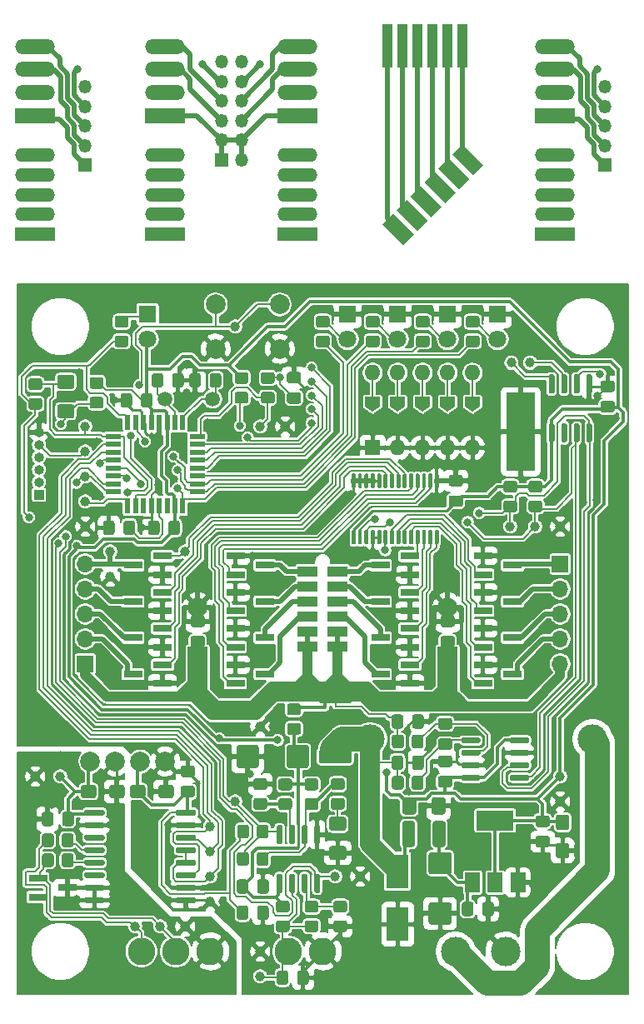
<source format=gbl>
G04 #@! TF.GenerationSoftware,KiCad,Pcbnew,5.1.12-84ad8e8a86~92~ubuntu16.04.1*
G04 #@! TF.CreationDate,2022-11-17T21:27:21+01:00*
G04 #@! TF.ProjectId,LedBar,4c656442-6172-42e6-9b69-6361645f7063,rev?*
G04 #@! TF.SameCoordinates,Original*
G04 #@! TF.FileFunction,Copper,L2,Bot*
G04 #@! TF.FilePolarity,Positive*
%FSLAX46Y46*%
G04 Gerber Fmt 4.6, Leading zero omitted, Abs format (unit mm)*
G04 Created by KiCad (PCBNEW 5.1.12-84ad8e8a86~92~ubuntu16.04.1) date 2022-11-17 21:27:21*
%MOMM*%
%LPD*%
G01*
G04 APERTURE LIST*
G04 #@! TA.AperFunction,ComponentPad*
%ADD10O,1.350000X1.350000*%
G04 #@! TD*
G04 #@! TA.AperFunction,ComponentPad*
%ADD11R,1.350000X1.350000*%
G04 #@! TD*
G04 #@! TA.AperFunction,ComponentPad*
%ADD12O,4.050000X1.400000*%
G04 #@! TD*
G04 #@! TA.AperFunction,ComponentPad*
%ADD13R,4.050000X1.400000*%
G04 #@! TD*
G04 #@! TA.AperFunction,SMDPad,CuDef*
%ADD14C,1.000000*%
G04 #@! TD*
G04 #@! TA.AperFunction,ComponentPad*
%ADD15C,2.000000*%
G04 #@! TD*
G04 #@! TA.AperFunction,SMDPad,CuDef*
%ADD16C,0.100000*%
G04 #@! TD*
G04 #@! TA.AperFunction,SMDPad,CuDef*
%ADD17R,1.070000X4.413000*%
G04 #@! TD*
G04 #@! TA.AperFunction,ComponentPad*
%ADD18O,1.000000X1.000000*%
G04 #@! TD*
G04 #@! TA.AperFunction,ComponentPad*
%ADD19R,1.000000X1.000000*%
G04 #@! TD*
G04 #@! TA.AperFunction,ComponentPad*
%ADD20C,2.800000*%
G04 #@! TD*
G04 #@! TA.AperFunction,ComponentPad*
%ADD21R,2.032000X1.070000*%
G04 #@! TD*
G04 #@! TA.AperFunction,ComponentPad*
%ADD22C,3.000000*%
G04 #@! TD*
G04 #@! TA.AperFunction,SMDPad,CuDef*
%ADD23R,1.900000X0.800000*%
G04 #@! TD*
G04 #@! TA.AperFunction,SMDPad,CuDef*
%ADD24R,1.500000X2.000000*%
G04 #@! TD*
G04 #@! TA.AperFunction,SMDPad,CuDef*
%ADD25R,3.800000X2.000000*%
G04 #@! TD*
G04 #@! TA.AperFunction,ComponentPad*
%ADD26C,1.500000*%
G04 #@! TD*
G04 #@! TA.AperFunction,ComponentPad*
%ADD27O,1.700000X1.700000*%
G04 #@! TD*
G04 #@! TA.AperFunction,ComponentPad*
%ADD28R,1.700000X1.700000*%
G04 #@! TD*
G04 #@! TA.AperFunction,ComponentPad*
%ADD29R,2.000000X2.000000*%
G04 #@! TD*
G04 #@! TA.AperFunction,SMDPad,CuDef*
%ADD30R,2.300000X3.500000*%
G04 #@! TD*
G04 #@! TA.AperFunction,ComponentPad*
%ADD31C,1.800000*%
G04 #@! TD*
G04 #@! TA.AperFunction,ComponentPad*
%ADD32R,1.800000X1.800000*%
G04 #@! TD*
G04 #@! TA.AperFunction,ComponentPad*
%ADD33O,1.600000X1.600000*%
G04 #@! TD*
G04 #@! TA.AperFunction,ComponentPad*
%ADD34R,1.600000X1.600000*%
G04 #@! TD*
G04 #@! TA.AperFunction,SMDPad,CuDef*
%ADD35R,1.600000X0.550000*%
G04 #@! TD*
G04 #@! TA.AperFunction,SMDPad,CuDef*
%ADD36R,0.550000X1.600000*%
G04 #@! TD*
G04 #@! TA.AperFunction,SMDPad,CuDef*
%ADD37R,3.000000X8.000000*%
G04 #@! TD*
G04 #@! TA.AperFunction,ComponentPad*
%ADD38C,1.000000*%
G04 #@! TD*
G04 #@! TA.AperFunction,ComponentPad*
%ADD39R,4.050000X1.500000*%
G04 #@! TD*
G04 #@! TA.AperFunction,ComponentPad*
%ADD40O,4.050000X1.500000*%
G04 #@! TD*
G04 #@! TA.AperFunction,ViaPad*
%ADD41C,0.800000*%
G04 #@! TD*
G04 #@! TA.AperFunction,Conductor*
%ADD42C,0.350000*%
G04 #@! TD*
G04 #@! TA.AperFunction,Conductor*
%ADD43C,0.200000*%
G04 #@! TD*
G04 #@! TA.AperFunction,Conductor*
%ADD44C,0.240000*%
G04 #@! TD*
G04 #@! TA.AperFunction,Conductor*
%ADD45C,0.700000*%
G04 #@! TD*
G04 #@! TA.AperFunction,Conductor*
%ADD46C,0.500000*%
G04 #@! TD*
G04 #@! TA.AperFunction,Conductor*
%ADD47C,0.250000*%
G04 #@! TD*
G04 #@! TA.AperFunction,Conductor*
%ADD48C,1.000000*%
G04 #@! TD*
G04 #@! TA.AperFunction,Conductor*
%ADD49C,2.500000*%
G04 #@! TD*
G04 #@! TA.AperFunction,Conductor*
%ADD50C,2.000000*%
G04 #@! TD*
G04 #@! TA.AperFunction,Conductor*
%ADD51C,0.100000*%
G04 #@! TD*
G04 APERTURE END LIST*
D10*
X127000000Y-51816000D03*
X127000000Y-53816000D03*
X127000000Y-55816000D03*
X127000000Y-57816000D03*
D11*
X127000000Y-59816000D03*
D12*
X174752000Y-58802000D03*
D13*
X174752000Y-66802000D03*
D12*
X174752000Y-62802000D03*
X174752000Y-64802000D03*
X174752000Y-60802000D03*
D10*
X179832000Y-51816000D03*
X179832000Y-53816000D03*
X179832000Y-55816000D03*
X179832000Y-57816000D03*
D11*
X179832000Y-59816000D03*
G04 #@! TA.AperFunction,SMDPad,CuDef*
G36*
G01*
X160517000Y-126687000D02*
X160517000Y-128837000D01*
G75*
G02*
X160267000Y-129087000I-250000J0D01*
G01*
X159467000Y-129087000D01*
G75*
G02*
X159217000Y-128837000I0J250000D01*
G01*
X159217000Y-126687000D01*
G75*
G02*
X159467000Y-126437000I250000J0D01*
G01*
X160267000Y-126437000D01*
G75*
G02*
X160517000Y-126687000I0J-250000D01*
G01*
G37*
G04 #@! TD.AperFunction*
G04 #@! TA.AperFunction,SMDPad,CuDef*
G36*
G01*
X163617000Y-126687000D02*
X163617000Y-128837000D01*
G75*
G02*
X163367000Y-129087000I-250000J0D01*
G01*
X162567000Y-129087000D01*
G75*
G02*
X162317000Y-128837000I0J250000D01*
G01*
X162317000Y-126687000D01*
G75*
G02*
X162567000Y-126437000I250000J0D01*
G01*
X163367000Y-126437000D01*
G75*
G02*
X163617000Y-126687000I0J-250000D01*
G01*
G37*
G04 #@! TD.AperFunction*
G04 #@! TA.AperFunction,SMDPad,CuDef*
G36*
G01*
X162192000Y-125529500D02*
X162192000Y-124279500D01*
G75*
G02*
X162442000Y-124029500I250000J0D01*
G01*
X163367000Y-124029500D01*
G75*
G02*
X163617000Y-124279500I0J-250000D01*
G01*
X163617000Y-125529500D01*
G75*
G02*
X163367000Y-125779500I-250000J0D01*
G01*
X162442000Y-125779500D01*
G75*
G02*
X162192000Y-125529500I0J250000D01*
G01*
G37*
G04 #@! TD.AperFunction*
G04 #@! TA.AperFunction,SMDPad,CuDef*
G36*
G01*
X159217000Y-125529500D02*
X159217000Y-124279500D01*
G75*
G02*
X159467000Y-124029500I250000J0D01*
G01*
X160392000Y-124029500D01*
G75*
G02*
X160642000Y-124279500I0J-250000D01*
G01*
X160642000Y-125529500D01*
G75*
G02*
X160392000Y-125779500I-250000J0D01*
G01*
X159467000Y-125779500D01*
G75*
G02*
X159217000Y-125529500I0J250000D01*
G01*
G37*
G04 #@! TD.AperFunction*
D14*
X127000000Y-91440000D03*
G04 #@! TA.AperFunction,SMDPad,CuDef*
G36*
G01*
X127692999Y-83331000D02*
X128593001Y-83331000D01*
G75*
G02*
X128843000Y-83580999I0J-249999D01*
G01*
X128843000Y-84281001D01*
G75*
G02*
X128593001Y-84531000I-249999J0D01*
G01*
X127692999Y-84531000D01*
G75*
G02*
X127443000Y-84281001I0J249999D01*
G01*
X127443000Y-83580999D01*
G75*
G02*
X127692999Y-83331000I249999J0D01*
G01*
G37*
G04 #@! TD.AperFunction*
G04 #@! TA.AperFunction,SMDPad,CuDef*
G36*
G01*
X127692999Y-81331000D02*
X128593001Y-81331000D01*
G75*
G02*
X128843000Y-81580999I0J-249999D01*
G01*
X128843000Y-82281001D01*
G75*
G02*
X128593001Y-82531000I-249999J0D01*
G01*
X127692999Y-82531000D01*
G75*
G02*
X127443000Y-82281001I0J249999D01*
G01*
X127443000Y-81580999D01*
G75*
G02*
X127692999Y-81331000I249999J0D01*
G01*
G37*
G04 #@! TD.AperFunction*
G04 #@! TA.AperFunction,SMDPad,CuDef*
G36*
G01*
X124406500Y-84087000D02*
X125656500Y-84087000D01*
G75*
G02*
X125906500Y-84337000I0J-250000D01*
G01*
X125906500Y-85262000D01*
G75*
G02*
X125656500Y-85512000I-250000J0D01*
G01*
X124406500Y-85512000D01*
G75*
G02*
X124156500Y-85262000I0J250000D01*
G01*
X124156500Y-84337000D01*
G75*
G02*
X124406500Y-84087000I250000J0D01*
G01*
G37*
G04 #@! TD.AperFunction*
G04 #@! TA.AperFunction,SMDPad,CuDef*
G36*
G01*
X124406500Y-81112000D02*
X125656500Y-81112000D01*
G75*
G02*
X125906500Y-81362000I0J-250000D01*
G01*
X125906500Y-82287000D01*
G75*
G02*
X125656500Y-82537000I-250000J0D01*
G01*
X124406500Y-82537000D01*
G75*
G02*
X124156500Y-82287000I0J250000D01*
G01*
X124156500Y-81362000D01*
G75*
G02*
X124406500Y-81112000I250000J0D01*
G01*
G37*
G04 #@! TD.AperFunction*
D15*
X135128000Y-120396000D03*
X132588000Y-120396000D03*
X130048000Y-120396000D03*
X127508000Y-120396000D03*
D14*
X142240000Y-124460000D03*
X127000000Y-96520000D03*
X170180000Y-96520000D03*
X127000000Y-88900000D03*
X172720000Y-96520000D03*
X175260000Y-96520000D03*
X154940000Y-132080000D03*
X142240000Y-76200000D03*
X127000000Y-93980000D03*
X152400000Y-132080000D03*
X144780000Y-86360000D03*
X147320000Y-86360000D03*
X144780000Y-139700000D03*
X144780000Y-142240000D03*
X129540000Y-99060000D03*
X129540000Y-101600000D03*
X137160000Y-99060000D03*
X127000000Y-86360000D03*
X139700000Y-134620000D03*
X139700000Y-132080000D03*
X139700000Y-129540000D03*
X139700000Y-127000000D03*
X121920000Y-121920000D03*
X124460000Y-121920000D03*
X134620000Y-137160000D03*
X132080000Y-137160000D03*
X137160000Y-137160000D03*
X175260000Y-124460000D03*
X175260000Y-121920000D03*
X144780000Y-116840000D03*
X144780000Y-114300000D03*
G04 #@! TA.AperFunction,SMDPad,CuDef*
D16*
G36*
X160410330Y-66848670D02*
G01*
X159349670Y-67909330D01*
X157228350Y-65788010D01*
X158289010Y-64727350D01*
X160410330Y-66848670D01*
G37*
G04 #@! TD.AperFunction*
G04 #@! TA.AperFunction,SMDPad,CuDef*
G36*
X161824543Y-65434456D02*
G01*
X160763883Y-66495116D01*
X158642563Y-64373796D01*
X159703223Y-63313136D01*
X161824543Y-65434456D01*
G37*
G04 #@! TD.AperFunction*
G04 #@! TA.AperFunction,SMDPad,CuDef*
G36*
X163238757Y-64020243D02*
G01*
X162178097Y-65080903D01*
X160056777Y-62959583D01*
X161117437Y-61898923D01*
X163238757Y-64020243D01*
G37*
G04 #@! TD.AperFunction*
G04 #@! TA.AperFunction,SMDPad,CuDef*
G36*
X164652971Y-62606029D02*
G01*
X163592311Y-63666689D01*
X161470991Y-61545369D01*
X162531651Y-60484709D01*
X164652971Y-62606029D01*
G37*
G04 #@! TD.AperFunction*
G04 #@! TA.AperFunction,SMDPad,CuDef*
G36*
X166067184Y-61191816D02*
G01*
X165006524Y-62252476D01*
X162885204Y-60131156D01*
X163945864Y-59070496D01*
X166067184Y-61191816D01*
G37*
G04 #@! TD.AperFunction*
G04 #@! TA.AperFunction,SMDPad,CuDef*
G36*
X167481398Y-59777602D02*
G01*
X166420738Y-60838262D01*
X164299418Y-58716942D01*
X165360078Y-57656282D01*
X167481398Y-59777602D01*
G37*
G04 #@! TD.AperFunction*
D17*
X157734000Y-47672500D03*
X159258000Y-47672500D03*
X160782000Y-47672500D03*
X162306000Y-47672500D03*
X163830000Y-47672500D03*
X165354000Y-47672500D03*
D18*
X122301000Y-86931500D03*
X122301000Y-88201500D03*
X122301000Y-89471500D03*
X122301000Y-90741500D03*
X122301000Y-92011500D03*
D19*
X122301000Y-93281500D03*
D20*
X151130000Y-139700000D03*
X147630000Y-139700000D03*
D21*
X149606000Y-101092000D03*
X152654000Y-101092000D03*
X149606000Y-102616000D03*
X152654000Y-102616000D03*
X149606000Y-104140000D03*
X152654000Y-104140000D03*
X149606000Y-105664000D03*
X152654000Y-105664000D03*
X149606000Y-107188000D03*
X152654000Y-107188000D03*
X149606000Y-108712000D03*
X152654000Y-108712000D03*
D20*
X139700000Y-139700000D03*
X136200000Y-139700000D03*
X132700000Y-139700000D03*
D22*
X178556000Y-118110000D03*
X155956000Y-118110000D03*
G04 #@! TA.AperFunction,SMDPad,CuDef*
G36*
G01*
X124656000Y-126713000D02*
X124656000Y-125763000D01*
G75*
G02*
X124906000Y-125513000I250000J0D01*
G01*
X125581000Y-125513000D01*
G75*
G02*
X125831000Y-125763000I0J-250000D01*
G01*
X125831000Y-126713000D01*
G75*
G02*
X125581000Y-126963000I-250000J0D01*
G01*
X124906000Y-126963000D01*
G75*
G02*
X124656000Y-126713000I0J250000D01*
G01*
G37*
G04 #@! TD.AperFunction*
G04 #@! TA.AperFunction,SMDPad,CuDef*
G36*
G01*
X122581000Y-126713000D02*
X122581000Y-125763000D01*
G75*
G02*
X122831000Y-125513000I250000J0D01*
G01*
X123506000Y-125513000D01*
G75*
G02*
X123756000Y-125763000I0J-250000D01*
G01*
X123756000Y-126713000D01*
G75*
G02*
X123506000Y-126963000I-250000J0D01*
G01*
X122831000Y-126963000D01*
G75*
G02*
X122581000Y-126713000I0J250000D01*
G01*
G37*
G04 #@! TD.AperFunction*
G04 #@! TA.AperFunction,SMDPad,CuDef*
G36*
G01*
X137889000Y-121978000D02*
X136939000Y-121978000D01*
G75*
G02*
X136689000Y-121728000I0J250000D01*
G01*
X136689000Y-121053000D01*
G75*
G02*
X136939000Y-120803000I250000J0D01*
G01*
X137889000Y-120803000D01*
G75*
G02*
X138139000Y-121053000I0J-250000D01*
G01*
X138139000Y-121728000D01*
G75*
G02*
X137889000Y-121978000I-250000J0D01*
G01*
G37*
G04 #@! TD.AperFunction*
G04 #@! TA.AperFunction,SMDPad,CuDef*
G36*
G01*
X137889000Y-124053000D02*
X136939000Y-124053000D01*
G75*
G02*
X136689000Y-123803000I0J250000D01*
G01*
X136689000Y-123128000D01*
G75*
G02*
X136939000Y-122878000I250000J0D01*
G01*
X137889000Y-122878000D01*
G75*
G02*
X138139000Y-123128000I0J-250000D01*
G01*
X138139000Y-123803000D01*
G75*
G02*
X137889000Y-124053000I-250000J0D01*
G01*
G37*
G04 #@! TD.AperFunction*
G04 #@! TA.AperFunction,SMDPad,CuDef*
G36*
G01*
X124606000Y-128847001D02*
X124606000Y-127946999D01*
G75*
G02*
X124855999Y-127697000I249999J0D01*
G01*
X125556001Y-127697000D01*
G75*
G02*
X125806000Y-127946999I0J-249999D01*
G01*
X125806000Y-128847001D01*
G75*
G02*
X125556001Y-129097000I-249999J0D01*
G01*
X124855999Y-129097000D01*
G75*
G02*
X124606000Y-128847001I0J249999D01*
G01*
G37*
G04 #@! TD.AperFunction*
G04 #@! TA.AperFunction,SMDPad,CuDef*
G36*
G01*
X122606000Y-128847001D02*
X122606000Y-127946999D01*
G75*
G02*
X122855999Y-127697000I249999J0D01*
G01*
X123556001Y-127697000D01*
G75*
G02*
X123806000Y-127946999I0J-249999D01*
G01*
X123806000Y-128847001D01*
G75*
G02*
X123556001Y-129097000I-249999J0D01*
G01*
X122855999Y-129097000D01*
G75*
G02*
X122606000Y-128847001I0J249999D01*
G01*
G37*
G04 #@! TD.AperFunction*
G04 #@! TA.AperFunction,SMDPad,CuDef*
G36*
G01*
X162142999Y-134711500D02*
X163993001Y-134711500D01*
G75*
G02*
X164243000Y-134961499I0J-249999D01*
G01*
X164243000Y-136711501D01*
G75*
G02*
X163993001Y-136961500I-249999J0D01*
G01*
X162142999Y-136961500D01*
G75*
G02*
X161893000Y-136711501I0J249999D01*
G01*
X161893000Y-134961499D01*
G75*
G02*
X162142999Y-134711500I249999J0D01*
G01*
G37*
G04 #@! TD.AperFunction*
G04 #@! TA.AperFunction,SMDPad,CuDef*
G36*
G01*
X162142999Y-129611500D02*
X163993001Y-129611500D01*
G75*
G02*
X164243000Y-129861499I0J-249999D01*
G01*
X164243000Y-131611501D01*
G75*
G02*
X163993001Y-131861500I-249999J0D01*
G01*
X162142999Y-131861500D01*
G75*
G02*
X161893000Y-131611501I0J249999D01*
G01*
X161893000Y-129861499D01*
G75*
G02*
X162142999Y-129611500I249999J0D01*
G01*
G37*
G04 #@! TD.AperFunction*
G04 #@! TA.AperFunction,SMDPad,CuDef*
G36*
G01*
X166449500Y-134907000D02*
X166449500Y-135857000D01*
G75*
G02*
X166199500Y-136107000I-250000J0D01*
G01*
X165524500Y-136107000D01*
G75*
G02*
X165274500Y-135857000I0J250000D01*
G01*
X165274500Y-134907000D01*
G75*
G02*
X165524500Y-134657000I250000J0D01*
G01*
X166199500Y-134657000D01*
G75*
G02*
X166449500Y-134907000I0J-250000D01*
G01*
G37*
G04 #@! TD.AperFunction*
G04 #@! TA.AperFunction,SMDPad,CuDef*
G36*
G01*
X168524500Y-134907000D02*
X168524500Y-135857000D01*
G75*
G02*
X168274500Y-136107000I-250000J0D01*
G01*
X167599500Y-136107000D01*
G75*
G02*
X167349500Y-135857000I0J250000D01*
G01*
X167349500Y-134907000D01*
G75*
G02*
X167599500Y-134657000I250000J0D01*
G01*
X168274500Y-134657000D01*
G75*
G02*
X168524500Y-134907000I0J-250000D01*
G01*
G37*
G04 #@! TD.AperFunction*
G04 #@! TA.AperFunction,SMDPad,CuDef*
G36*
G01*
X138905000Y-106738000D02*
X137955000Y-106738000D01*
G75*
G02*
X137705000Y-106488000I0J250000D01*
G01*
X137705000Y-105813000D01*
G75*
G02*
X137955000Y-105563000I250000J0D01*
G01*
X138905000Y-105563000D01*
G75*
G02*
X139155000Y-105813000I0J-250000D01*
G01*
X139155000Y-106488000D01*
G75*
G02*
X138905000Y-106738000I-250000J0D01*
G01*
G37*
G04 #@! TD.AperFunction*
G04 #@! TA.AperFunction,SMDPad,CuDef*
G36*
G01*
X138905000Y-108813000D02*
X137955000Y-108813000D01*
G75*
G02*
X137705000Y-108563000I0J250000D01*
G01*
X137705000Y-107888000D01*
G75*
G02*
X137955000Y-107638000I250000J0D01*
G01*
X138905000Y-107638000D01*
G75*
G02*
X139155000Y-107888000I0J-250000D01*
G01*
X139155000Y-108563000D01*
G75*
G02*
X138905000Y-108813000I-250000J0D01*
G01*
G37*
G04 #@! TD.AperFunction*
G04 #@! TA.AperFunction,SMDPad,CuDef*
G36*
G01*
X164305000Y-106738000D02*
X163355000Y-106738000D01*
G75*
G02*
X163105000Y-106488000I0J250000D01*
G01*
X163105000Y-105813000D01*
G75*
G02*
X163355000Y-105563000I250000J0D01*
G01*
X164305000Y-105563000D01*
G75*
G02*
X164555000Y-105813000I0J-250000D01*
G01*
X164555000Y-106488000D01*
G75*
G02*
X164305000Y-106738000I-250000J0D01*
G01*
G37*
G04 #@! TD.AperFunction*
G04 #@! TA.AperFunction,SMDPad,CuDef*
G36*
G01*
X164305000Y-108813000D02*
X163355000Y-108813000D01*
G75*
G02*
X163105000Y-108563000I0J250000D01*
G01*
X163105000Y-107888000D01*
G75*
G02*
X163355000Y-107638000I250000J0D01*
G01*
X164305000Y-107638000D01*
G75*
G02*
X164555000Y-107888000I0J-250000D01*
G01*
X164555000Y-108563000D01*
G75*
G02*
X164305000Y-108813000I-250000J0D01*
G01*
G37*
G04 #@! TD.AperFunction*
G04 #@! TA.AperFunction,SMDPad,CuDef*
G36*
G01*
X148532000Y-142842000D02*
X148532000Y-141892000D01*
G75*
G02*
X148782000Y-141642000I250000J0D01*
G01*
X149457000Y-141642000D01*
G75*
G02*
X149707000Y-141892000I0J-250000D01*
G01*
X149707000Y-142842000D01*
G75*
G02*
X149457000Y-143092000I-250000J0D01*
G01*
X148782000Y-143092000D01*
G75*
G02*
X148532000Y-142842000I0J250000D01*
G01*
G37*
G04 #@! TD.AperFunction*
G04 #@! TA.AperFunction,SMDPad,CuDef*
G36*
G01*
X146457000Y-142842000D02*
X146457000Y-141892000D01*
G75*
G02*
X146707000Y-141642000I250000J0D01*
G01*
X147382000Y-141642000D01*
G75*
G02*
X147632000Y-141892000I0J-250000D01*
G01*
X147632000Y-142842000D01*
G75*
G02*
X147382000Y-143092000I-250000J0D01*
G01*
X146707000Y-143092000D01*
G75*
G02*
X146457000Y-142842000I0J250000D01*
G01*
G37*
G04 #@! TD.AperFunction*
G04 #@! TA.AperFunction,SMDPad,CuDef*
D16*
G36*
X166370000Y-84857000D02*
G01*
X165620000Y-84357000D01*
X165620000Y-83357000D01*
X167120000Y-83357000D01*
X167120000Y-84357000D01*
X166370000Y-84857000D01*
G37*
G04 #@! TD.AperFunction*
G04 #@! TA.AperFunction,SMDPad,CuDef*
G36*
X165620000Y-85807000D02*
G01*
X165620000Y-84657000D01*
X166370000Y-85157000D01*
X167120000Y-84657000D01*
X167120000Y-85807000D01*
X165620000Y-85807000D01*
G37*
G04 #@! TD.AperFunction*
G04 #@! TA.AperFunction,SMDPad,CuDef*
G36*
X163830000Y-84857000D02*
G01*
X163080000Y-84357000D01*
X163080000Y-83357000D01*
X164580000Y-83357000D01*
X164580000Y-84357000D01*
X163830000Y-84857000D01*
G37*
G04 #@! TD.AperFunction*
G04 #@! TA.AperFunction,SMDPad,CuDef*
G36*
X163080000Y-85807000D02*
G01*
X163080000Y-84657000D01*
X163830000Y-85157000D01*
X164580000Y-84657000D01*
X164580000Y-85807000D01*
X163080000Y-85807000D01*
G37*
G04 #@! TD.AperFunction*
G04 #@! TA.AperFunction,SMDPad,CuDef*
G36*
X161290000Y-84857000D02*
G01*
X160540000Y-84357000D01*
X160540000Y-83357000D01*
X162040000Y-83357000D01*
X162040000Y-84357000D01*
X161290000Y-84857000D01*
G37*
G04 #@! TD.AperFunction*
G04 #@! TA.AperFunction,SMDPad,CuDef*
G36*
X160540000Y-85807000D02*
G01*
X160540000Y-84657000D01*
X161290000Y-85157000D01*
X162040000Y-84657000D01*
X162040000Y-85807000D01*
X160540000Y-85807000D01*
G37*
G04 #@! TD.AperFunction*
G04 #@! TA.AperFunction,SMDPad,CuDef*
G36*
X158750000Y-84857000D02*
G01*
X158000000Y-84357000D01*
X158000000Y-83357000D01*
X159500000Y-83357000D01*
X159500000Y-84357000D01*
X158750000Y-84857000D01*
G37*
G04 #@! TD.AperFunction*
G04 #@! TA.AperFunction,SMDPad,CuDef*
G36*
X158000000Y-85807000D02*
G01*
X158000000Y-84657000D01*
X158750000Y-85157000D01*
X159500000Y-84657000D01*
X159500000Y-85807000D01*
X158000000Y-85807000D01*
G37*
G04 #@! TD.AperFunction*
G04 #@! TA.AperFunction,SMDPad,CuDef*
G36*
X156210000Y-84857000D02*
G01*
X155460000Y-84357000D01*
X155460000Y-83357000D01*
X156960000Y-83357000D01*
X156960000Y-84357000D01*
X156210000Y-84857000D01*
G37*
G04 #@! TD.AperFunction*
G04 #@! TA.AperFunction,SMDPad,CuDef*
G36*
X155460000Y-85807000D02*
G01*
X155460000Y-84657000D01*
X156210000Y-85157000D01*
X156960000Y-84657000D01*
X156960000Y-85807000D01*
X155460000Y-85807000D01*
G37*
G04 #@! TD.AperFunction*
D23*
X131850000Y-111506000D03*
X134850000Y-112456000D03*
X134850000Y-110556000D03*
X170410000Y-111506000D03*
X167410000Y-110556000D03*
X167410000Y-112456000D03*
X131850000Y-107823000D03*
X134850000Y-108773000D03*
X134850000Y-106873000D03*
X145264000Y-107823000D03*
X142264000Y-106873000D03*
X142264000Y-108773000D03*
X156996000Y-107823000D03*
X159996000Y-108773000D03*
X159996000Y-106873000D03*
X170410000Y-107823000D03*
X167410000Y-106873000D03*
X167410000Y-108773000D03*
X131850000Y-104140000D03*
X134850000Y-105090000D03*
X134850000Y-103190000D03*
X145264000Y-104140000D03*
X142264000Y-103190000D03*
X142264000Y-105090000D03*
X156996000Y-104140000D03*
X159996000Y-105090000D03*
X159996000Y-103190000D03*
X131850000Y-100457000D03*
X134850000Y-101407000D03*
X134850000Y-99507000D03*
X145264000Y-100457000D03*
X142264000Y-99507000D03*
X142264000Y-101407000D03*
X156996000Y-100457000D03*
X159996000Y-101407000D03*
X159996000Y-99507000D03*
X170410000Y-100457000D03*
X167410000Y-99507000D03*
X167410000Y-101407000D03*
G04 #@! TA.AperFunction,SMDPad,CuDef*
G36*
G01*
X146615999Y-136544000D02*
X147516001Y-136544000D01*
G75*
G02*
X147766000Y-136793999I0J-249999D01*
G01*
X147766000Y-137494001D01*
G75*
G02*
X147516001Y-137744000I-249999J0D01*
G01*
X146615999Y-137744000D01*
G75*
G02*
X146366000Y-137494001I0J249999D01*
G01*
X146366000Y-136793999D01*
G75*
G02*
X146615999Y-136544000I249999J0D01*
G01*
G37*
G04 #@! TD.AperFunction*
G04 #@! TA.AperFunction,SMDPad,CuDef*
G36*
G01*
X146615999Y-134544000D02*
X147516001Y-134544000D01*
G75*
G02*
X147766000Y-134793999I0J-249999D01*
G01*
X147766000Y-135494001D01*
G75*
G02*
X147516001Y-135744000I-249999J0D01*
G01*
X146615999Y-135744000D01*
G75*
G02*
X146366000Y-135494001I0J249999D01*
G01*
X146366000Y-134793999D01*
G75*
G02*
X146615999Y-134544000I249999J0D01*
G01*
G37*
G04 #@! TD.AperFunction*
G04 #@! TA.AperFunction,SMDPad,CuDef*
G36*
G01*
X150437001Y-135744000D02*
X149536999Y-135744000D01*
G75*
G02*
X149287000Y-135494001I0J249999D01*
G01*
X149287000Y-134793999D01*
G75*
G02*
X149536999Y-134544000I249999J0D01*
G01*
X150437001Y-134544000D01*
G75*
G02*
X150687000Y-134793999I0J-249999D01*
G01*
X150687000Y-135494001D01*
G75*
G02*
X150437001Y-135744000I-249999J0D01*
G01*
G37*
G04 #@! TD.AperFunction*
G04 #@! TA.AperFunction,SMDPad,CuDef*
G36*
G01*
X150437001Y-137744000D02*
X149536999Y-137744000D01*
G75*
G02*
X149287000Y-137494001I0J249999D01*
G01*
X149287000Y-136793999D01*
G75*
G02*
X149536999Y-136544000I249999J0D01*
G01*
X150437001Y-136544000D01*
G75*
G02*
X150687000Y-136793999I0J-249999D01*
G01*
X150687000Y-137494001D01*
G75*
G02*
X150437001Y-137744000I-249999J0D01*
G01*
G37*
G04 #@! TD.AperFunction*
G04 #@! TA.AperFunction,SMDPad,CuDef*
G36*
G01*
X152457999Y-136544000D02*
X153358001Y-136544000D01*
G75*
G02*
X153608000Y-136793999I0J-249999D01*
G01*
X153608000Y-137494001D01*
G75*
G02*
X153358001Y-137744000I-249999J0D01*
G01*
X152457999Y-137744000D01*
G75*
G02*
X152208000Y-137494001I0J249999D01*
G01*
X152208000Y-136793999D01*
G75*
G02*
X152457999Y-136544000I249999J0D01*
G01*
G37*
G04 #@! TD.AperFunction*
G04 #@! TA.AperFunction,SMDPad,CuDef*
G36*
G01*
X152457999Y-134544000D02*
X153358001Y-134544000D01*
G75*
G02*
X153608000Y-134793999I0J-249999D01*
G01*
X153608000Y-135494001D01*
G75*
G02*
X153358001Y-135744000I-249999J0D01*
G01*
X152457999Y-135744000D01*
G75*
G02*
X152208000Y-135494001I0J249999D01*
G01*
X152208000Y-134793999D01*
G75*
G02*
X152457999Y-134544000I249999J0D01*
G01*
G37*
G04 #@! TD.AperFunction*
G04 #@! TA.AperFunction,SMDPad,CuDef*
G36*
G01*
X146869999Y-124123400D02*
X147770001Y-124123400D01*
G75*
G02*
X148020000Y-124373399I0J-249999D01*
G01*
X148020000Y-125073401D01*
G75*
G02*
X147770001Y-125323400I-249999J0D01*
G01*
X146869999Y-125323400D01*
G75*
G02*
X146620000Y-125073401I0J249999D01*
G01*
X146620000Y-124373399D01*
G75*
G02*
X146869999Y-124123400I249999J0D01*
G01*
G37*
G04 #@! TD.AperFunction*
G04 #@! TA.AperFunction,SMDPad,CuDef*
G36*
G01*
X146869999Y-122123400D02*
X147770001Y-122123400D01*
G75*
G02*
X148020000Y-122373399I0J-249999D01*
G01*
X148020000Y-123073401D01*
G75*
G02*
X147770001Y-123323400I-249999J0D01*
G01*
X146869999Y-123323400D01*
G75*
G02*
X146620000Y-123073401I0J249999D01*
G01*
X146620000Y-122373399D01*
G75*
G02*
X146869999Y-122123400I249999J0D01*
G01*
G37*
G04 #@! TD.AperFunction*
G04 #@! TA.AperFunction,SMDPad,CuDef*
G36*
G01*
X145230001Y-123298000D02*
X144329999Y-123298000D01*
G75*
G02*
X144080000Y-123048001I0J249999D01*
G01*
X144080000Y-122347999D01*
G75*
G02*
X144329999Y-122098000I249999J0D01*
G01*
X145230001Y-122098000D01*
G75*
G02*
X145480000Y-122347999I0J-249999D01*
G01*
X145480000Y-123048001D01*
G75*
G02*
X145230001Y-123298000I-249999J0D01*
G01*
G37*
G04 #@! TD.AperFunction*
G04 #@! TA.AperFunction,SMDPad,CuDef*
G36*
G01*
X145230001Y-125298000D02*
X144329999Y-125298000D01*
G75*
G02*
X144080000Y-125048001I0J249999D01*
G01*
X144080000Y-124347999D01*
G75*
G02*
X144329999Y-124098000I249999J0D01*
G01*
X145230001Y-124098000D01*
G75*
G02*
X145480000Y-124347999I0J-249999D01*
G01*
X145480000Y-125048001D01*
G75*
G02*
X145230001Y-125298000I-249999J0D01*
G01*
G37*
G04 #@! TD.AperFunction*
G04 #@! TA.AperFunction,SMDPad,CuDef*
G36*
G01*
X149536999Y-124123400D02*
X150437001Y-124123400D01*
G75*
G02*
X150687000Y-124373399I0J-249999D01*
G01*
X150687000Y-125073401D01*
G75*
G02*
X150437001Y-125323400I-249999J0D01*
G01*
X149536999Y-125323400D01*
G75*
G02*
X149287000Y-125073401I0J249999D01*
G01*
X149287000Y-124373399D01*
G75*
G02*
X149536999Y-124123400I249999J0D01*
G01*
G37*
G04 #@! TD.AperFunction*
G04 #@! TA.AperFunction,SMDPad,CuDef*
G36*
G01*
X149536999Y-122123400D02*
X150437001Y-122123400D01*
G75*
G02*
X150687000Y-122373399I0J-249999D01*
G01*
X150687000Y-123073401D01*
G75*
G02*
X150437001Y-123323400I-249999J0D01*
G01*
X149536999Y-123323400D01*
G75*
G02*
X149287000Y-123073401I0J249999D01*
G01*
X149287000Y-122373399D01*
G75*
G02*
X149536999Y-122123400I249999J0D01*
G01*
G37*
G04 #@! TD.AperFunction*
G04 #@! TA.AperFunction,SMDPad,CuDef*
G36*
G01*
X152203999Y-124098000D02*
X153104001Y-124098000D01*
G75*
G02*
X153354000Y-124347999I0J-249999D01*
G01*
X153354000Y-125048001D01*
G75*
G02*
X153104001Y-125298000I-249999J0D01*
G01*
X152203999Y-125298000D01*
G75*
G02*
X151954000Y-125048001I0J249999D01*
G01*
X151954000Y-124347999D01*
G75*
G02*
X152203999Y-124098000I249999J0D01*
G01*
G37*
G04 #@! TD.AperFunction*
G04 #@! TA.AperFunction,SMDPad,CuDef*
G36*
G01*
X152203999Y-122098000D02*
X153104001Y-122098000D01*
G75*
G02*
X153354000Y-122347999I0J-249999D01*
G01*
X153354000Y-123048001D01*
G75*
G02*
X153104001Y-123298000I-249999J0D01*
G01*
X152203999Y-123298000D01*
G75*
G02*
X151954000Y-123048001I0J249999D01*
G01*
X151954000Y-122347999D01*
G75*
G02*
X152203999Y-122098000I249999J0D01*
G01*
G37*
G04 #@! TD.AperFunction*
G04 #@! TA.AperFunction,SMDPad,CuDef*
G36*
G01*
X144418000Y-130752001D02*
X144418000Y-129851999D01*
G75*
G02*
X144667999Y-129602000I249999J0D01*
G01*
X145368001Y-129602000D01*
G75*
G02*
X145618000Y-129851999I0J-249999D01*
G01*
X145618000Y-130752001D01*
G75*
G02*
X145368001Y-131002000I-249999J0D01*
G01*
X144667999Y-131002000D01*
G75*
G02*
X144418000Y-130752001I0J249999D01*
G01*
G37*
G04 #@! TD.AperFunction*
G04 #@! TA.AperFunction,SMDPad,CuDef*
G36*
G01*
X142418000Y-130752001D02*
X142418000Y-129851999D01*
G75*
G02*
X142667999Y-129602000I249999J0D01*
G01*
X143368001Y-129602000D01*
G75*
G02*
X143618000Y-129851999I0J-249999D01*
G01*
X143618000Y-130752001D01*
G75*
G02*
X143368001Y-131002000I-249999J0D01*
G01*
X142667999Y-131002000D01*
G75*
G02*
X142418000Y-130752001I0J249999D01*
G01*
G37*
G04 #@! TD.AperFunction*
G04 #@! TA.AperFunction,SMDPad,CuDef*
G36*
G01*
X144434000Y-127958001D02*
X144434000Y-127057999D01*
G75*
G02*
X144683999Y-126808000I249999J0D01*
G01*
X145384001Y-126808000D01*
G75*
G02*
X145634000Y-127057999I0J-249999D01*
G01*
X145634000Y-127958001D01*
G75*
G02*
X145384001Y-128208000I-249999J0D01*
G01*
X144683999Y-128208000D01*
G75*
G02*
X144434000Y-127958001I0J249999D01*
G01*
G37*
G04 #@! TD.AperFunction*
G04 #@! TA.AperFunction,SMDPad,CuDef*
G36*
G01*
X142434000Y-127958001D02*
X142434000Y-127057999D01*
G75*
G02*
X142683999Y-126808000I249999J0D01*
G01*
X143384001Y-126808000D01*
G75*
G02*
X143634000Y-127057999I0J-249999D01*
G01*
X143634000Y-127958001D01*
G75*
G02*
X143384001Y-128208000I-249999J0D01*
G01*
X142683999Y-128208000D01*
G75*
G02*
X142434000Y-127958001I0J249999D01*
G01*
G37*
G04 #@! TD.AperFunction*
G04 #@! TA.AperFunction,SMDPad,CuDef*
G36*
G01*
X148659001Y-115694000D02*
X147758999Y-115694000D01*
G75*
G02*
X147509000Y-115444001I0J249999D01*
G01*
X147509000Y-114743999D01*
G75*
G02*
X147758999Y-114494000I249999J0D01*
G01*
X148659001Y-114494000D01*
G75*
G02*
X148909000Y-114743999I0J-249999D01*
G01*
X148909000Y-115444001D01*
G75*
G02*
X148659001Y-115694000I-249999J0D01*
G01*
G37*
G04 #@! TD.AperFunction*
G04 #@! TA.AperFunction,SMDPad,CuDef*
G36*
G01*
X148659001Y-117694000D02*
X147758999Y-117694000D01*
G75*
G02*
X147509000Y-117444001I0J249999D01*
G01*
X147509000Y-116743999D01*
G75*
G02*
X147758999Y-116494000I249999J0D01*
G01*
X148659001Y-116494000D01*
G75*
G02*
X148909000Y-116743999I0J-249999D01*
G01*
X148909000Y-117444001D01*
G75*
G02*
X148659001Y-117694000I-249999J0D01*
G01*
G37*
G04 #@! TD.AperFunction*
X170410000Y-104140000D03*
X167410000Y-103190000D03*
X167410000Y-105090000D03*
G04 #@! TA.AperFunction,SMDPad,CuDef*
G36*
G01*
X160216000Y-120998000D02*
X160216000Y-120048000D01*
G75*
G02*
X160466000Y-119798000I250000J0D01*
G01*
X161141000Y-119798000D01*
G75*
G02*
X161391000Y-120048000I0J-250000D01*
G01*
X161391000Y-120998000D01*
G75*
G02*
X161141000Y-121248000I-250000J0D01*
G01*
X160466000Y-121248000D01*
G75*
G02*
X160216000Y-120998000I0J250000D01*
G01*
G37*
G04 #@! TD.AperFunction*
G04 #@! TA.AperFunction,SMDPad,CuDef*
G36*
G01*
X158141000Y-120998000D02*
X158141000Y-120048000D01*
G75*
G02*
X158391000Y-119798000I250000J0D01*
G01*
X159066000Y-119798000D01*
G75*
G02*
X159316000Y-120048000I0J-250000D01*
G01*
X159316000Y-120998000D01*
G75*
G02*
X159066000Y-121248000I-250000J0D01*
G01*
X158391000Y-121248000D01*
G75*
G02*
X158141000Y-120998000I0J250000D01*
G01*
G37*
G04 #@! TD.AperFunction*
G04 #@! TA.AperFunction,SMDPad,CuDef*
G36*
G01*
X163101000Y-118052000D02*
X164051000Y-118052000D01*
G75*
G02*
X164301000Y-118302000I0J-250000D01*
G01*
X164301000Y-118977000D01*
G75*
G02*
X164051000Y-119227000I-250000J0D01*
G01*
X163101000Y-119227000D01*
G75*
G02*
X162851000Y-118977000I0J250000D01*
G01*
X162851000Y-118302000D01*
G75*
G02*
X163101000Y-118052000I250000J0D01*
G01*
G37*
G04 #@! TD.AperFunction*
G04 #@! TA.AperFunction,SMDPad,CuDef*
G36*
G01*
X163101000Y-115977000D02*
X164051000Y-115977000D01*
G75*
G02*
X164301000Y-116227000I0J-250000D01*
G01*
X164301000Y-116902000D01*
G75*
G02*
X164051000Y-117152000I-250000J0D01*
G01*
X163101000Y-117152000D01*
G75*
G02*
X162851000Y-116902000I0J250000D01*
G01*
X162851000Y-116227000D01*
G75*
G02*
X163101000Y-115977000I250000J0D01*
G01*
G37*
G04 #@! TD.AperFunction*
G04 #@! TA.AperFunction,SMDPad,CuDef*
G36*
G01*
X160216000Y-116807000D02*
X160216000Y-115857000D01*
G75*
G02*
X160466000Y-115607000I250000J0D01*
G01*
X161141000Y-115607000D01*
G75*
G02*
X161391000Y-115857000I0J-250000D01*
G01*
X161391000Y-116807000D01*
G75*
G02*
X161141000Y-117057000I-250000J0D01*
G01*
X160466000Y-117057000D01*
G75*
G02*
X160216000Y-116807000I0J250000D01*
G01*
G37*
G04 #@! TD.AperFunction*
G04 #@! TA.AperFunction,SMDPad,CuDef*
G36*
G01*
X158141000Y-116807000D02*
X158141000Y-115857000D01*
G75*
G02*
X158391000Y-115607000I250000J0D01*
G01*
X159066000Y-115607000D01*
G75*
G02*
X159316000Y-115857000I0J-250000D01*
G01*
X159316000Y-116807000D01*
G75*
G02*
X159066000Y-117057000I-250000J0D01*
G01*
X158391000Y-117057000D01*
G75*
G02*
X158141000Y-116807000I0J250000D01*
G01*
G37*
G04 #@! TD.AperFunction*
G04 #@! TA.AperFunction,SMDPad,CuDef*
G36*
G01*
X173007000Y-127958000D02*
X173957000Y-127958000D01*
G75*
G02*
X174207000Y-128208000I0J-250000D01*
G01*
X174207000Y-128883000D01*
G75*
G02*
X173957000Y-129133000I-250000J0D01*
G01*
X173007000Y-129133000D01*
G75*
G02*
X172757000Y-128883000I0J250000D01*
G01*
X172757000Y-128208000D01*
G75*
G02*
X173007000Y-127958000I250000J0D01*
G01*
G37*
G04 #@! TD.AperFunction*
G04 #@! TA.AperFunction,SMDPad,CuDef*
G36*
G01*
X173007000Y-125883000D02*
X173957000Y-125883000D01*
G75*
G02*
X174207000Y-126133000I0J-250000D01*
G01*
X174207000Y-126808000D01*
G75*
G02*
X173957000Y-127058000I-250000J0D01*
G01*
X173007000Y-127058000D01*
G75*
G02*
X172757000Y-126808000I0J250000D01*
G01*
X172757000Y-126133000D01*
G75*
G02*
X173007000Y-125883000I250000J0D01*
G01*
G37*
G04 #@! TD.AperFunction*
G04 #@! TA.AperFunction,SMDPad,CuDef*
G36*
G01*
X175088999Y-128666000D02*
X175939001Y-128666000D01*
G75*
G02*
X176189000Y-128915999I0J-249999D01*
G01*
X176189000Y-129991001D01*
G75*
G02*
X175939001Y-130241000I-249999J0D01*
G01*
X175088999Y-130241000D01*
G75*
G02*
X174839000Y-129991001I0J249999D01*
G01*
X174839000Y-128915999D01*
G75*
G02*
X175088999Y-128666000I249999J0D01*
G01*
G37*
G04 #@! TD.AperFunction*
G04 #@! TA.AperFunction,SMDPad,CuDef*
G36*
G01*
X175088999Y-125791000D02*
X175939001Y-125791000D01*
G75*
G02*
X176189000Y-126040999I0J-249999D01*
G01*
X176189000Y-127116001D01*
G75*
G02*
X175939001Y-127366000I-249999J0D01*
G01*
X175088999Y-127366000D01*
G75*
G02*
X174839000Y-127116001I0J249999D01*
G01*
X174839000Y-126040999D01*
G75*
G02*
X175088999Y-125791000I249999J0D01*
G01*
G37*
G04 #@! TD.AperFunction*
G04 #@! TA.AperFunction,SMDPad,CuDef*
G36*
G01*
X164180500Y-93350500D02*
X165130500Y-93350500D01*
G75*
G02*
X165380500Y-93600500I0J-250000D01*
G01*
X165380500Y-94275500D01*
G75*
G02*
X165130500Y-94525500I-250000J0D01*
G01*
X164180500Y-94525500D01*
G75*
G02*
X163930500Y-94275500I0J250000D01*
G01*
X163930500Y-93600500D01*
G75*
G02*
X164180500Y-93350500I250000J0D01*
G01*
G37*
G04 #@! TD.AperFunction*
G04 #@! TA.AperFunction,SMDPad,CuDef*
G36*
G01*
X164180500Y-91275500D02*
X165130500Y-91275500D01*
G75*
G02*
X165380500Y-91525500I0J-250000D01*
G01*
X165380500Y-92200500D01*
G75*
G02*
X165130500Y-92450500I-250000J0D01*
G01*
X164180500Y-92450500D01*
G75*
G02*
X163930500Y-92200500I0J250000D01*
G01*
X163930500Y-91525500D01*
G75*
G02*
X164180500Y-91275500I250000J0D01*
G01*
G37*
G04 #@! TD.AperFunction*
G04 #@! TA.AperFunction,SMDPad,CuDef*
G36*
G01*
X160166000Y-123005001D02*
X160166000Y-122104999D01*
G75*
G02*
X160415999Y-121855000I249999J0D01*
G01*
X161116001Y-121855000D01*
G75*
G02*
X161366000Y-122104999I0J-249999D01*
G01*
X161366000Y-123005001D01*
G75*
G02*
X161116001Y-123255000I-249999J0D01*
G01*
X160415999Y-123255000D01*
G75*
G02*
X160166000Y-123005001I0J249999D01*
G01*
G37*
G04 #@! TD.AperFunction*
G04 #@! TA.AperFunction,SMDPad,CuDef*
G36*
G01*
X158166000Y-123005001D02*
X158166000Y-122104999D01*
G75*
G02*
X158415999Y-121855000I249999J0D01*
G01*
X159116001Y-121855000D01*
G75*
G02*
X159366000Y-122104999I0J-249999D01*
G01*
X159366000Y-123005001D01*
G75*
G02*
X159116001Y-123255000I-249999J0D01*
G01*
X158415999Y-123255000D01*
G75*
G02*
X158166000Y-123005001I0J249999D01*
G01*
G37*
G04 #@! TD.AperFunction*
G04 #@! TA.AperFunction,SMDPad,CuDef*
G36*
G01*
X160166000Y-118814001D02*
X160166000Y-117913999D01*
G75*
G02*
X160415999Y-117664000I249999J0D01*
G01*
X161116001Y-117664000D01*
G75*
G02*
X161366000Y-117913999I0J-249999D01*
G01*
X161366000Y-118814001D01*
G75*
G02*
X161116001Y-119064000I-249999J0D01*
G01*
X160415999Y-119064000D01*
G75*
G02*
X160166000Y-118814001I0J249999D01*
G01*
G37*
G04 #@! TD.AperFunction*
G04 #@! TA.AperFunction,SMDPad,CuDef*
G36*
G01*
X158166000Y-118814001D02*
X158166000Y-117913999D01*
G75*
G02*
X158415999Y-117664000I249999J0D01*
G01*
X159116001Y-117664000D01*
G75*
G02*
X159366000Y-117913999I0J-249999D01*
G01*
X159366000Y-118814001D01*
G75*
G02*
X159116001Y-119064000I-249999J0D01*
G01*
X158415999Y-119064000D01*
G75*
G02*
X158166000Y-118814001I0J249999D01*
G01*
G37*
G04 #@! TD.AperFunction*
G04 #@! TA.AperFunction,SMDPad,CuDef*
G36*
G01*
X122370001Y-82658000D02*
X121469999Y-82658000D01*
G75*
G02*
X121220000Y-82408001I0J249999D01*
G01*
X121220000Y-81707999D01*
G75*
G02*
X121469999Y-81458000I249999J0D01*
G01*
X122370001Y-81458000D01*
G75*
G02*
X122620000Y-81707999I0J-249999D01*
G01*
X122620000Y-82408001D01*
G75*
G02*
X122370001Y-82658000I-249999J0D01*
G01*
G37*
G04 #@! TD.AperFunction*
G04 #@! TA.AperFunction,SMDPad,CuDef*
G36*
G01*
X122370001Y-84658000D02*
X121469999Y-84658000D01*
G75*
G02*
X121220000Y-84408001I0J249999D01*
G01*
X121220000Y-83707999D01*
G75*
G02*
X121469999Y-83458000I249999J0D01*
G01*
X122370001Y-83458000D01*
G75*
G02*
X122620000Y-83707999I0J-249999D01*
G01*
X122620000Y-84408001D01*
G75*
G02*
X122370001Y-84658000I-249999J0D01*
G01*
G37*
G04 #@! TD.AperFunction*
D24*
X170956000Y-132690000D03*
X166356000Y-132690000D03*
X168656000Y-132690000D03*
D25*
X168656000Y-126390000D03*
G04 #@! TA.AperFunction,SMDPad,CuDef*
G36*
G01*
X130879000Y-97122000D02*
X130879000Y-96172000D01*
G75*
G02*
X131129000Y-95922000I250000J0D01*
G01*
X131804000Y-95922000D01*
G75*
G02*
X132054000Y-96172000I0J-250000D01*
G01*
X132054000Y-97122000D01*
G75*
G02*
X131804000Y-97372000I-250000J0D01*
G01*
X131129000Y-97372000D01*
G75*
G02*
X130879000Y-97122000I0J250000D01*
G01*
G37*
G04 #@! TD.AperFunction*
G04 #@! TA.AperFunction,SMDPad,CuDef*
G36*
G01*
X128804000Y-97122000D02*
X128804000Y-96172000D01*
G75*
G02*
X129054000Y-95922000I250000J0D01*
G01*
X129729000Y-95922000D01*
G75*
G02*
X129979000Y-96172000I0J-250000D01*
G01*
X129979000Y-97122000D01*
G75*
G02*
X129729000Y-97372000I-250000J0D01*
G01*
X129054000Y-97372000D01*
G75*
G02*
X128804000Y-97122000I0J250000D01*
G01*
G37*
G04 #@! TD.AperFunction*
G04 #@! TA.AperFunction,SMDPad,CuDef*
G36*
G01*
X142424999Y-82823000D02*
X143325001Y-82823000D01*
G75*
G02*
X143575000Y-83072999I0J-249999D01*
G01*
X143575000Y-83773001D01*
G75*
G02*
X143325001Y-84023000I-249999J0D01*
G01*
X142424999Y-84023000D01*
G75*
G02*
X142175000Y-83773001I0J249999D01*
G01*
X142175000Y-83072999D01*
G75*
G02*
X142424999Y-82823000I249999J0D01*
G01*
G37*
G04 #@! TD.AperFunction*
G04 #@! TA.AperFunction,SMDPad,CuDef*
G36*
G01*
X142424999Y-80823000D02*
X143325001Y-80823000D01*
G75*
G02*
X143575000Y-81072999I0J-249999D01*
G01*
X143575000Y-81773001D01*
G75*
G02*
X143325001Y-82023000I-249999J0D01*
G01*
X142424999Y-82023000D01*
G75*
G02*
X142175000Y-81773001I0J249999D01*
G01*
X142175000Y-81072999D01*
G75*
G02*
X142424999Y-80823000I249999J0D01*
G01*
G37*
G04 #@! TD.AperFunction*
G04 #@! TA.AperFunction,SMDPad,CuDef*
G36*
G01*
X169749999Y-93872000D02*
X170650001Y-93872000D01*
G75*
G02*
X170900000Y-94121999I0J-249999D01*
G01*
X170900000Y-94822001D01*
G75*
G02*
X170650001Y-95072000I-249999J0D01*
G01*
X169749999Y-95072000D01*
G75*
G02*
X169500000Y-94822001I0J249999D01*
G01*
X169500000Y-94121999D01*
G75*
G02*
X169749999Y-93872000I249999J0D01*
G01*
G37*
G04 #@! TD.AperFunction*
G04 #@! TA.AperFunction,SMDPad,CuDef*
G36*
G01*
X169749999Y-91872000D02*
X170650001Y-91872000D01*
G75*
G02*
X170900000Y-92121999I0J-249999D01*
G01*
X170900000Y-92822001D01*
G75*
G02*
X170650001Y-93072000I-249999J0D01*
G01*
X169749999Y-93072000D01*
G75*
G02*
X169500000Y-92822001I0J249999D01*
G01*
X169500000Y-92121999D01*
G75*
G02*
X169749999Y-91872000I249999J0D01*
G01*
G37*
G04 #@! TD.AperFunction*
D23*
X156996000Y-111506000D03*
X159996000Y-112456000D03*
X159996000Y-110556000D03*
G04 #@! TA.AperFunction,SMDPad,CuDef*
G36*
G01*
X134932000Y-81186000D02*
X134932000Y-82136000D01*
G75*
G02*
X134682000Y-82386000I-250000J0D01*
G01*
X134007000Y-82386000D01*
G75*
G02*
X133757000Y-82136000I0J250000D01*
G01*
X133757000Y-81186000D01*
G75*
G02*
X134007000Y-80936000I250000J0D01*
G01*
X134682000Y-80936000D01*
G75*
G02*
X134932000Y-81186000I0J-250000D01*
G01*
G37*
G04 #@! TD.AperFunction*
G04 #@! TA.AperFunction,SMDPad,CuDef*
G36*
G01*
X137007000Y-81186000D02*
X137007000Y-82136000D01*
G75*
G02*
X136757000Y-82386000I-250000J0D01*
G01*
X136082000Y-82386000D01*
G75*
G02*
X135832000Y-82136000I0J250000D01*
G01*
X135832000Y-81186000D01*
G75*
G02*
X136082000Y-80936000I250000J0D01*
G01*
X136757000Y-80936000D01*
G75*
G02*
X137007000Y-81186000I0J-250000D01*
G01*
G37*
G04 #@! TD.AperFunction*
G04 #@! TA.AperFunction,SMDPad,CuDef*
G36*
G01*
X139642000Y-82136000D02*
X139642000Y-81186000D01*
G75*
G02*
X139892000Y-80936000I250000J0D01*
G01*
X140567000Y-80936000D01*
G75*
G02*
X140817000Y-81186000I0J-250000D01*
G01*
X140817000Y-82136000D01*
G75*
G02*
X140567000Y-82386000I-250000J0D01*
G01*
X139892000Y-82386000D01*
G75*
G02*
X139642000Y-82136000I0J250000D01*
G01*
G37*
G04 #@! TD.AperFunction*
G04 #@! TA.AperFunction,SMDPad,CuDef*
G36*
G01*
X137567000Y-82136000D02*
X137567000Y-81186000D01*
G75*
G02*
X137817000Y-80936000I250000J0D01*
G01*
X138492000Y-80936000D01*
G75*
G02*
X138742000Y-81186000I0J-250000D01*
G01*
X138742000Y-82136000D01*
G75*
G02*
X138492000Y-82386000I-250000J0D01*
G01*
X137817000Y-82386000D01*
G75*
G02*
X137567000Y-82136000I0J250000D01*
G01*
G37*
G04 #@! TD.AperFunction*
G04 #@! TA.AperFunction,SMDPad,CuDef*
G36*
G01*
X150974999Y-119190000D02*
X153825001Y-119190000D01*
G75*
G02*
X154075000Y-119439999I0J-249999D01*
G01*
X154075000Y-120340001D01*
G75*
G02*
X153825001Y-120590000I-249999J0D01*
G01*
X150974999Y-120590000D01*
G75*
G02*
X150725000Y-120340001I0J249999D01*
G01*
X150725000Y-119439999D01*
G75*
G02*
X150974999Y-119190000I249999J0D01*
G01*
G37*
G04 #@! TD.AperFunction*
G04 #@! TA.AperFunction,SMDPad,CuDef*
G36*
G01*
X150974999Y-113090000D02*
X153825001Y-113090000D01*
G75*
G02*
X154075000Y-113339999I0J-249999D01*
G01*
X154075000Y-114240001D01*
G75*
G02*
X153825001Y-114490000I-249999J0D01*
G01*
X150974999Y-114490000D01*
G75*
G02*
X150725000Y-114240001I0J249999D01*
G01*
X150725000Y-113339999D01*
G75*
G02*
X150974999Y-113090000I249999J0D01*
G01*
G37*
G04 #@! TD.AperFunction*
D26*
X135074000Y-83566000D03*
X139954000Y-83566000D03*
D27*
X127000000Y-100330000D03*
X127000000Y-102870000D03*
X127000000Y-105410000D03*
X127000000Y-107950000D03*
D28*
X127000000Y-110490000D03*
D27*
X175260000Y-110490000D03*
X175260000Y-107950000D03*
X175260000Y-105410000D03*
X175260000Y-102870000D03*
D28*
X175260000Y-100330000D03*
D15*
X163830000Y-104728000D03*
D29*
X163830000Y-109728000D03*
D15*
X138430000Y-104728000D03*
D29*
X138430000Y-109728000D03*
G04 #@! TA.AperFunction,SMDPad,CuDef*
G36*
G01*
X163101000Y-121862000D02*
X164051000Y-121862000D01*
G75*
G02*
X164301000Y-122112000I0J-250000D01*
G01*
X164301000Y-122787000D01*
G75*
G02*
X164051000Y-123037000I-250000J0D01*
G01*
X163101000Y-123037000D01*
G75*
G02*
X162851000Y-122787000I0J250000D01*
G01*
X162851000Y-122112000D01*
G75*
G02*
X163101000Y-121862000I250000J0D01*
G01*
G37*
G04 #@! TD.AperFunction*
G04 #@! TA.AperFunction,SMDPad,CuDef*
G36*
G01*
X163101000Y-119787000D02*
X164051000Y-119787000D01*
G75*
G02*
X164301000Y-120037000I0J-250000D01*
G01*
X164301000Y-120712000D01*
G75*
G02*
X164051000Y-120962000I-250000J0D01*
G01*
X163101000Y-120962000D01*
G75*
G02*
X162851000Y-120712000I0J250000D01*
G01*
X162851000Y-120037000D01*
G75*
G02*
X163101000Y-119787000I250000J0D01*
G01*
G37*
G04 #@! TD.AperFunction*
D30*
X158750000Y-136939000D03*
X158750000Y-131539000D03*
G04 #@! TA.AperFunction,SMDPad,CuDef*
G36*
G01*
X145091999Y-82823000D02*
X145992001Y-82823000D01*
G75*
G02*
X146242000Y-83072999I0J-249999D01*
G01*
X146242000Y-83773001D01*
G75*
G02*
X145992001Y-84023000I-249999J0D01*
G01*
X145091999Y-84023000D01*
G75*
G02*
X144842000Y-83773001I0J249999D01*
G01*
X144842000Y-83072999D01*
G75*
G02*
X145091999Y-82823000I249999J0D01*
G01*
G37*
G04 #@! TD.AperFunction*
G04 #@! TA.AperFunction,SMDPad,CuDef*
G36*
G01*
X145091999Y-80823000D02*
X145992001Y-80823000D01*
G75*
G02*
X146242000Y-81072999I0J-249999D01*
G01*
X146242000Y-81773001D01*
G75*
G02*
X145992001Y-82023000I-249999J0D01*
G01*
X145091999Y-82023000D01*
G75*
G02*
X144842000Y-81773001I0J249999D01*
G01*
X144842000Y-81072999D01*
G75*
G02*
X145091999Y-80823000I249999J0D01*
G01*
G37*
G04 #@! TD.AperFunction*
G04 #@! TA.AperFunction,SMDPad,CuDef*
G36*
G01*
X131133001Y-76308000D02*
X130232999Y-76308000D01*
G75*
G02*
X129983000Y-76058001I0J249999D01*
G01*
X129983000Y-75357999D01*
G75*
G02*
X130232999Y-75108000I249999J0D01*
G01*
X131133001Y-75108000D01*
G75*
G02*
X131383000Y-75357999I0J-249999D01*
G01*
X131383000Y-76058001D01*
G75*
G02*
X131133001Y-76308000I-249999J0D01*
G01*
G37*
G04 #@! TD.AperFunction*
G04 #@! TA.AperFunction,SMDPad,CuDef*
G36*
G01*
X131133001Y-78308000D02*
X130232999Y-78308000D01*
G75*
G02*
X129983000Y-78058001I0J249999D01*
G01*
X129983000Y-77357999D01*
G75*
G02*
X130232999Y-77108000I249999J0D01*
G01*
X131133001Y-77108000D01*
G75*
G02*
X131383000Y-77357999I0J-249999D01*
G01*
X131383000Y-78058001D01*
G75*
G02*
X131133001Y-78308000I-249999J0D01*
G01*
G37*
G04 #@! TD.AperFunction*
G04 #@! TA.AperFunction,SMDPad,CuDef*
G36*
G01*
X144468000Y-136238000D02*
X144468000Y-135288000D01*
G75*
G02*
X144718000Y-135038000I250000J0D01*
G01*
X145393000Y-135038000D01*
G75*
G02*
X145643000Y-135288000I0J-250000D01*
G01*
X145643000Y-136238000D01*
G75*
G02*
X145393000Y-136488000I-250000J0D01*
G01*
X144718000Y-136488000D01*
G75*
G02*
X144468000Y-136238000I0J250000D01*
G01*
G37*
G04 #@! TD.AperFunction*
G04 #@! TA.AperFunction,SMDPad,CuDef*
G36*
G01*
X142393000Y-136238000D02*
X142393000Y-135288000D01*
G75*
G02*
X142643000Y-135038000I250000J0D01*
G01*
X143318000Y-135038000D01*
G75*
G02*
X143568000Y-135288000I0J-250000D01*
G01*
X143568000Y-136238000D01*
G75*
G02*
X143318000Y-136488000I-250000J0D01*
G01*
X142643000Y-136488000D01*
G75*
G02*
X142393000Y-136238000I0J250000D01*
G01*
G37*
G04 #@! TD.AperFunction*
D31*
X163830000Y-77470000D03*
D32*
X163830000Y-74930000D03*
D31*
X158750000Y-77470000D03*
D32*
X158750000Y-74930000D03*
D31*
X153670000Y-77470000D03*
D32*
X153670000Y-74930000D03*
D15*
X140260000Y-78450000D03*
X140260000Y-73950000D03*
X146760000Y-78450000D03*
X146760000Y-73950000D03*
G04 #@! TA.AperFunction,SMDPad,CuDef*
G36*
G01*
X165919999Y-77108000D02*
X166820001Y-77108000D01*
G75*
G02*
X167070000Y-77357999I0J-249999D01*
G01*
X167070000Y-78058001D01*
G75*
G02*
X166820001Y-78308000I-249999J0D01*
G01*
X165919999Y-78308000D01*
G75*
G02*
X165670000Y-78058001I0J249999D01*
G01*
X165670000Y-77357999D01*
G75*
G02*
X165919999Y-77108000I249999J0D01*
G01*
G37*
G04 #@! TD.AperFunction*
G04 #@! TA.AperFunction,SMDPad,CuDef*
G36*
G01*
X165919999Y-75108000D02*
X166820001Y-75108000D01*
G75*
G02*
X167070000Y-75357999I0J-249999D01*
G01*
X167070000Y-76058001D01*
G75*
G02*
X166820001Y-76308000I-249999J0D01*
G01*
X165919999Y-76308000D01*
G75*
G02*
X165670000Y-76058001I0J249999D01*
G01*
X165670000Y-75357999D01*
G75*
G02*
X165919999Y-75108000I249999J0D01*
G01*
G37*
G04 #@! TD.AperFunction*
G04 #@! TA.AperFunction,SMDPad,CuDef*
G36*
G01*
X160839999Y-77108000D02*
X161740001Y-77108000D01*
G75*
G02*
X161990000Y-77357999I0J-249999D01*
G01*
X161990000Y-78058001D01*
G75*
G02*
X161740001Y-78308000I-249999J0D01*
G01*
X160839999Y-78308000D01*
G75*
G02*
X160590000Y-78058001I0J249999D01*
G01*
X160590000Y-77357999D01*
G75*
G02*
X160839999Y-77108000I249999J0D01*
G01*
G37*
G04 #@! TD.AperFunction*
G04 #@! TA.AperFunction,SMDPad,CuDef*
G36*
G01*
X160839999Y-75108000D02*
X161740001Y-75108000D01*
G75*
G02*
X161990000Y-75357999I0J-249999D01*
G01*
X161990000Y-76058001D01*
G75*
G02*
X161740001Y-76308000I-249999J0D01*
G01*
X160839999Y-76308000D01*
G75*
G02*
X160590000Y-76058001I0J249999D01*
G01*
X160590000Y-75357999D01*
G75*
G02*
X160839999Y-75108000I249999J0D01*
G01*
G37*
G04 #@! TD.AperFunction*
G04 #@! TA.AperFunction,SMDPad,CuDef*
G36*
G01*
X155759999Y-77108000D02*
X156660001Y-77108000D01*
G75*
G02*
X156910000Y-77357999I0J-249999D01*
G01*
X156910000Y-78058001D01*
G75*
G02*
X156660001Y-78308000I-249999J0D01*
G01*
X155759999Y-78308000D01*
G75*
G02*
X155510000Y-78058001I0J249999D01*
G01*
X155510000Y-77357999D01*
G75*
G02*
X155759999Y-77108000I249999J0D01*
G01*
G37*
G04 #@! TD.AperFunction*
G04 #@! TA.AperFunction,SMDPad,CuDef*
G36*
G01*
X155759999Y-75108000D02*
X156660001Y-75108000D01*
G75*
G02*
X156910000Y-75357999I0J-249999D01*
G01*
X156910000Y-76058001D01*
G75*
G02*
X156660001Y-76308000I-249999J0D01*
G01*
X155759999Y-76308000D01*
G75*
G02*
X155510000Y-76058001I0J249999D01*
G01*
X155510000Y-75357999D01*
G75*
G02*
X155759999Y-75108000I249999J0D01*
G01*
G37*
G04 #@! TD.AperFunction*
G04 #@! TA.AperFunction,SMDPad,CuDef*
G36*
G01*
X150679999Y-77108000D02*
X151580001Y-77108000D01*
G75*
G02*
X151830000Y-77357999I0J-249999D01*
G01*
X151830000Y-78058001D01*
G75*
G02*
X151580001Y-78308000I-249999J0D01*
G01*
X150679999Y-78308000D01*
G75*
G02*
X150430000Y-78058001I0J249999D01*
G01*
X150430000Y-77357999D01*
G75*
G02*
X150679999Y-77108000I249999J0D01*
G01*
G37*
G04 #@! TD.AperFunction*
G04 #@! TA.AperFunction,SMDPad,CuDef*
G36*
G01*
X150679999Y-75108000D02*
X151580001Y-75108000D01*
G75*
G02*
X151830000Y-75357999I0J-249999D01*
G01*
X151830000Y-76058001D01*
G75*
G02*
X151580001Y-76308000I-249999J0D01*
G01*
X150679999Y-76308000D01*
G75*
G02*
X150430000Y-76058001I0J249999D01*
G01*
X150430000Y-75357999D01*
G75*
G02*
X150679999Y-75108000I249999J0D01*
G01*
G37*
G04 #@! TD.AperFunction*
G04 #@! TA.AperFunction,SMDPad,CuDef*
G36*
G01*
X148684000Y-81973000D02*
X147734000Y-81973000D01*
G75*
G02*
X147484000Y-81723000I0J250000D01*
G01*
X147484000Y-81048000D01*
G75*
G02*
X147734000Y-80798000I250000J0D01*
G01*
X148684000Y-80798000D01*
G75*
G02*
X148934000Y-81048000I0J-250000D01*
G01*
X148934000Y-81723000D01*
G75*
G02*
X148684000Y-81973000I-250000J0D01*
G01*
G37*
G04 #@! TD.AperFunction*
G04 #@! TA.AperFunction,SMDPad,CuDef*
G36*
G01*
X148684000Y-84048000D02*
X147734000Y-84048000D01*
G75*
G02*
X147484000Y-83798000I0J250000D01*
G01*
X147484000Y-83123000D01*
G75*
G02*
X147734000Y-82873000I250000J0D01*
G01*
X148684000Y-82873000D01*
G75*
G02*
X148934000Y-83123000I0J-250000D01*
G01*
X148934000Y-83798000D01*
G75*
G02*
X148684000Y-84048000I-250000J0D01*
G01*
G37*
G04 #@! TD.AperFunction*
G04 #@! TA.AperFunction,SMDPad,CuDef*
G36*
G01*
X144468000Y-133571000D02*
X144468000Y-132621000D01*
G75*
G02*
X144718000Y-132371000I250000J0D01*
G01*
X145393000Y-132371000D01*
G75*
G02*
X145643000Y-132621000I0J-250000D01*
G01*
X145643000Y-133571000D01*
G75*
G02*
X145393000Y-133821000I-250000J0D01*
G01*
X144718000Y-133821000D01*
G75*
G02*
X144468000Y-133571000I0J250000D01*
G01*
G37*
G04 #@! TD.AperFunction*
G04 #@! TA.AperFunction,SMDPad,CuDef*
G36*
G01*
X142393000Y-133571000D02*
X142393000Y-132621000D01*
G75*
G02*
X142643000Y-132371000I250000J0D01*
G01*
X143318000Y-132371000D01*
G75*
G02*
X143568000Y-132621000I0J-250000D01*
G01*
X143568000Y-133571000D01*
G75*
G02*
X143318000Y-133821000I-250000J0D01*
G01*
X142643000Y-133821000D01*
G75*
G02*
X142393000Y-133571000I0J250000D01*
G01*
G37*
G04 #@! TD.AperFunction*
G04 #@! TA.AperFunction,SMDPad,CuDef*
G36*
G01*
X154171000Y-96867000D02*
X154371000Y-96867000D01*
G75*
G02*
X154471000Y-96967000I0J-100000D01*
G01*
X154471000Y-98242000D01*
G75*
G02*
X154371000Y-98342000I-100000J0D01*
G01*
X154171000Y-98342000D01*
G75*
G02*
X154071000Y-98242000I0J100000D01*
G01*
X154071000Y-96967000D01*
G75*
G02*
X154171000Y-96867000I100000J0D01*
G01*
G37*
G04 #@! TD.AperFunction*
G04 #@! TA.AperFunction,SMDPad,CuDef*
G36*
G01*
X154821000Y-96867000D02*
X155021000Y-96867000D01*
G75*
G02*
X155121000Y-96967000I0J-100000D01*
G01*
X155121000Y-98242000D01*
G75*
G02*
X155021000Y-98342000I-100000J0D01*
G01*
X154821000Y-98342000D01*
G75*
G02*
X154721000Y-98242000I0J100000D01*
G01*
X154721000Y-96967000D01*
G75*
G02*
X154821000Y-96867000I100000J0D01*
G01*
G37*
G04 #@! TD.AperFunction*
G04 #@! TA.AperFunction,SMDPad,CuDef*
G36*
G01*
X155471000Y-96867000D02*
X155671000Y-96867000D01*
G75*
G02*
X155771000Y-96967000I0J-100000D01*
G01*
X155771000Y-98242000D01*
G75*
G02*
X155671000Y-98342000I-100000J0D01*
G01*
X155471000Y-98342000D01*
G75*
G02*
X155371000Y-98242000I0J100000D01*
G01*
X155371000Y-96967000D01*
G75*
G02*
X155471000Y-96867000I100000J0D01*
G01*
G37*
G04 #@! TD.AperFunction*
G04 #@! TA.AperFunction,SMDPad,CuDef*
G36*
G01*
X156121000Y-96867000D02*
X156321000Y-96867000D01*
G75*
G02*
X156421000Y-96967000I0J-100000D01*
G01*
X156421000Y-98242000D01*
G75*
G02*
X156321000Y-98342000I-100000J0D01*
G01*
X156121000Y-98342000D01*
G75*
G02*
X156021000Y-98242000I0J100000D01*
G01*
X156021000Y-96967000D01*
G75*
G02*
X156121000Y-96867000I100000J0D01*
G01*
G37*
G04 #@! TD.AperFunction*
G04 #@! TA.AperFunction,SMDPad,CuDef*
G36*
G01*
X156771000Y-96867000D02*
X156971000Y-96867000D01*
G75*
G02*
X157071000Y-96967000I0J-100000D01*
G01*
X157071000Y-98242000D01*
G75*
G02*
X156971000Y-98342000I-100000J0D01*
G01*
X156771000Y-98342000D01*
G75*
G02*
X156671000Y-98242000I0J100000D01*
G01*
X156671000Y-96967000D01*
G75*
G02*
X156771000Y-96867000I100000J0D01*
G01*
G37*
G04 #@! TD.AperFunction*
G04 #@! TA.AperFunction,SMDPad,CuDef*
G36*
G01*
X157421000Y-96867000D02*
X157621000Y-96867000D01*
G75*
G02*
X157721000Y-96967000I0J-100000D01*
G01*
X157721000Y-98242000D01*
G75*
G02*
X157621000Y-98342000I-100000J0D01*
G01*
X157421000Y-98342000D01*
G75*
G02*
X157321000Y-98242000I0J100000D01*
G01*
X157321000Y-96967000D01*
G75*
G02*
X157421000Y-96867000I100000J0D01*
G01*
G37*
G04 #@! TD.AperFunction*
G04 #@! TA.AperFunction,SMDPad,CuDef*
G36*
G01*
X158071000Y-96867000D02*
X158271000Y-96867000D01*
G75*
G02*
X158371000Y-96967000I0J-100000D01*
G01*
X158371000Y-98242000D01*
G75*
G02*
X158271000Y-98342000I-100000J0D01*
G01*
X158071000Y-98342000D01*
G75*
G02*
X157971000Y-98242000I0J100000D01*
G01*
X157971000Y-96967000D01*
G75*
G02*
X158071000Y-96867000I100000J0D01*
G01*
G37*
G04 #@! TD.AperFunction*
G04 #@! TA.AperFunction,SMDPad,CuDef*
G36*
G01*
X158721000Y-96867000D02*
X158921000Y-96867000D01*
G75*
G02*
X159021000Y-96967000I0J-100000D01*
G01*
X159021000Y-98242000D01*
G75*
G02*
X158921000Y-98342000I-100000J0D01*
G01*
X158721000Y-98342000D01*
G75*
G02*
X158621000Y-98242000I0J100000D01*
G01*
X158621000Y-96967000D01*
G75*
G02*
X158721000Y-96867000I100000J0D01*
G01*
G37*
G04 #@! TD.AperFunction*
G04 #@! TA.AperFunction,SMDPad,CuDef*
G36*
G01*
X159371000Y-96867000D02*
X159571000Y-96867000D01*
G75*
G02*
X159671000Y-96967000I0J-100000D01*
G01*
X159671000Y-98242000D01*
G75*
G02*
X159571000Y-98342000I-100000J0D01*
G01*
X159371000Y-98342000D01*
G75*
G02*
X159271000Y-98242000I0J100000D01*
G01*
X159271000Y-96967000D01*
G75*
G02*
X159371000Y-96867000I100000J0D01*
G01*
G37*
G04 #@! TD.AperFunction*
G04 #@! TA.AperFunction,SMDPad,CuDef*
G36*
G01*
X160021000Y-96867000D02*
X160221000Y-96867000D01*
G75*
G02*
X160321000Y-96967000I0J-100000D01*
G01*
X160321000Y-98242000D01*
G75*
G02*
X160221000Y-98342000I-100000J0D01*
G01*
X160021000Y-98342000D01*
G75*
G02*
X159921000Y-98242000I0J100000D01*
G01*
X159921000Y-96967000D01*
G75*
G02*
X160021000Y-96867000I100000J0D01*
G01*
G37*
G04 #@! TD.AperFunction*
G04 #@! TA.AperFunction,SMDPad,CuDef*
G36*
G01*
X160671000Y-96867000D02*
X160871000Y-96867000D01*
G75*
G02*
X160971000Y-96967000I0J-100000D01*
G01*
X160971000Y-98242000D01*
G75*
G02*
X160871000Y-98342000I-100000J0D01*
G01*
X160671000Y-98342000D01*
G75*
G02*
X160571000Y-98242000I0J100000D01*
G01*
X160571000Y-96967000D01*
G75*
G02*
X160671000Y-96867000I100000J0D01*
G01*
G37*
G04 #@! TD.AperFunction*
G04 #@! TA.AperFunction,SMDPad,CuDef*
G36*
G01*
X161321000Y-96867000D02*
X161521000Y-96867000D01*
G75*
G02*
X161621000Y-96967000I0J-100000D01*
G01*
X161621000Y-98242000D01*
G75*
G02*
X161521000Y-98342000I-100000J0D01*
G01*
X161321000Y-98342000D01*
G75*
G02*
X161221000Y-98242000I0J100000D01*
G01*
X161221000Y-96967000D01*
G75*
G02*
X161321000Y-96867000I100000J0D01*
G01*
G37*
G04 #@! TD.AperFunction*
G04 #@! TA.AperFunction,SMDPad,CuDef*
G36*
G01*
X161971000Y-96867000D02*
X162171000Y-96867000D01*
G75*
G02*
X162271000Y-96967000I0J-100000D01*
G01*
X162271000Y-98242000D01*
G75*
G02*
X162171000Y-98342000I-100000J0D01*
G01*
X161971000Y-98342000D01*
G75*
G02*
X161871000Y-98242000I0J100000D01*
G01*
X161871000Y-96967000D01*
G75*
G02*
X161971000Y-96867000I100000J0D01*
G01*
G37*
G04 #@! TD.AperFunction*
G04 #@! TA.AperFunction,SMDPad,CuDef*
G36*
G01*
X162621000Y-96867000D02*
X162821000Y-96867000D01*
G75*
G02*
X162921000Y-96967000I0J-100000D01*
G01*
X162921000Y-98242000D01*
G75*
G02*
X162821000Y-98342000I-100000J0D01*
G01*
X162621000Y-98342000D01*
G75*
G02*
X162521000Y-98242000I0J100000D01*
G01*
X162521000Y-96967000D01*
G75*
G02*
X162621000Y-96867000I100000J0D01*
G01*
G37*
G04 #@! TD.AperFunction*
G04 #@! TA.AperFunction,SMDPad,CuDef*
G36*
G01*
X162621000Y-91142000D02*
X162821000Y-91142000D01*
G75*
G02*
X162921000Y-91242000I0J-100000D01*
G01*
X162921000Y-92517000D01*
G75*
G02*
X162821000Y-92617000I-100000J0D01*
G01*
X162621000Y-92617000D01*
G75*
G02*
X162521000Y-92517000I0J100000D01*
G01*
X162521000Y-91242000D01*
G75*
G02*
X162621000Y-91142000I100000J0D01*
G01*
G37*
G04 #@! TD.AperFunction*
G04 #@! TA.AperFunction,SMDPad,CuDef*
G36*
G01*
X161971000Y-91142000D02*
X162171000Y-91142000D01*
G75*
G02*
X162271000Y-91242000I0J-100000D01*
G01*
X162271000Y-92517000D01*
G75*
G02*
X162171000Y-92617000I-100000J0D01*
G01*
X161971000Y-92617000D01*
G75*
G02*
X161871000Y-92517000I0J100000D01*
G01*
X161871000Y-91242000D01*
G75*
G02*
X161971000Y-91142000I100000J0D01*
G01*
G37*
G04 #@! TD.AperFunction*
G04 #@! TA.AperFunction,SMDPad,CuDef*
G36*
G01*
X161321000Y-91142000D02*
X161521000Y-91142000D01*
G75*
G02*
X161621000Y-91242000I0J-100000D01*
G01*
X161621000Y-92517000D01*
G75*
G02*
X161521000Y-92617000I-100000J0D01*
G01*
X161321000Y-92617000D01*
G75*
G02*
X161221000Y-92517000I0J100000D01*
G01*
X161221000Y-91242000D01*
G75*
G02*
X161321000Y-91142000I100000J0D01*
G01*
G37*
G04 #@! TD.AperFunction*
G04 #@! TA.AperFunction,SMDPad,CuDef*
G36*
G01*
X160671000Y-91142000D02*
X160871000Y-91142000D01*
G75*
G02*
X160971000Y-91242000I0J-100000D01*
G01*
X160971000Y-92517000D01*
G75*
G02*
X160871000Y-92617000I-100000J0D01*
G01*
X160671000Y-92617000D01*
G75*
G02*
X160571000Y-92517000I0J100000D01*
G01*
X160571000Y-91242000D01*
G75*
G02*
X160671000Y-91142000I100000J0D01*
G01*
G37*
G04 #@! TD.AperFunction*
G04 #@! TA.AperFunction,SMDPad,CuDef*
G36*
G01*
X160021000Y-91142000D02*
X160221000Y-91142000D01*
G75*
G02*
X160321000Y-91242000I0J-100000D01*
G01*
X160321000Y-92517000D01*
G75*
G02*
X160221000Y-92617000I-100000J0D01*
G01*
X160021000Y-92617000D01*
G75*
G02*
X159921000Y-92517000I0J100000D01*
G01*
X159921000Y-91242000D01*
G75*
G02*
X160021000Y-91142000I100000J0D01*
G01*
G37*
G04 #@! TD.AperFunction*
G04 #@! TA.AperFunction,SMDPad,CuDef*
G36*
G01*
X159371000Y-91142000D02*
X159571000Y-91142000D01*
G75*
G02*
X159671000Y-91242000I0J-100000D01*
G01*
X159671000Y-92517000D01*
G75*
G02*
X159571000Y-92617000I-100000J0D01*
G01*
X159371000Y-92617000D01*
G75*
G02*
X159271000Y-92517000I0J100000D01*
G01*
X159271000Y-91242000D01*
G75*
G02*
X159371000Y-91142000I100000J0D01*
G01*
G37*
G04 #@! TD.AperFunction*
G04 #@! TA.AperFunction,SMDPad,CuDef*
G36*
G01*
X158721000Y-91142000D02*
X158921000Y-91142000D01*
G75*
G02*
X159021000Y-91242000I0J-100000D01*
G01*
X159021000Y-92517000D01*
G75*
G02*
X158921000Y-92617000I-100000J0D01*
G01*
X158721000Y-92617000D01*
G75*
G02*
X158621000Y-92517000I0J100000D01*
G01*
X158621000Y-91242000D01*
G75*
G02*
X158721000Y-91142000I100000J0D01*
G01*
G37*
G04 #@! TD.AperFunction*
G04 #@! TA.AperFunction,SMDPad,CuDef*
G36*
G01*
X158071000Y-91142000D02*
X158271000Y-91142000D01*
G75*
G02*
X158371000Y-91242000I0J-100000D01*
G01*
X158371000Y-92517000D01*
G75*
G02*
X158271000Y-92617000I-100000J0D01*
G01*
X158071000Y-92617000D01*
G75*
G02*
X157971000Y-92517000I0J100000D01*
G01*
X157971000Y-91242000D01*
G75*
G02*
X158071000Y-91142000I100000J0D01*
G01*
G37*
G04 #@! TD.AperFunction*
G04 #@! TA.AperFunction,SMDPad,CuDef*
G36*
G01*
X157421000Y-91142000D02*
X157621000Y-91142000D01*
G75*
G02*
X157721000Y-91242000I0J-100000D01*
G01*
X157721000Y-92517000D01*
G75*
G02*
X157621000Y-92617000I-100000J0D01*
G01*
X157421000Y-92617000D01*
G75*
G02*
X157321000Y-92517000I0J100000D01*
G01*
X157321000Y-91242000D01*
G75*
G02*
X157421000Y-91142000I100000J0D01*
G01*
G37*
G04 #@! TD.AperFunction*
G04 #@! TA.AperFunction,SMDPad,CuDef*
G36*
G01*
X156771000Y-91142000D02*
X156971000Y-91142000D01*
G75*
G02*
X157071000Y-91242000I0J-100000D01*
G01*
X157071000Y-92517000D01*
G75*
G02*
X156971000Y-92617000I-100000J0D01*
G01*
X156771000Y-92617000D01*
G75*
G02*
X156671000Y-92517000I0J100000D01*
G01*
X156671000Y-91242000D01*
G75*
G02*
X156771000Y-91142000I100000J0D01*
G01*
G37*
G04 #@! TD.AperFunction*
G04 #@! TA.AperFunction,SMDPad,CuDef*
G36*
G01*
X156121000Y-91142000D02*
X156321000Y-91142000D01*
G75*
G02*
X156421000Y-91242000I0J-100000D01*
G01*
X156421000Y-92517000D01*
G75*
G02*
X156321000Y-92617000I-100000J0D01*
G01*
X156121000Y-92617000D01*
G75*
G02*
X156021000Y-92517000I0J100000D01*
G01*
X156021000Y-91242000D01*
G75*
G02*
X156121000Y-91142000I100000J0D01*
G01*
G37*
G04 #@! TD.AperFunction*
G04 #@! TA.AperFunction,SMDPad,CuDef*
G36*
G01*
X155471000Y-91142000D02*
X155671000Y-91142000D01*
G75*
G02*
X155771000Y-91242000I0J-100000D01*
G01*
X155771000Y-92517000D01*
G75*
G02*
X155671000Y-92617000I-100000J0D01*
G01*
X155471000Y-92617000D01*
G75*
G02*
X155371000Y-92517000I0J100000D01*
G01*
X155371000Y-91242000D01*
G75*
G02*
X155471000Y-91142000I100000J0D01*
G01*
G37*
G04 #@! TD.AperFunction*
G04 #@! TA.AperFunction,SMDPad,CuDef*
G36*
G01*
X154821000Y-91142000D02*
X155021000Y-91142000D01*
G75*
G02*
X155121000Y-91242000I0J-100000D01*
G01*
X155121000Y-92517000D01*
G75*
G02*
X155021000Y-92617000I-100000J0D01*
G01*
X154821000Y-92617000D01*
G75*
G02*
X154721000Y-92517000I0J100000D01*
G01*
X154721000Y-91242000D01*
G75*
G02*
X154821000Y-91142000I100000J0D01*
G01*
G37*
G04 #@! TD.AperFunction*
G04 #@! TA.AperFunction,SMDPad,CuDef*
G36*
G01*
X154171000Y-91142000D02*
X154371000Y-91142000D01*
G75*
G02*
X154471000Y-91242000I0J-100000D01*
G01*
X154471000Y-92517000D01*
G75*
G02*
X154371000Y-92617000I-100000J0D01*
G01*
X154171000Y-92617000D01*
G75*
G02*
X154071000Y-92517000I0J100000D01*
G01*
X154071000Y-91242000D01*
G75*
G02*
X154171000Y-91142000I100000J0D01*
G01*
G37*
G04 #@! TD.AperFunction*
D33*
X156210000Y-80899000D03*
X166370000Y-88519000D03*
X158750000Y-80899000D03*
X163830000Y-88519000D03*
X161290000Y-80899000D03*
X161290000Y-88519000D03*
X163830000Y-80899000D03*
X158750000Y-88519000D03*
X166370000Y-80899000D03*
D34*
X156210000Y-88519000D03*
G04 #@! TA.AperFunction,SMDPad,CuDef*
G36*
G01*
X146598500Y-131802000D02*
X146898500Y-131802000D01*
G75*
G02*
X147048500Y-131952000I0J-150000D01*
G01*
X147048500Y-133602000D01*
G75*
G02*
X146898500Y-133752000I-150000J0D01*
G01*
X146598500Y-133752000D01*
G75*
G02*
X146448500Y-133602000I0J150000D01*
G01*
X146448500Y-131952000D01*
G75*
G02*
X146598500Y-131802000I150000J0D01*
G01*
G37*
G04 #@! TD.AperFunction*
G04 #@! TA.AperFunction,SMDPad,CuDef*
G36*
G01*
X147868500Y-131802000D02*
X148168500Y-131802000D01*
G75*
G02*
X148318500Y-131952000I0J-150000D01*
G01*
X148318500Y-133602000D01*
G75*
G02*
X148168500Y-133752000I-150000J0D01*
G01*
X147868500Y-133752000D01*
G75*
G02*
X147718500Y-133602000I0J150000D01*
G01*
X147718500Y-131952000D01*
G75*
G02*
X147868500Y-131802000I150000J0D01*
G01*
G37*
G04 #@! TD.AperFunction*
G04 #@! TA.AperFunction,SMDPad,CuDef*
G36*
G01*
X149138500Y-131802000D02*
X149438500Y-131802000D01*
G75*
G02*
X149588500Y-131952000I0J-150000D01*
G01*
X149588500Y-133602000D01*
G75*
G02*
X149438500Y-133752000I-150000J0D01*
G01*
X149138500Y-133752000D01*
G75*
G02*
X148988500Y-133602000I0J150000D01*
G01*
X148988500Y-131952000D01*
G75*
G02*
X149138500Y-131802000I150000J0D01*
G01*
G37*
G04 #@! TD.AperFunction*
G04 #@! TA.AperFunction,SMDPad,CuDef*
G36*
G01*
X150408500Y-131802000D02*
X150708500Y-131802000D01*
G75*
G02*
X150858500Y-131952000I0J-150000D01*
G01*
X150858500Y-133602000D01*
G75*
G02*
X150708500Y-133752000I-150000J0D01*
G01*
X150408500Y-133752000D01*
G75*
G02*
X150258500Y-133602000I0J150000D01*
G01*
X150258500Y-131952000D01*
G75*
G02*
X150408500Y-131802000I150000J0D01*
G01*
G37*
G04 #@! TD.AperFunction*
G04 #@! TA.AperFunction,SMDPad,CuDef*
G36*
G01*
X150408500Y-126852000D02*
X150708500Y-126852000D01*
G75*
G02*
X150858500Y-127002000I0J-150000D01*
G01*
X150858500Y-128652000D01*
G75*
G02*
X150708500Y-128802000I-150000J0D01*
G01*
X150408500Y-128802000D01*
G75*
G02*
X150258500Y-128652000I0J150000D01*
G01*
X150258500Y-127002000D01*
G75*
G02*
X150408500Y-126852000I150000J0D01*
G01*
G37*
G04 #@! TD.AperFunction*
G04 #@! TA.AperFunction,SMDPad,CuDef*
G36*
G01*
X149138500Y-126852000D02*
X149438500Y-126852000D01*
G75*
G02*
X149588500Y-127002000I0J-150000D01*
G01*
X149588500Y-128652000D01*
G75*
G02*
X149438500Y-128802000I-150000J0D01*
G01*
X149138500Y-128802000D01*
G75*
G02*
X148988500Y-128652000I0J150000D01*
G01*
X148988500Y-127002000D01*
G75*
G02*
X149138500Y-126852000I150000J0D01*
G01*
G37*
G04 #@! TD.AperFunction*
G04 #@! TA.AperFunction,SMDPad,CuDef*
G36*
G01*
X147868500Y-126852000D02*
X148168500Y-126852000D01*
G75*
G02*
X148318500Y-127002000I0J-150000D01*
G01*
X148318500Y-128652000D01*
G75*
G02*
X148168500Y-128802000I-150000J0D01*
G01*
X147868500Y-128802000D01*
G75*
G02*
X147718500Y-128652000I0J150000D01*
G01*
X147718500Y-127002000D01*
G75*
G02*
X147868500Y-126852000I150000J0D01*
G01*
G37*
G04 #@! TD.AperFunction*
G04 #@! TA.AperFunction,SMDPad,CuDef*
G36*
G01*
X146598500Y-126852000D02*
X146898500Y-126852000D01*
G75*
G02*
X147048500Y-127002000I0J-150000D01*
G01*
X147048500Y-128652000D01*
G75*
G02*
X146898500Y-128802000I-150000J0D01*
G01*
X146598500Y-128802000D01*
G75*
G02*
X146448500Y-128652000I0J150000D01*
G01*
X146448500Y-127002000D01*
G75*
G02*
X146598500Y-126852000I150000J0D01*
G01*
G37*
G04 #@! TD.AperFunction*
D35*
X129862000Y-87370000D03*
X129862000Y-88170000D03*
X129862000Y-88970000D03*
X129862000Y-89770000D03*
X129862000Y-90570000D03*
X129862000Y-91370000D03*
X129862000Y-92170000D03*
X129862000Y-92970000D03*
D36*
X131312000Y-94420000D03*
X132112000Y-94420000D03*
X132912000Y-94420000D03*
X133712000Y-94420000D03*
X134512000Y-94420000D03*
X135312000Y-94420000D03*
X136112000Y-94420000D03*
X136912000Y-94420000D03*
D35*
X138362000Y-92970000D03*
X138362000Y-92170000D03*
X138362000Y-91370000D03*
X138362000Y-90570000D03*
X138362000Y-89770000D03*
X138362000Y-88970000D03*
X138362000Y-88170000D03*
X138362000Y-87370000D03*
D36*
X136912000Y-85920000D03*
X136112000Y-85920000D03*
X135312000Y-85920000D03*
X134512000Y-85920000D03*
X133712000Y-85920000D03*
X132912000Y-85920000D03*
X132112000Y-85920000D03*
X131312000Y-85920000D03*
G04 #@! TA.AperFunction,SMDPad,CuDef*
G36*
G01*
X128963000Y-125453000D02*
X128963000Y-125753000D01*
G75*
G02*
X128813000Y-125903000I-150000J0D01*
G01*
X127063000Y-125903000D01*
G75*
G02*
X126913000Y-125753000I0J150000D01*
G01*
X126913000Y-125453000D01*
G75*
G02*
X127063000Y-125303000I150000J0D01*
G01*
X128813000Y-125303000D01*
G75*
G02*
X128963000Y-125453000I0J-150000D01*
G01*
G37*
G04 #@! TD.AperFunction*
G04 #@! TA.AperFunction,SMDPad,CuDef*
G36*
G01*
X128963000Y-126723000D02*
X128963000Y-127023000D01*
G75*
G02*
X128813000Y-127173000I-150000J0D01*
G01*
X127063000Y-127173000D01*
G75*
G02*
X126913000Y-127023000I0J150000D01*
G01*
X126913000Y-126723000D01*
G75*
G02*
X127063000Y-126573000I150000J0D01*
G01*
X128813000Y-126573000D01*
G75*
G02*
X128963000Y-126723000I0J-150000D01*
G01*
G37*
G04 #@! TD.AperFunction*
G04 #@! TA.AperFunction,SMDPad,CuDef*
G36*
G01*
X128963000Y-127993000D02*
X128963000Y-128293000D01*
G75*
G02*
X128813000Y-128443000I-150000J0D01*
G01*
X127063000Y-128443000D01*
G75*
G02*
X126913000Y-128293000I0J150000D01*
G01*
X126913000Y-127993000D01*
G75*
G02*
X127063000Y-127843000I150000J0D01*
G01*
X128813000Y-127843000D01*
G75*
G02*
X128963000Y-127993000I0J-150000D01*
G01*
G37*
G04 #@! TD.AperFunction*
G04 #@! TA.AperFunction,SMDPad,CuDef*
G36*
G01*
X128963000Y-129263000D02*
X128963000Y-129563000D01*
G75*
G02*
X128813000Y-129713000I-150000J0D01*
G01*
X127063000Y-129713000D01*
G75*
G02*
X126913000Y-129563000I0J150000D01*
G01*
X126913000Y-129263000D01*
G75*
G02*
X127063000Y-129113000I150000J0D01*
G01*
X128813000Y-129113000D01*
G75*
G02*
X128963000Y-129263000I0J-150000D01*
G01*
G37*
G04 #@! TD.AperFunction*
G04 #@! TA.AperFunction,SMDPad,CuDef*
G36*
G01*
X128963000Y-130533000D02*
X128963000Y-130833000D01*
G75*
G02*
X128813000Y-130983000I-150000J0D01*
G01*
X127063000Y-130983000D01*
G75*
G02*
X126913000Y-130833000I0J150000D01*
G01*
X126913000Y-130533000D01*
G75*
G02*
X127063000Y-130383000I150000J0D01*
G01*
X128813000Y-130383000D01*
G75*
G02*
X128963000Y-130533000I0J-150000D01*
G01*
G37*
G04 #@! TD.AperFunction*
G04 #@! TA.AperFunction,SMDPad,CuDef*
G36*
G01*
X128963000Y-131803000D02*
X128963000Y-132103000D01*
G75*
G02*
X128813000Y-132253000I-150000J0D01*
G01*
X127063000Y-132253000D01*
G75*
G02*
X126913000Y-132103000I0J150000D01*
G01*
X126913000Y-131803000D01*
G75*
G02*
X127063000Y-131653000I150000J0D01*
G01*
X128813000Y-131653000D01*
G75*
G02*
X128963000Y-131803000I0J-150000D01*
G01*
G37*
G04 #@! TD.AperFunction*
G04 #@! TA.AperFunction,SMDPad,CuDef*
G36*
G01*
X128963000Y-133073000D02*
X128963000Y-133373000D01*
G75*
G02*
X128813000Y-133523000I-150000J0D01*
G01*
X127063000Y-133523000D01*
G75*
G02*
X126913000Y-133373000I0J150000D01*
G01*
X126913000Y-133073000D01*
G75*
G02*
X127063000Y-132923000I150000J0D01*
G01*
X128813000Y-132923000D01*
G75*
G02*
X128963000Y-133073000I0J-150000D01*
G01*
G37*
G04 #@! TD.AperFunction*
G04 #@! TA.AperFunction,SMDPad,CuDef*
G36*
G01*
X128963000Y-134343000D02*
X128963000Y-134643000D01*
G75*
G02*
X128813000Y-134793000I-150000J0D01*
G01*
X127063000Y-134793000D01*
G75*
G02*
X126913000Y-134643000I0J150000D01*
G01*
X126913000Y-134343000D01*
G75*
G02*
X127063000Y-134193000I150000J0D01*
G01*
X128813000Y-134193000D01*
G75*
G02*
X128963000Y-134343000I0J-150000D01*
G01*
G37*
G04 #@! TD.AperFunction*
G04 #@! TA.AperFunction,SMDPad,CuDef*
G36*
G01*
X138263000Y-134343000D02*
X138263000Y-134643000D01*
G75*
G02*
X138113000Y-134793000I-150000J0D01*
G01*
X136363000Y-134793000D01*
G75*
G02*
X136213000Y-134643000I0J150000D01*
G01*
X136213000Y-134343000D01*
G75*
G02*
X136363000Y-134193000I150000J0D01*
G01*
X138113000Y-134193000D01*
G75*
G02*
X138263000Y-134343000I0J-150000D01*
G01*
G37*
G04 #@! TD.AperFunction*
G04 #@! TA.AperFunction,SMDPad,CuDef*
G36*
G01*
X138263000Y-133073000D02*
X138263000Y-133373000D01*
G75*
G02*
X138113000Y-133523000I-150000J0D01*
G01*
X136363000Y-133523000D01*
G75*
G02*
X136213000Y-133373000I0J150000D01*
G01*
X136213000Y-133073000D01*
G75*
G02*
X136363000Y-132923000I150000J0D01*
G01*
X138113000Y-132923000D01*
G75*
G02*
X138263000Y-133073000I0J-150000D01*
G01*
G37*
G04 #@! TD.AperFunction*
G04 #@! TA.AperFunction,SMDPad,CuDef*
G36*
G01*
X138263000Y-131803000D02*
X138263000Y-132103000D01*
G75*
G02*
X138113000Y-132253000I-150000J0D01*
G01*
X136363000Y-132253000D01*
G75*
G02*
X136213000Y-132103000I0J150000D01*
G01*
X136213000Y-131803000D01*
G75*
G02*
X136363000Y-131653000I150000J0D01*
G01*
X138113000Y-131653000D01*
G75*
G02*
X138263000Y-131803000I0J-150000D01*
G01*
G37*
G04 #@! TD.AperFunction*
G04 #@! TA.AperFunction,SMDPad,CuDef*
G36*
G01*
X138263000Y-130533000D02*
X138263000Y-130833000D01*
G75*
G02*
X138113000Y-130983000I-150000J0D01*
G01*
X136363000Y-130983000D01*
G75*
G02*
X136213000Y-130833000I0J150000D01*
G01*
X136213000Y-130533000D01*
G75*
G02*
X136363000Y-130383000I150000J0D01*
G01*
X138113000Y-130383000D01*
G75*
G02*
X138263000Y-130533000I0J-150000D01*
G01*
G37*
G04 #@! TD.AperFunction*
G04 #@! TA.AperFunction,SMDPad,CuDef*
G36*
G01*
X138263000Y-129263000D02*
X138263000Y-129563000D01*
G75*
G02*
X138113000Y-129713000I-150000J0D01*
G01*
X136363000Y-129713000D01*
G75*
G02*
X136213000Y-129563000I0J150000D01*
G01*
X136213000Y-129263000D01*
G75*
G02*
X136363000Y-129113000I150000J0D01*
G01*
X138113000Y-129113000D01*
G75*
G02*
X138263000Y-129263000I0J-150000D01*
G01*
G37*
G04 #@! TD.AperFunction*
G04 #@! TA.AperFunction,SMDPad,CuDef*
G36*
G01*
X138263000Y-127993000D02*
X138263000Y-128293000D01*
G75*
G02*
X138113000Y-128443000I-150000J0D01*
G01*
X136363000Y-128443000D01*
G75*
G02*
X136213000Y-128293000I0J150000D01*
G01*
X136213000Y-127993000D01*
G75*
G02*
X136363000Y-127843000I150000J0D01*
G01*
X138113000Y-127843000D01*
G75*
G02*
X138263000Y-127993000I0J-150000D01*
G01*
G37*
G04 #@! TD.AperFunction*
G04 #@! TA.AperFunction,SMDPad,CuDef*
G36*
G01*
X138263000Y-126723000D02*
X138263000Y-127023000D01*
G75*
G02*
X138113000Y-127173000I-150000J0D01*
G01*
X136363000Y-127173000D01*
G75*
G02*
X136213000Y-127023000I0J150000D01*
G01*
X136213000Y-126723000D01*
G75*
G02*
X136363000Y-126573000I150000J0D01*
G01*
X138113000Y-126573000D01*
G75*
G02*
X138263000Y-126723000I0J-150000D01*
G01*
G37*
G04 #@! TD.AperFunction*
G04 #@! TA.AperFunction,SMDPad,CuDef*
G36*
G01*
X138263000Y-125453000D02*
X138263000Y-125753000D01*
G75*
G02*
X138113000Y-125903000I-150000J0D01*
G01*
X136363000Y-125903000D01*
G75*
G02*
X136213000Y-125753000I0J150000D01*
G01*
X136213000Y-125453000D01*
G75*
G02*
X136363000Y-125303000I150000J0D01*
G01*
X138113000Y-125303000D01*
G75*
G02*
X138263000Y-125453000I0J-150000D01*
G01*
G37*
G04 #@! TD.AperFunction*
G04 #@! TA.AperFunction,SMDPad,CuDef*
G36*
G01*
X124606000Y-130879001D02*
X124606000Y-129978999D01*
G75*
G02*
X124855999Y-129729000I249999J0D01*
G01*
X125556001Y-129729000D01*
G75*
G02*
X125806000Y-129978999I0J-249999D01*
G01*
X125806000Y-130879001D01*
G75*
G02*
X125556001Y-131129000I-249999J0D01*
G01*
X124855999Y-131129000D01*
G75*
G02*
X124606000Y-130879001I0J249999D01*
G01*
G37*
G04 #@! TD.AperFunction*
G04 #@! TA.AperFunction,SMDPad,CuDef*
G36*
G01*
X122606000Y-130879001D02*
X122606000Y-129978999D01*
G75*
G02*
X122855999Y-129729000I249999J0D01*
G01*
X123556001Y-129729000D01*
G75*
G02*
X123806000Y-129978999I0J-249999D01*
G01*
X123806000Y-130879001D01*
G75*
G02*
X123556001Y-131129000I-249999J0D01*
G01*
X122855999Y-131129000D01*
G75*
G02*
X122606000Y-130879001I0J249999D01*
G01*
G37*
G04 #@! TD.AperFunction*
G04 #@! TA.AperFunction,SMDPad,CuDef*
G36*
G01*
X152029000Y-128981500D02*
X153279000Y-128981500D01*
G75*
G02*
X153529000Y-129231500I0J-250000D01*
G01*
X153529000Y-130156500D01*
G75*
G02*
X153279000Y-130406500I-250000J0D01*
G01*
X152029000Y-130406500D01*
G75*
G02*
X151779000Y-130156500I0J250000D01*
G01*
X151779000Y-129231500D01*
G75*
G02*
X152029000Y-128981500I250000J0D01*
G01*
G37*
G04 #@! TD.AperFunction*
G04 #@! TA.AperFunction,SMDPad,CuDef*
G36*
G01*
X152029000Y-126006500D02*
X153279000Y-126006500D01*
G75*
G02*
X153529000Y-126256500I0J-250000D01*
G01*
X153529000Y-127181500D01*
G75*
G02*
X153279000Y-127431500I-250000J0D01*
G01*
X152029000Y-127431500D01*
G75*
G02*
X151779000Y-127181500I0J250000D01*
G01*
X151779000Y-126256500D01*
G75*
G02*
X152029000Y-126006500I250000J0D01*
G01*
G37*
G04 #@! TD.AperFunction*
D31*
X168910000Y-77470000D03*
D32*
X168910000Y-74930000D03*
D23*
X125198000Y-133223000D03*
X122198000Y-132273000D03*
X122198000Y-134173000D03*
G04 #@! TA.AperFunction,SMDPad,CuDef*
G36*
G01*
X144625000Y-118962999D02*
X144625000Y-120813001D01*
G75*
G02*
X144375001Y-121063000I-249999J0D01*
G01*
X142624999Y-121063000D01*
G75*
G02*
X142375000Y-120813001I0J249999D01*
G01*
X142375000Y-118962999D01*
G75*
G02*
X142624999Y-118713000I249999J0D01*
G01*
X144375001Y-118713000D01*
G75*
G02*
X144625000Y-118962999I0J-249999D01*
G01*
G37*
G04 #@! TD.AperFunction*
G04 #@! TA.AperFunction,SMDPad,CuDef*
G36*
G01*
X149725000Y-118962999D02*
X149725000Y-120813001D01*
G75*
G02*
X149475001Y-121063000I-249999J0D01*
G01*
X147724999Y-121063000D01*
G75*
G02*
X147475000Y-120813001I0J249999D01*
G01*
X147475000Y-118962999D01*
G75*
G02*
X147724999Y-118713000I249999J0D01*
G01*
X149475001Y-118713000D01*
G75*
G02*
X149725000Y-118962999I0J-249999D01*
G01*
G37*
G04 #@! TD.AperFunction*
G04 #@! TA.AperFunction,SMDPad,CuDef*
G36*
G01*
X135451000Y-97122000D02*
X135451000Y-96172000D01*
G75*
G02*
X135701000Y-95922000I250000J0D01*
G01*
X136376000Y-95922000D01*
G75*
G02*
X136626000Y-96172000I0J-250000D01*
G01*
X136626000Y-97122000D01*
G75*
G02*
X136376000Y-97372000I-250000J0D01*
G01*
X135701000Y-97372000D01*
G75*
G02*
X135451000Y-97122000I0J250000D01*
G01*
G37*
G04 #@! TD.AperFunction*
G04 #@! TA.AperFunction,SMDPad,CuDef*
G36*
G01*
X133376000Y-97122000D02*
X133376000Y-96172000D01*
G75*
G02*
X133626000Y-95922000I250000J0D01*
G01*
X134301000Y-95922000D01*
G75*
G02*
X134551000Y-96172000I0J-250000D01*
G01*
X134551000Y-97122000D01*
G75*
G02*
X134301000Y-97372000I-250000J0D01*
G01*
X133626000Y-97372000D01*
G75*
G02*
X133376000Y-97122000I0J250000D01*
G01*
G37*
G04 #@! TD.AperFunction*
G04 #@! TA.AperFunction,SMDPad,CuDef*
G36*
G01*
X131757000Y-83218000D02*
X131757000Y-84168000D01*
G75*
G02*
X131507000Y-84418000I-250000J0D01*
G01*
X130832000Y-84418000D01*
G75*
G02*
X130582000Y-84168000I0J250000D01*
G01*
X130582000Y-83218000D01*
G75*
G02*
X130832000Y-82968000I250000J0D01*
G01*
X131507000Y-82968000D01*
G75*
G02*
X131757000Y-83218000I0J-250000D01*
G01*
G37*
G04 #@! TD.AperFunction*
G04 #@! TA.AperFunction,SMDPad,CuDef*
G36*
G01*
X133832000Y-83218000D02*
X133832000Y-84168000D01*
G75*
G02*
X133582000Y-84418000I-250000J0D01*
G01*
X132907000Y-84418000D01*
G75*
G02*
X132657000Y-84168000I0J250000D01*
G01*
X132657000Y-83218000D01*
G75*
G02*
X132907000Y-82968000I250000J0D01*
G01*
X133582000Y-82968000D01*
G75*
G02*
X133832000Y-83218000I0J-250000D01*
G01*
G37*
G04 #@! TD.AperFunction*
G04 #@! TA.AperFunction,SMDPad,CuDef*
G36*
G01*
X134421500Y-123869001D02*
X134421500Y-123018999D01*
G75*
G02*
X134671499Y-122769000I249999J0D01*
G01*
X135746501Y-122769000D01*
G75*
G02*
X135996500Y-123018999I0J-249999D01*
G01*
X135996500Y-123869001D01*
G75*
G02*
X135746501Y-124119000I-249999J0D01*
G01*
X134671499Y-124119000D01*
G75*
G02*
X134421500Y-123869001I0J249999D01*
G01*
G37*
G04 #@! TD.AperFunction*
G04 #@! TA.AperFunction,SMDPad,CuDef*
G36*
G01*
X131546500Y-123869001D02*
X131546500Y-123018999D01*
G75*
G02*
X131796499Y-122769000I249999J0D01*
G01*
X132871501Y-122769000D01*
G75*
G02*
X133121500Y-123018999I0J-249999D01*
G01*
X133121500Y-123869001D01*
G75*
G02*
X132871501Y-124119000I-249999J0D01*
G01*
X131796499Y-124119000D01*
G75*
G02*
X131546500Y-123869001I0J249999D01*
G01*
G37*
G04 #@! TD.AperFunction*
G04 #@! TA.AperFunction,SMDPad,CuDef*
G36*
G01*
X128128000Y-123018999D02*
X128128000Y-123869001D01*
G75*
G02*
X127878001Y-124119000I-249999J0D01*
G01*
X126802999Y-124119000D01*
G75*
G02*
X126553000Y-123869001I0J249999D01*
G01*
X126553000Y-123018999D01*
G75*
G02*
X126802999Y-122769000I249999J0D01*
G01*
X127878001Y-122769000D01*
G75*
G02*
X128128000Y-123018999I0J-249999D01*
G01*
G37*
G04 #@! TD.AperFunction*
G04 #@! TA.AperFunction,SMDPad,CuDef*
G36*
G01*
X131003000Y-123018999D02*
X131003000Y-123869001D01*
G75*
G02*
X130753001Y-124119000I-249999J0D01*
G01*
X129677999Y-124119000D01*
G75*
G02*
X129428000Y-123869001I0J249999D01*
G01*
X129428000Y-123018999D01*
G75*
G02*
X129677999Y-122769000I249999J0D01*
G01*
X130753001Y-122769000D01*
G75*
G02*
X131003000Y-123018999I0J-249999D01*
G01*
G37*
G04 #@! TD.AperFunction*
G04 #@! TA.AperFunction,SMDPad,CuDef*
G36*
G01*
X174241000Y-86020000D02*
X174541000Y-86020000D01*
G75*
G02*
X174691000Y-86170000I0J-150000D01*
G01*
X174691000Y-87820000D01*
G75*
G02*
X174541000Y-87970000I-150000J0D01*
G01*
X174241000Y-87970000D01*
G75*
G02*
X174091000Y-87820000I0J150000D01*
G01*
X174091000Y-86170000D01*
G75*
G02*
X174241000Y-86020000I150000J0D01*
G01*
G37*
G04 #@! TD.AperFunction*
G04 #@! TA.AperFunction,SMDPad,CuDef*
G36*
G01*
X175511000Y-86020000D02*
X175811000Y-86020000D01*
G75*
G02*
X175961000Y-86170000I0J-150000D01*
G01*
X175961000Y-87820000D01*
G75*
G02*
X175811000Y-87970000I-150000J0D01*
G01*
X175511000Y-87970000D01*
G75*
G02*
X175361000Y-87820000I0J150000D01*
G01*
X175361000Y-86170000D01*
G75*
G02*
X175511000Y-86020000I150000J0D01*
G01*
G37*
G04 #@! TD.AperFunction*
G04 #@! TA.AperFunction,SMDPad,CuDef*
G36*
G01*
X176781000Y-86020000D02*
X177081000Y-86020000D01*
G75*
G02*
X177231000Y-86170000I0J-150000D01*
G01*
X177231000Y-87820000D01*
G75*
G02*
X177081000Y-87970000I-150000J0D01*
G01*
X176781000Y-87970000D01*
G75*
G02*
X176631000Y-87820000I0J150000D01*
G01*
X176631000Y-86170000D01*
G75*
G02*
X176781000Y-86020000I150000J0D01*
G01*
G37*
G04 #@! TD.AperFunction*
G04 #@! TA.AperFunction,SMDPad,CuDef*
G36*
G01*
X178051000Y-86020000D02*
X178351000Y-86020000D01*
G75*
G02*
X178501000Y-86170000I0J-150000D01*
G01*
X178501000Y-87820000D01*
G75*
G02*
X178351000Y-87970000I-150000J0D01*
G01*
X178051000Y-87970000D01*
G75*
G02*
X177901000Y-87820000I0J150000D01*
G01*
X177901000Y-86170000D01*
G75*
G02*
X178051000Y-86020000I150000J0D01*
G01*
G37*
G04 #@! TD.AperFunction*
G04 #@! TA.AperFunction,SMDPad,CuDef*
G36*
G01*
X178051000Y-81070000D02*
X178351000Y-81070000D01*
G75*
G02*
X178501000Y-81220000I0J-150000D01*
G01*
X178501000Y-82870000D01*
G75*
G02*
X178351000Y-83020000I-150000J0D01*
G01*
X178051000Y-83020000D01*
G75*
G02*
X177901000Y-82870000I0J150000D01*
G01*
X177901000Y-81220000D01*
G75*
G02*
X178051000Y-81070000I150000J0D01*
G01*
G37*
G04 #@! TD.AperFunction*
G04 #@! TA.AperFunction,SMDPad,CuDef*
G36*
G01*
X176781000Y-81070000D02*
X177081000Y-81070000D01*
G75*
G02*
X177231000Y-81220000I0J-150000D01*
G01*
X177231000Y-82870000D01*
G75*
G02*
X177081000Y-83020000I-150000J0D01*
G01*
X176781000Y-83020000D01*
G75*
G02*
X176631000Y-82870000I0J150000D01*
G01*
X176631000Y-81220000D01*
G75*
G02*
X176781000Y-81070000I150000J0D01*
G01*
G37*
G04 #@! TD.AperFunction*
G04 #@! TA.AperFunction,SMDPad,CuDef*
G36*
G01*
X175511000Y-81070000D02*
X175811000Y-81070000D01*
G75*
G02*
X175961000Y-81220000I0J-150000D01*
G01*
X175961000Y-82870000D01*
G75*
G02*
X175811000Y-83020000I-150000J0D01*
G01*
X175511000Y-83020000D01*
G75*
G02*
X175361000Y-82870000I0J150000D01*
G01*
X175361000Y-81220000D01*
G75*
G02*
X175511000Y-81070000I150000J0D01*
G01*
G37*
G04 #@! TD.AperFunction*
G04 #@! TA.AperFunction,SMDPad,CuDef*
G36*
G01*
X174241000Y-81070000D02*
X174541000Y-81070000D01*
G75*
G02*
X174691000Y-81220000I0J-150000D01*
G01*
X174691000Y-82870000D01*
G75*
G02*
X174541000Y-83020000I-150000J0D01*
G01*
X174241000Y-83020000D01*
G75*
G02*
X174091000Y-82870000I0J150000D01*
G01*
X174091000Y-81220000D01*
G75*
G02*
X174241000Y-81070000I150000J0D01*
G01*
G37*
G04 #@! TD.AperFunction*
G04 #@! TA.AperFunction,SMDPad,CuDef*
G36*
G01*
X172299999Y-93870000D02*
X173200001Y-93870000D01*
G75*
G02*
X173450000Y-94119999I0J-249999D01*
G01*
X173450000Y-94820001D01*
G75*
G02*
X173200001Y-95070000I-249999J0D01*
G01*
X172299999Y-95070000D01*
G75*
G02*
X172050000Y-94820001I0J249999D01*
G01*
X172050000Y-94119999D01*
G75*
G02*
X172299999Y-93870000I249999J0D01*
G01*
G37*
G04 #@! TD.AperFunction*
G04 #@! TA.AperFunction,SMDPad,CuDef*
G36*
G01*
X172299999Y-91870000D02*
X173200001Y-91870000D01*
G75*
G02*
X173450000Y-92119999I0J-249999D01*
G01*
X173450000Y-92820001D01*
G75*
G02*
X173200001Y-93070000I-249999J0D01*
G01*
X172299999Y-93070000D01*
G75*
G02*
X172050000Y-92820001I0J249999D01*
G01*
X172050000Y-92119999D01*
G75*
G02*
X172299999Y-91870000I249999J0D01*
G01*
G37*
G04 #@! TD.AperFunction*
G04 #@! TA.AperFunction,SMDPad,CuDef*
G36*
G01*
X180561000Y-82862000D02*
X179611000Y-82862000D01*
G75*
G02*
X179361000Y-82612000I0J250000D01*
G01*
X179361000Y-81937000D01*
G75*
G02*
X179611000Y-81687000I250000J0D01*
G01*
X180561000Y-81687000D01*
G75*
G02*
X180811000Y-81937000I0J-250000D01*
G01*
X180811000Y-82612000D01*
G75*
G02*
X180561000Y-82862000I-250000J0D01*
G01*
G37*
G04 #@! TD.AperFunction*
G04 #@! TA.AperFunction,SMDPad,CuDef*
G36*
G01*
X180561000Y-84937000D02*
X179611000Y-84937000D01*
G75*
G02*
X179361000Y-84687000I0J250000D01*
G01*
X179361000Y-84012000D01*
G75*
G02*
X179611000Y-83762000I250000J0D01*
G01*
X180561000Y-83762000D01*
G75*
G02*
X180811000Y-84012000I0J-250000D01*
G01*
X180811000Y-84687000D01*
G75*
G02*
X180561000Y-84937000I-250000J0D01*
G01*
G37*
G04 #@! TD.AperFunction*
D37*
X171262000Y-86883000D03*
D38*
X170312000Y-79883000D03*
X172212000Y-79883000D03*
D10*
X142859000Y-49276000D03*
X140859000Y-49276000D03*
X142859000Y-51276000D03*
X140859000Y-51276000D03*
X142859000Y-53276000D03*
X140859000Y-53276000D03*
X142859000Y-55276000D03*
X140859000Y-55276000D03*
X142859000Y-57276000D03*
X140859000Y-57276000D03*
X142859000Y-59276000D03*
D11*
X140859000Y-59276000D03*
G04 #@! TA.AperFunction,SMDPad,CuDef*
G36*
G01*
X167156000Y-118087000D02*
X167156000Y-118387000D01*
G75*
G02*
X167006000Y-118537000I-150000J0D01*
G01*
X165356000Y-118537000D01*
G75*
G02*
X165206000Y-118387000I0J150000D01*
G01*
X165206000Y-118087000D01*
G75*
G02*
X165356000Y-117937000I150000J0D01*
G01*
X167006000Y-117937000D01*
G75*
G02*
X167156000Y-118087000I0J-150000D01*
G01*
G37*
G04 #@! TD.AperFunction*
G04 #@! TA.AperFunction,SMDPad,CuDef*
G36*
G01*
X167156000Y-119357000D02*
X167156000Y-119657000D01*
G75*
G02*
X167006000Y-119807000I-150000J0D01*
G01*
X165356000Y-119807000D01*
G75*
G02*
X165206000Y-119657000I0J150000D01*
G01*
X165206000Y-119357000D01*
G75*
G02*
X165356000Y-119207000I150000J0D01*
G01*
X167006000Y-119207000D01*
G75*
G02*
X167156000Y-119357000I0J-150000D01*
G01*
G37*
G04 #@! TD.AperFunction*
G04 #@! TA.AperFunction,SMDPad,CuDef*
G36*
G01*
X167156000Y-120627000D02*
X167156000Y-120927000D01*
G75*
G02*
X167006000Y-121077000I-150000J0D01*
G01*
X165356000Y-121077000D01*
G75*
G02*
X165206000Y-120927000I0J150000D01*
G01*
X165206000Y-120627000D01*
G75*
G02*
X165356000Y-120477000I150000J0D01*
G01*
X167006000Y-120477000D01*
G75*
G02*
X167156000Y-120627000I0J-150000D01*
G01*
G37*
G04 #@! TD.AperFunction*
G04 #@! TA.AperFunction,SMDPad,CuDef*
G36*
G01*
X167156000Y-121897000D02*
X167156000Y-122197000D01*
G75*
G02*
X167006000Y-122347000I-150000J0D01*
G01*
X165356000Y-122347000D01*
G75*
G02*
X165206000Y-122197000I0J150000D01*
G01*
X165206000Y-121897000D01*
G75*
G02*
X165356000Y-121747000I150000J0D01*
G01*
X167006000Y-121747000D01*
G75*
G02*
X167156000Y-121897000I0J-150000D01*
G01*
G37*
G04 #@! TD.AperFunction*
G04 #@! TA.AperFunction,SMDPad,CuDef*
G36*
G01*
X172106000Y-121897000D02*
X172106000Y-122197000D01*
G75*
G02*
X171956000Y-122347000I-150000J0D01*
G01*
X170306000Y-122347000D01*
G75*
G02*
X170156000Y-122197000I0J150000D01*
G01*
X170156000Y-121897000D01*
G75*
G02*
X170306000Y-121747000I150000J0D01*
G01*
X171956000Y-121747000D01*
G75*
G02*
X172106000Y-121897000I0J-150000D01*
G01*
G37*
G04 #@! TD.AperFunction*
G04 #@! TA.AperFunction,SMDPad,CuDef*
G36*
G01*
X172106000Y-120627000D02*
X172106000Y-120927000D01*
G75*
G02*
X171956000Y-121077000I-150000J0D01*
G01*
X170306000Y-121077000D01*
G75*
G02*
X170156000Y-120927000I0J150000D01*
G01*
X170156000Y-120627000D01*
G75*
G02*
X170306000Y-120477000I150000J0D01*
G01*
X171956000Y-120477000D01*
G75*
G02*
X172106000Y-120627000I0J-150000D01*
G01*
G37*
G04 #@! TD.AperFunction*
G04 #@! TA.AperFunction,SMDPad,CuDef*
G36*
G01*
X172106000Y-119357000D02*
X172106000Y-119657000D01*
G75*
G02*
X171956000Y-119807000I-150000J0D01*
G01*
X170306000Y-119807000D01*
G75*
G02*
X170156000Y-119657000I0J150000D01*
G01*
X170156000Y-119357000D01*
G75*
G02*
X170306000Y-119207000I150000J0D01*
G01*
X171956000Y-119207000D01*
G75*
G02*
X172106000Y-119357000I0J-150000D01*
G01*
G37*
G04 #@! TD.AperFunction*
G04 #@! TA.AperFunction,SMDPad,CuDef*
G36*
G01*
X172106000Y-118087000D02*
X172106000Y-118387000D01*
G75*
G02*
X171956000Y-118537000I-150000J0D01*
G01*
X170306000Y-118537000D01*
G75*
G02*
X170156000Y-118387000I0J150000D01*
G01*
X170156000Y-118087000D01*
G75*
G02*
X170306000Y-117937000I150000J0D01*
G01*
X171956000Y-117937000D01*
G75*
G02*
X172106000Y-118087000I0J-150000D01*
G01*
G37*
G04 #@! TD.AperFunction*
D12*
X135128000Y-58802000D03*
D13*
X135128000Y-66802000D03*
D12*
X135128000Y-62802000D03*
X135128000Y-64802000D03*
X135128000Y-60802000D03*
D13*
X148590000Y-66802000D03*
D12*
X148590000Y-64802000D03*
X148590000Y-62802000D03*
X148590000Y-60802000D03*
X148590000Y-58802000D03*
D39*
X148590000Y-54752000D03*
D40*
X148590000Y-52422000D03*
X148590000Y-50082000D03*
X148590000Y-47752000D03*
D12*
X121920000Y-58802000D03*
D13*
X121920000Y-66802000D03*
D12*
X121920000Y-62802000D03*
X121920000Y-64802000D03*
X121920000Y-60802000D03*
D23*
X145264000Y-111506000D03*
X142264000Y-110556000D03*
X142264000Y-112456000D03*
D31*
X133350000Y-77470000D03*
D32*
X133350000Y-74930000D03*
D22*
X169700000Y-139700000D03*
X164620000Y-139700000D03*
D39*
X174752000Y-54752000D03*
D40*
X174752000Y-52422000D03*
X174752000Y-50082000D03*
X174752000Y-47752000D03*
D39*
X135128000Y-54752000D03*
D40*
X135128000Y-52422000D03*
X135128000Y-50082000D03*
X135128000Y-47752000D03*
D39*
X121920000Y-54752000D03*
D40*
X121920000Y-52422000D03*
X121920000Y-50082000D03*
X121920000Y-47752000D03*
D41*
X157607000Y-121539000D03*
X126149960Y-98468016D03*
X140615782Y-118041456D03*
X146558000Y-118237000D03*
X159766000Y-117348000D03*
X162052000Y-118872000D03*
X174117000Y-143256000D03*
X181356000Y-143256000D03*
X174498000Y-131064000D03*
X162560000Y-121412000D03*
X162306000Y-138176000D03*
X172593000Y-124968000D03*
X172466000Y-132842000D03*
X164973000Y-122936000D03*
X131972100Y-118872000D03*
X132207000Y-131191000D03*
X135445500Y-126873000D03*
X132080000Y-125095000D03*
X147129500Y-126111000D03*
X145923000Y-131445000D03*
X145034000Y-137287000D03*
X143764000Y-121666000D03*
X140970000Y-134620000D03*
X120904000Y-118110000D03*
X143637000Y-143256000D03*
X164846000Y-143256000D03*
X154940000Y-143256000D03*
X181356000Y-127381000D03*
X133159500Y-101409500D03*
X133159500Y-105092500D03*
X133159500Y-108775500D03*
X133159500Y-112458500D03*
X143954500Y-99504500D03*
X143954500Y-103187500D03*
X143954500Y-106870500D03*
X143954500Y-110553500D03*
X158305500Y-112458500D03*
X158305500Y-108775500D03*
X158305500Y-105092500D03*
X158305500Y-101409500D03*
X169100500Y-103187500D03*
X169100500Y-106870500D03*
X169100500Y-109347000D03*
X163556626Y-98126874D03*
X153987500Y-93218000D03*
X153416000Y-97536000D03*
X162687000Y-93472000D03*
X165989000Y-94225489D03*
X132715000Y-96647000D03*
X136705389Y-84486664D03*
X129921000Y-83693000D03*
X137287000Y-80010000D03*
X139954000Y-94854419D03*
X137482079Y-96812667D03*
X139417274Y-85979000D03*
X144272000Y-84455000D03*
X141224000Y-90627200D03*
X134391400Y-87320002D03*
X124777500Y-90043000D03*
X134462014Y-92307433D03*
X136001235Y-91724999D03*
X136906000Y-87376000D03*
X136963976Y-89446327D03*
X181356000Y-72644000D03*
X120904000Y-72644000D03*
X181800500Y-86931500D03*
X181356000Y-99187000D03*
X181356000Y-112522000D03*
X151257000Y-72644000D03*
X161798000Y-72644000D03*
X172720000Y-72644000D03*
X174053500Y-94020000D03*
X177571400Y-94107000D03*
X171450000Y-95758000D03*
X179019200Y-83261200D03*
X146050000Y-116840000D03*
X167788378Y-120671378D03*
X180883560Y-85476080D03*
X178971401Y-93853000D03*
X176160011Y-97870002D03*
X176149000Y-123571000D03*
X157607000Y-124460000D03*
X158750000Y-139573000D03*
X160782000Y-136906000D03*
X156718000Y-136906000D03*
X158750000Y-134366000D03*
X150622000Y-129667000D03*
X148844000Y-86360000D03*
X151387471Y-91754378D03*
X145034000Y-94854419D03*
X126174500Y-95186500D03*
X123698000Y-93916500D03*
X137795000Y-86360000D03*
X151701500Y-95377000D03*
X169100500Y-99504500D03*
X171323000Y-82042000D03*
X168910000Y-86868000D03*
X169113200Y-91490800D03*
X171475400Y-93878400D03*
X167614600Y-91541600D03*
X120904000Y-97472500D03*
X120904000Y-85153500D03*
X120904000Y-107442000D03*
X141986000Y-72644000D03*
X131572000Y-72644000D03*
X172466000Y-116078000D03*
X170688000Y-113538000D03*
X154686000Y-115824000D03*
X130302000Y-86360000D03*
X148844000Y-90170000D03*
X150368000Y-121412000D03*
X154178000Y-124968000D03*
X140716000Y-125222000D03*
X140970000Y-133096000D03*
X135255000Y-79629000D03*
X135001000Y-76962000D03*
X137287000Y-82931000D03*
X128143000Y-87906011D03*
X124206000Y-88138000D03*
X126809500Y-83312000D03*
X123063000Y-82994500D03*
X128778000Y-79756000D03*
X126390400Y-80899000D03*
X127000000Y-79438500D03*
X128460500Y-93472000D03*
X131445000Y-81470500D03*
X129540000Y-126873000D03*
X126111000Y-134366000D03*
X123571000Y-124841000D03*
X141605000Y-143256000D03*
X131318000Y-143256000D03*
X120904000Y-120142000D03*
X120904000Y-129413000D03*
X120904000Y-143256000D03*
X133096000Y-135128000D03*
X126238000Y-124714000D03*
X146812000Y-81407000D03*
X124299949Y-98239104D03*
X128487960Y-90120414D03*
X142705001Y-86296500D03*
X143510000Y-87466000D03*
X149987000Y-85991004D03*
X133066229Y-87880848D03*
X149987000Y-84591003D03*
X150007863Y-83191002D03*
X149987000Y-81791001D03*
X149987000Y-80391000D03*
X157924500Y-96075500D03*
X165862000Y-96075499D03*
X132662003Y-92219989D03*
X156464000Y-95758000D03*
X167035092Y-95150284D03*
X131240449Y-91618078D03*
X157480000Y-98933000D03*
X131292725Y-93018079D03*
X124994016Y-97519192D03*
X121267641Y-95584859D03*
X131649175Y-87316771D03*
X132469500Y-82169000D03*
X179324000Y-81019990D03*
X126238000Y-50038000D03*
X138938000Y-49530000D03*
X144780000Y-49530000D03*
X179070000Y-50038000D03*
X136382801Y-92649341D03*
X136402345Y-90808968D03*
X135964527Y-89413086D03*
X126111000Y-92075000D03*
X124523500Y-86106000D03*
D42*
X168656000Y-126644000D02*
X168656000Y-132944000D01*
X175406000Y-126470500D02*
X175514000Y-126578500D01*
X173401500Y-126390000D02*
X173482000Y-126470500D01*
X173482000Y-126470500D02*
X175406000Y-126470500D01*
X168656000Y-126390000D02*
X173401500Y-126390000D01*
X132334000Y-120650000D02*
X132588000Y-120396000D01*
X132334000Y-123444000D02*
X132334000Y-120650000D01*
X132588000Y-120396000D02*
X132588000Y-120268999D01*
X136038500Y-124841000D02*
X137414000Y-123465500D01*
X137414000Y-125427000D02*
X137238000Y-125603000D01*
X137414000Y-123465500D02*
X137414000Y-125427000D01*
D43*
X141700029Y-130137670D02*
X141700031Y-130137668D01*
X142748000Y-127794000D02*
X143034000Y-127508000D01*
X142748000Y-128428468D02*
X142748000Y-127794000D01*
X141700029Y-129476438D02*
X142748000Y-128428468D01*
X141700029Y-130137670D02*
X141700029Y-129476438D01*
X141692980Y-134475480D02*
X142980500Y-135763000D01*
X141700029Y-132220438D02*
X141692980Y-132227487D01*
X141700029Y-130137670D02*
X141700029Y-132220438D01*
X141692980Y-132227487D02*
X141692980Y-133818980D01*
X141692980Y-133818980D02*
X141692980Y-134475480D01*
X141688950Y-133823010D02*
X141692980Y-133818980D01*
D42*
X128873246Y-97784989D02*
X130120756Y-97784989D01*
X128003247Y-98654989D02*
X128873246Y-97784989D01*
X164655500Y-94001500D02*
X164824705Y-93832295D01*
X136112000Y-96573500D02*
X136038500Y-96647000D01*
X136112000Y-94420000D02*
X136112000Y-96573500D01*
X136038500Y-97134079D02*
X136038500Y-96647000D01*
X170196000Y-92472000D02*
X170180000Y-92488000D01*
X172720000Y-92472000D02*
X170196000Y-92472000D01*
X168878000Y-92488000D02*
X170180000Y-92488000D01*
X167915512Y-93450488D02*
X168878000Y-92488000D01*
X165206512Y-93450488D02*
X167915512Y-93450488D01*
X164655500Y-94001500D02*
X165206512Y-93450488D01*
X141724000Y-80272000D02*
X142875000Y-81423000D01*
X135237015Y-93032785D02*
X135449229Y-93244999D01*
X134739516Y-88883955D02*
X134739516Y-91356316D01*
X135237015Y-91853815D02*
X135237015Y-93032785D01*
X134739516Y-91356316D02*
X135237015Y-91853815D01*
X135312000Y-88311471D02*
X134739516Y-88883955D01*
X135312000Y-85920000D02*
X135312000Y-88311471D01*
X126594989Y-98654989D02*
X126336933Y-98654989D01*
X126594989Y-98654989D02*
X128003247Y-98654989D01*
X126336933Y-98654989D02*
X126149960Y-98468016D01*
X133244500Y-81064600D02*
X133244500Y-83693000D01*
X173722000Y-92470000D02*
X172750000Y-92470000D01*
X164655500Y-94001500D02*
X164570500Y-94001500D01*
X163978500Y-122047000D02*
X166181000Y-122047000D01*
X163576000Y-122449500D02*
X163978500Y-122047000D01*
X166181000Y-122047000D02*
X167508772Y-122047000D01*
X171131000Y-118237000D02*
X169672000Y-118237000D01*
X169672000Y-118237000D02*
X168910000Y-118999000D01*
X168910000Y-120645772D02*
X167508772Y-122047000D01*
X168910000Y-118999000D02*
X168910000Y-120645772D01*
X175150082Y-121920000D02*
X175260000Y-121920000D01*
X178635051Y-112595106D02*
X175260000Y-115970157D01*
X178635051Y-95342123D02*
X178635051Y-112595106D01*
X179746402Y-94230772D02*
X178635051Y-95342123D01*
X175260000Y-115970157D02*
X175260000Y-121920000D01*
X179746402Y-87803486D02*
X179746402Y-94230772D01*
X174391000Y-86995000D02*
X174391000Y-85705000D01*
X179853500Y-84582000D02*
X180086000Y-84349500D01*
X174391000Y-85705000D02*
X175514000Y-84582000D01*
X175514000Y-84582000D02*
X179853500Y-84582000D01*
X174391000Y-91801000D02*
X173722000Y-92470000D01*
X174391000Y-86995000D02*
X174391000Y-91801000D01*
X179746402Y-87803486D02*
X181658561Y-85891327D01*
X181658561Y-84884561D02*
X181658561Y-85891327D01*
X181186010Y-84412010D02*
X181658561Y-84884561D01*
X180148510Y-84412010D02*
X180086000Y-84349500D01*
X181186010Y-84412010D02*
X180148510Y-84412010D01*
X157607000Y-123372000D02*
X157607000Y-121539000D01*
X175260000Y-121920000D02*
X172987001Y-124192999D01*
X173482000Y-124687998D02*
X172987001Y-124192999D01*
X173482000Y-126470500D02*
X173482000Y-124687998D01*
X133712000Y-85920000D02*
X133712000Y-84563000D01*
X133244500Y-84095500D02*
X133244500Y-83693000D01*
X133712000Y-84563000D02*
X133244500Y-84095500D01*
X133893999Y-84744999D02*
X133712000Y-84563000D01*
D43*
X139104020Y-133818980D02*
X141692980Y-133818980D01*
X139099990Y-133823010D02*
X139104020Y-133818980D01*
X135601010Y-133823010D02*
X139099990Y-133823010D01*
X137238000Y-125603000D02*
X135679498Y-125603000D01*
X135679498Y-125603000D02*
X134745499Y-126536999D01*
X134745499Y-126536999D02*
X134745499Y-132967499D01*
X134745499Y-132967499D02*
X135601010Y-133823010D01*
D42*
X130120756Y-97784989D02*
X131932725Y-97784989D01*
X136038500Y-96834099D02*
X136038500Y-96647000D01*
X134725579Y-98147020D02*
X136038500Y-96834099D01*
X132294755Y-98147020D02*
X134725579Y-98147020D01*
X131932725Y-97784989D02*
X132294755Y-98147020D01*
D44*
X154305000Y-97570500D02*
X154271000Y-97604500D01*
X154271000Y-96885398D02*
X154271000Y-97604500D01*
X163719940Y-94937060D02*
X156219338Y-94937060D01*
X156219338Y-94937060D02*
X154271000Y-96885398D01*
X164655500Y-94001500D02*
X163719940Y-94937060D01*
D42*
X149865001Y-73654999D02*
X147320000Y-76200000D01*
X170110001Y-73654999D02*
X149865001Y-73654999D01*
X181186010Y-84412010D02*
X181186010Y-80547130D01*
X181186010Y-80547130D02*
X180433860Y-79794980D01*
X141724000Y-80018000D02*
X141724000Y-80272000D01*
X180433860Y-79794980D02*
X176249982Y-79794980D01*
X145542000Y-76200000D02*
X141724000Y-80018000D01*
X147320000Y-76200000D02*
X145542000Y-76200000D01*
X176249982Y-79794980D02*
X170110001Y-73654999D01*
X135312000Y-85858200D02*
X135229600Y-85775800D01*
X135312000Y-85920000D02*
X135312000Y-85858200D01*
X135087001Y-84744999D02*
X133893999Y-84744999D01*
X135229600Y-84887598D02*
X135087001Y-84744999D01*
X135229600Y-85775800D02*
X135229600Y-84887598D01*
X136112000Y-94420000D02*
X136017000Y-94325000D01*
X136017000Y-93374998D02*
X135887001Y-93244999D01*
X135887001Y-93244999D02*
X135449229Y-93244999D01*
X136017000Y-94325000D02*
X136017000Y-93374998D01*
X133731000Y-124841000D02*
X132334000Y-123444000D01*
X136038500Y-124841000D02*
X133731000Y-124841000D01*
X137391161Y-115135021D02*
X128652898Y-115135020D01*
X140493140Y-118237000D02*
X137391161Y-115135021D01*
X128652898Y-115135020D02*
X125324989Y-111807111D01*
X125324989Y-111807111D02*
X125324989Y-99558889D01*
X125324989Y-99558889D02*
X126228889Y-98654989D01*
X146558000Y-118237000D02*
X140493140Y-118237000D01*
X126228889Y-98654989D02*
X126594989Y-98654989D01*
X133244500Y-77575500D02*
X133350000Y-77470000D01*
X141724000Y-80272000D02*
X141562980Y-80110980D01*
X141562980Y-80110980D02*
X138657980Y-80110980D01*
X138657980Y-80110980D02*
X137781999Y-79234999D01*
X136914999Y-79234999D02*
X135631998Y-80518000D01*
X137554001Y-79234999D02*
X136914999Y-79234999D01*
X137781999Y-79234999D02*
X137554001Y-79234999D01*
X135631998Y-80518000D02*
X133266000Y-80518000D01*
X133244500Y-80539500D02*
X133244500Y-77575500D01*
X133266000Y-80518000D02*
X133244500Y-80539500D01*
X133244500Y-81064600D02*
X133244500Y-80539500D01*
X157607000Y-123372000D02*
X158060000Y-123825000D01*
X172987001Y-124192999D02*
X165116899Y-124192999D01*
X159385000Y-124269500D02*
X158940500Y-123825000D01*
X158060000Y-123825000D02*
X158940500Y-123825000D01*
X165116899Y-124192999D02*
X164578390Y-123654490D01*
X163576000Y-123571000D02*
X163659490Y-123654490D01*
X163576000Y-122449500D02*
X163576000Y-123571000D01*
X163659490Y-123654490D02*
X162183110Y-123654490D01*
X164578390Y-123654490D02*
X163659490Y-123654490D01*
X159308497Y-124192997D02*
X158940500Y-123825000D01*
X161644603Y-124192997D02*
X159308497Y-124192997D01*
X162183110Y-123654490D02*
X161644603Y-124192997D01*
D43*
X131734824Y-82667990D02*
X129080689Y-82667990D01*
X132759834Y-83693000D02*
X131734824Y-82667990D01*
X133244500Y-83693000D02*
X132759834Y-83693000D01*
X128343699Y-81931000D02*
X128143000Y-81931000D01*
X129080689Y-82667990D02*
X128343699Y-81931000D01*
X120919990Y-82883490D02*
X120919990Y-81480176D01*
D45*
X163830000Y-104884952D02*
X163830000Y-104728000D01*
X138430000Y-105918000D02*
X138430000Y-104728000D01*
D46*
X139526000Y-104728000D02*
X139809979Y-105011979D01*
X138430000Y-104728000D02*
X139526000Y-104728000D01*
X139809979Y-105011979D02*
X139809979Y-106172000D01*
X137334000Y-104728000D02*
X137050019Y-105011981D01*
X138430000Y-104728000D02*
X137334000Y-104728000D01*
X137050019Y-105011981D02*
X137050019Y-106123512D01*
X138430000Y-104728000D02*
X138430000Y-102870000D01*
X138430000Y-104728000D02*
X138430000Y-106150500D01*
X138430000Y-104728000D02*
X139748770Y-104728000D01*
X137050019Y-104757981D02*
X137050019Y-105011981D01*
X137080000Y-104728000D02*
X137050019Y-104757981D01*
X138430000Y-104728000D02*
X137080000Y-104728000D01*
D47*
X163830000Y-104728000D02*
X163830000Y-106150500D01*
D46*
X162480000Y-104728000D02*
X162450021Y-104757979D01*
X163830000Y-104728000D02*
X162480000Y-104728000D01*
X162895042Y-104728000D02*
X162450021Y-105173021D01*
X163830000Y-104728000D02*
X162895042Y-104728000D01*
X162450021Y-104757979D02*
X162450021Y-105173021D01*
X163830000Y-104728000D02*
X165148770Y-104728000D01*
X165148770Y-104728000D02*
X165209979Y-104789209D01*
X164764958Y-104728000D02*
X165209979Y-105173021D01*
X163830000Y-104728000D02*
X164764958Y-104728000D01*
X165209979Y-105173021D02*
X165209979Y-106172000D01*
X165209979Y-104789209D02*
X165209979Y-105173021D01*
X165188479Y-106150500D02*
X165209979Y-106172000D01*
X163830000Y-106150500D02*
X165188479Y-106150500D01*
X163830000Y-106150500D02*
X162538500Y-106150500D01*
X162538500Y-106150500D02*
X162450021Y-106062021D01*
X162450021Y-106062021D02*
X162450021Y-106535979D01*
X162450021Y-105173021D02*
X162450021Y-106062021D01*
X137077007Y-106150500D02*
X137050019Y-106123512D01*
X138430000Y-106150500D02*
X137077007Y-106150500D01*
X139788479Y-106150500D02*
X139809979Y-106172000D01*
X138430000Y-106150500D02*
X139788479Y-106150500D01*
D43*
X137077007Y-105708007D02*
X136900019Y-105531019D01*
X137077007Y-106150500D02*
X137077007Y-105708007D01*
D46*
X139809979Y-104789209D02*
X139748770Y-104728000D01*
X139809979Y-105011979D02*
X139809979Y-104789209D01*
D47*
X163978500Y-120777000D02*
X163576000Y-120374500D01*
X160216000Y-116332000D02*
X159840990Y-116707010D01*
X160803500Y-116332000D02*
X160216000Y-116332000D01*
X141325021Y-126274266D02*
X141325019Y-126274264D01*
D43*
X135128000Y-120396000D02*
X134512002Y-120396000D01*
X135128000Y-120396000D02*
X135128000Y-119762955D01*
D42*
X136122500Y-121390500D02*
X135128000Y-120396000D01*
X137414000Y-121390500D02*
X136122500Y-121390500D01*
D43*
X127917655Y-116910060D02*
X123549949Y-112542354D01*
X137414000Y-121390500D02*
X137414000Y-121259600D01*
X137414000Y-121259600D02*
X137247804Y-121093404D01*
X145055500Y-133096000D02*
X145055500Y-132922088D01*
D47*
X149373810Y-136144000D02*
X151908000Y-136144000D01*
X148891030Y-134224443D02*
X148891030Y-135661220D01*
X148707010Y-134040422D02*
X148891030Y-134224443D01*
X148891030Y-135661220D02*
X149373810Y-136144000D01*
D43*
X138263000Y-126873000D02*
X137238000Y-126873000D01*
D47*
X141325021Y-126274266D02*
X141325020Y-129081734D01*
X140925011Y-131456043D02*
X140525001Y-131856053D01*
X140925011Y-129481743D02*
X140925011Y-131456043D01*
X141325020Y-129081734D02*
X140925011Y-129481743D01*
X139778002Y-133223000D02*
X137238000Y-133223000D01*
X140525001Y-132476001D02*
X139778002Y-133223000D01*
X140525001Y-131856053D02*
X140525001Y-132476001D01*
X163830000Y-104728000D02*
X163556626Y-104454626D01*
X156871000Y-91879500D02*
X154271000Y-91879500D01*
D43*
X162768000Y-91926500D02*
X162721000Y-91879500D01*
X164655500Y-91926500D02*
X162768000Y-91926500D01*
X158559500Y-99876498D02*
X158440001Y-99756999D01*
X158559500Y-101409500D02*
X158559500Y-99876498D01*
D47*
X139185031Y-101479969D02*
X138430000Y-102235000D01*
X138430000Y-102235000D02*
X138430000Y-102870000D01*
X154271000Y-91879500D02*
X154271000Y-93366738D01*
X154271000Y-93366738D02*
X150458280Y-97179459D01*
D46*
X163830000Y-104728000D02*
X163830000Y-102870000D01*
D47*
X139185031Y-99574969D02*
X139185031Y-101479969D01*
X140403388Y-97179459D02*
X140818541Y-97179459D01*
X150458280Y-97179459D02*
X140818541Y-97179459D01*
X139185031Y-99574969D02*
X139185031Y-98397816D01*
X139185031Y-98397816D02*
X140403388Y-97179459D01*
D43*
X166031000Y-91926500D02*
X166052500Y-91948000D01*
X164655500Y-91926500D02*
X166031000Y-91926500D01*
X158440001Y-99756999D02*
X153417501Y-99756999D01*
D47*
X133712000Y-94420000D02*
X133712000Y-95612000D01*
X133712000Y-96395500D02*
X133963500Y-96647000D01*
X133712000Y-95612000D02*
X133712000Y-96395500D01*
X133963500Y-96647000D02*
X132715000Y-96647000D01*
X139490008Y-85896008D02*
X139417274Y-85823274D01*
D43*
X133712000Y-94420000D02*
X133712000Y-93337391D01*
D47*
X136612192Y-87376000D02*
X136906000Y-87376000D01*
X125424960Y-98161250D02*
X125719017Y-97867193D01*
X125424960Y-98751798D02*
X125424960Y-98161250D01*
X124824979Y-99351779D02*
X125424960Y-98751798D01*
X124824979Y-112014221D02*
X124824979Y-99351779D01*
X128445788Y-115635030D02*
X124824979Y-112014221D01*
D43*
X156210000Y-85307000D02*
X156210000Y-88519000D01*
X158750000Y-85307000D02*
X158750000Y-88519000D01*
X161290000Y-85307000D02*
X161290000Y-88519000D01*
X163830000Y-85307000D02*
X163830000Y-88519000D01*
X166370000Y-85307000D02*
X166370000Y-88519000D01*
D47*
X180086000Y-80708988D02*
X180086000Y-82274500D01*
X179672001Y-80294989D02*
X180086000Y-80708988D01*
X176003748Y-80294990D02*
X179672001Y-80294989D01*
X180086000Y-82274500D02*
X180086000Y-82296000D01*
X178430500Y-82274500D02*
X178201000Y-82045000D01*
X180086000Y-82274500D02*
X178430500Y-82274500D01*
D43*
X179099300Y-83261200D02*
X180086000Y-82274500D01*
X179019200Y-83261200D02*
X179099300Y-83261200D01*
D47*
X128445788Y-115635030D02*
X136749125Y-115635032D01*
X146050000Y-116840000D02*
X146050000Y-116840000D01*
X156871000Y-97604500D02*
X156221000Y-97604500D01*
X139573000Y-134493000D02*
X139700000Y-134620000D01*
X137238000Y-134493000D02*
X139573000Y-134493000D01*
X164697500Y-120374500D02*
X163576000Y-120374500D01*
X160803500Y-120374500D02*
X160803500Y-120396000D01*
X167192768Y-118872000D02*
X167481010Y-118583758D01*
X164697500Y-119253000D02*
X165078500Y-118872000D01*
X162977820Y-117611990D02*
X162525990Y-118063820D01*
X165078500Y-118872000D02*
X167192768Y-118872000D01*
X164697500Y-120374500D02*
X164697500Y-119253000D01*
X167481010Y-118583758D02*
X167481010Y-117890242D01*
X167202758Y-117611990D02*
X162977820Y-117611990D01*
X167481010Y-117890242D02*
X167202758Y-117611990D01*
X162525990Y-118063820D02*
X162525990Y-118652010D01*
X162525990Y-118652010D02*
X160803500Y-120374500D01*
X169830990Y-121634010D02*
X169830990Y-122393758D01*
X169830990Y-122393758D02*
X170109242Y-122672010D01*
X172188044Y-122672010D02*
X173653010Y-121207044D01*
X173653010Y-121207044D02*
X173653010Y-115667919D01*
X173653010Y-115667919D02*
X177285021Y-112035908D01*
X177285021Y-94393379D02*
X177571400Y-94107000D01*
X177285021Y-112035908D02*
X177285021Y-94393379D01*
X170109242Y-122672010D02*
X172188044Y-122672010D01*
X169830990Y-121634010D02*
X170053000Y-121412000D01*
X176584242Y-85694990D02*
X176286010Y-85993222D01*
X178135041Y-95135013D02*
X178826010Y-94444044D01*
X176286010Y-85993222D02*
X176286010Y-88016758D01*
X177277758Y-85694990D02*
X177575990Y-85993222D01*
X176584242Y-85694990D02*
X177277758Y-85694990D01*
X177575990Y-94102410D02*
X177571400Y-94107000D01*
X177575990Y-85993222D02*
X177575990Y-94102410D01*
X178135041Y-95135013D02*
X178696411Y-94573643D01*
X159840990Y-117273010D02*
X159766000Y-117348000D01*
X159840990Y-116707010D02*
X159840990Y-117273010D01*
X159766000Y-117602000D02*
X159691010Y-117676990D01*
X159766000Y-117348000D02*
X159766000Y-117602000D01*
X159691010Y-123496010D02*
X159887989Y-123692989D01*
X159743020Y-120523000D02*
X159691010Y-120575010D01*
X160803500Y-120523000D02*
X159743020Y-120523000D01*
X159691010Y-120575010D02*
X159691010Y-123496010D01*
X159691010Y-117676990D02*
X159691010Y-120575010D01*
X175514000Y-129453500D02*
X175514000Y-129413000D01*
X175514000Y-129413000D02*
X175006000Y-128905000D01*
X173841500Y-128905000D02*
X173482000Y-128545500D01*
X175006000Y-128905000D02*
X173841500Y-128905000D01*
X156221000Y-97604500D02*
X156221000Y-98795000D01*
X178135041Y-112387996D02*
X178135041Y-95135013D01*
X174503030Y-121559132D02*
X174503030Y-116020007D01*
X168980970Y-122745846D02*
X169757154Y-123522030D01*
X172540132Y-123522030D02*
X174503030Y-121559132D01*
X174503030Y-116020007D02*
X178135041Y-112387996D01*
X168980970Y-121281922D02*
X168980970Y-122745846D01*
X169757154Y-123522030D02*
X172540132Y-123522030D01*
X169830990Y-120431902D02*
X168980970Y-121281922D01*
X133712000Y-95612000D02*
X132696000Y-95612000D01*
X136749125Y-115635032D02*
X137184052Y-115635032D01*
X141437020Y-119888000D02*
X143500000Y-119888000D01*
X137184052Y-115635032D02*
X141437020Y-119888000D01*
X137414000Y-121390500D02*
X137583000Y-121390500D01*
D43*
X133712000Y-93337391D02*
X134162024Y-92887368D01*
D47*
X133934940Y-87189010D02*
X133282990Y-87189010D01*
X134065932Y-87320002D02*
X133934940Y-87189010D01*
X134391400Y-87320002D02*
X134065932Y-87320002D01*
X132561002Y-84709000D02*
X131826000Y-84709000D01*
X131169500Y-84052500D02*
X131169500Y-83693000D01*
X131826000Y-84709000D02*
X131169500Y-84052500D01*
D42*
X149119500Y-141710500D02*
X151130000Y-139700000D01*
X149119500Y-142367000D02*
X149119500Y-141710500D01*
X152908000Y-137922000D02*
X151130000Y-139700000D01*
X152908000Y-137144000D02*
X152908000Y-137922000D01*
D47*
X138450870Y-80610990D02*
X138450868Y-80610988D01*
X138577870Y-80610990D02*
X138450870Y-80610990D01*
X138450868Y-80610988D02*
X138012940Y-80173060D01*
X139316990Y-80947820D02*
X139316990Y-82674990D01*
X139653820Y-80610990D02*
X139316990Y-80947820D01*
X139954000Y-80610990D02*
X139653820Y-80610990D01*
X139316990Y-80828970D02*
X139099010Y-80610990D01*
X139316990Y-80947820D02*
X139316990Y-80828970D01*
X139099010Y-80610990D02*
X139954000Y-80610990D01*
X138577870Y-80610990D02*
X139099010Y-80610990D01*
X148209000Y-81385500D02*
X148209000Y-81407000D01*
X148209000Y-81407000D02*
X149352000Y-82550000D01*
D43*
X164655500Y-91926500D02*
X163930500Y-91926500D01*
X155984536Y-94517050D02*
X160736649Y-94517050D01*
X153416000Y-97085586D02*
X155984536Y-94517050D01*
X153416000Y-97536000D02*
X153416000Y-97085586D01*
D47*
X140238050Y-125187295D02*
X141325021Y-126274266D01*
X140238050Y-120456834D02*
X140238050Y-125187295D01*
X136666278Y-116885062D02*
X140238050Y-120456834D01*
X124713903Y-96774000D02*
X123574950Y-97912953D01*
X123574950Y-97912953D02*
X123574949Y-112531998D01*
X123574949Y-112531998D02*
X127928014Y-116885062D01*
X127928014Y-116885062D02*
X136666278Y-116885062D01*
X138588010Y-122564510D02*
X137414000Y-121390500D01*
X132561002Y-84709000D02*
X132765800Y-84913798D01*
X132765800Y-85773800D02*
X132912000Y-85920000D01*
X132765800Y-84913798D02*
X132765800Y-85773800D01*
X132912000Y-85920000D02*
X133045200Y-86053200D01*
X133045200Y-86951220D02*
X133282990Y-87189010D01*
X133045200Y-86053200D02*
X133045200Y-86951220D01*
X166181000Y-120777000D02*
X166028600Y-120624600D01*
X164947600Y-120624600D02*
X164697500Y-120374500D01*
X166028600Y-120624600D02*
X164947600Y-120624600D01*
X159641010Y-117223010D02*
X159766000Y-117348000D01*
X159641010Y-116906990D02*
X159641010Y-117223010D01*
X159840990Y-116707010D02*
X159641010Y-116906990D01*
X136419500Y-80437618D02*
X136847118Y-80010000D01*
X136847118Y-80010000D02*
X137287000Y-80010000D01*
X136419500Y-81661000D02*
X136419500Y-80437618D01*
X137287000Y-80010000D02*
X136652000Y-80645000D01*
X136652000Y-81428500D02*
X136419500Y-81661000D01*
X136652000Y-80645000D02*
X136652000Y-81428500D01*
D43*
X127843010Y-87606021D02*
X128143000Y-87906011D01*
X121588176Y-80811990D02*
X121075583Y-81324583D01*
X124178676Y-80811990D02*
X121588176Y-80811990D01*
X121075583Y-81324583D02*
X121310666Y-81089500D01*
X120919990Y-81480176D02*
X121075583Y-81324583D01*
D47*
X122999500Y-86931500D02*
X124206000Y-88138000D01*
X122301000Y-86931500D02*
X122999500Y-86931500D01*
X122301000Y-86931500D02*
X123082745Y-86931500D01*
X123082745Y-86931500D02*
X123844745Y-87693500D01*
D42*
X127340500Y-120563500D02*
X127508000Y-120396000D01*
X127340500Y-123444000D02*
X127340500Y-120563500D01*
X127938000Y-125603000D02*
X127836400Y-125704600D01*
X127836400Y-125704600D02*
X125247400Y-125704600D01*
X125243500Y-125708500D02*
X125243500Y-126238000D01*
X125247400Y-125704600D02*
X125243500Y-125708500D01*
X127340500Y-123444000D02*
X125984000Y-123444000D01*
X125984000Y-123444000D02*
X124460000Y-121920000D01*
X125243500Y-124184500D02*
X125984000Y-123444000D01*
X125243500Y-126238000D02*
X125243500Y-124184500D01*
D47*
X130215500Y-120563500D02*
X130048000Y-120396000D01*
X130215500Y-123444000D02*
X130215500Y-120563500D01*
X124460000Y-119380000D02*
X124460000Y-119507000D01*
D48*
X152654000Y-111760000D02*
X153670000Y-112776000D01*
X149606000Y-111760000D02*
X148844000Y-112522000D01*
X175260000Y-111692081D02*
X172144081Y-114808000D01*
X175260000Y-110490000D02*
X175260000Y-111692081D01*
X165683060Y-114808000D02*
X164338000Y-113462940D01*
X170874081Y-114808000D02*
X165683060Y-114808000D01*
X164338000Y-110236000D02*
X163830000Y-109728000D01*
X164338000Y-113462940D02*
X164338000Y-110236000D01*
X165683060Y-114808000D02*
X163830000Y-114808000D01*
X163830000Y-113792000D02*
X163830000Y-114808000D01*
X163830000Y-109728000D02*
X163830000Y-113792000D01*
X152654000Y-112266000D02*
X151130000Y-113790000D01*
X152654000Y-110998000D02*
X152654000Y-112266000D01*
X165683060Y-114808000D02*
X164701070Y-113826010D01*
X156706008Y-113826010D02*
X158207990Y-113826010D01*
X156210000Y-114808000D02*
X155192000Y-113790000D01*
X163830000Y-114808000D02*
X156718000Y-114808000D01*
X156718000Y-114808000D02*
X156210000Y-114808000D01*
X163322000Y-110236000D02*
X163322000Y-113030000D01*
X163830000Y-109728000D02*
X163322000Y-110236000D01*
X164701070Y-113826010D02*
X162525990Y-113826010D01*
X163322000Y-113030000D02*
X162525990Y-113826010D01*
X162525990Y-113826010D02*
X158207990Y-113826010D01*
X152654000Y-111760000D02*
X151892000Y-112522000D01*
X152654000Y-110998000D02*
X152654000Y-111760000D01*
X127000000Y-110490000D02*
X127000000Y-111281742D01*
X136525000Y-113810001D02*
X138095007Y-112239994D01*
X137930008Y-110227992D02*
X138430000Y-109728000D01*
X137930008Y-112239994D02*
X137930008Y-110227992D01*
X156718000Y-114808000D02*
X156718000Y-114554000D01*
X138430000Y-109728000D02*
X138929991Y-110227991D01*
X139056991Y-113454931D02*
X140312070Y-114710010D01*
X138929991Y-110227991D02*
X138929991Y-113454931D01*
X153541000Y-113790000D02*
X151130000Y-113790000D01*
X155192000Y-113790000D02*
X153541000Y-113790000D01*
X149606000Y-111125000D02*
X149606000Y-112522000D01*
X149606000Y-111125000D02*
X149606000Y-111760000D01*
X149606000Y-111760000D02*
X150622000Y-112776000D01*
X155655998Y-112776000D02*
X156706008Y-113826010D01*
X150622000Y-112776000D02*
X155655998Y-112776000D01*
X155661501Y-113497501D02*
X155702000Y-113538000D01*
X145882501Y-113497501D02*
X146581001Y-112799001D01*
X156718000Y-114554000D02*
X155702000Y-113538000D01*
X155702000Y-113538000D02*
X155194000Y-113030000D01*
X145882501Y-113497501D02*
X146598499Y-113497501D01*
X138430000Y-113284000D02*
X138303000Y-113411000D01*
X138430000Y-109728000D02*
X138430000Y-113284000D01*
X138303000Y-113411000D02*
X137922000Y-113030000D01*
D46*
X138430000Y-108225500D02*
X138430000Y-109728000D01*
D48*
X163830000Y-108225500D02*
X163830000Y-109728000D01*
D43*
X158728500Y-118326500D02*
X158766000Y-118364000D01*
X158728500Y-116332000D02*
X158728500Y-118326500D01*
D48*
X131299999Y-113810001D02*
X130471739Y-113810001D01*
X130798259Y-113810001D02*
X131299999Y-113810001D01*
X127000000Y-111608262D02*
X127000000Y-110490000D01*
X129201739Y-113810001D02*
X127000000Y-111608262D01*
X172144081Y-114808000D02*
X170874081Y-114808000D01*
X129201739Y-113810001D02*
X130471739Y-113810001D01*
D42*
X148209000Y-113584002D02*
X148295501Y-113497501D01*
D48*
X148295501Y-113497501D02*
X155661501Y-113497501D01*
X146598499Y-113497501D02*
X148295501Y-113497501D01*
D42*
X152400000Y-113790000D02*
X151892000Y-114298000D01*
D43*
X155060626Y-114790010D02*
X152417990Y-114790010D01*
X155878626Y-115608010D02*
X155060626Y-114790010D01*
X158728500Y-116332000D02*
X158337499Y-115940999D01*
X158337499Y-115940999D02*
X157871001Y-115940999D01*
X157871001Y-115940999D02*
X157538012Y-115608010D01*
X157538012Y-115608010D02*
X155878626Y-115608010D01*
X152417990Y-113807990D02*
X152400000Y-113790000D01*
X152417990Y-114790010D02*
X152417990Y-113807990D01*
D42*
X148368000Y-114935000D02*
X148209000Y-115094000D01*
X151130000Y-114935000D02*
X151384000Y-114935000D01*
X151130000Y-114935000D02*
X148368000Y-114935000D01*
X151384000Y-114935000D02*
X151384000Y-113538000D01*
D48*
X147068000Y-113790000D02*
X153541000Y-113790000D01*
X131299999Y-113810001D02*
X137813001Y-113810001D01*
X137940001Y-113810001D02*
X139827000Y-115697000D01*
X146306000Y-113790000D02*
X147068000Y-113790000D01*
X140185070Y-114710010D02*
X143988990Y-114710010D01*
X145838999Y-112860001D02*
X146520001Y-112860001D01*
X146520001Y-112860001D02*
X146581001Y-112799001D01*
X143988990Y-114710010D02*
X145838999Y-112860001D01*
X144907000Y-115189000D02*
X139954000Y-115189000D01*
X139954000Y-115189000D02*
X138684000Y-113919000D01*
X144399000Y-115697000D02*
X144907000Y-115189000D01*
X144907000Y-115189000D02*
X146306000Y-113790000D01*
X149606000Y-111125000D02*
X149606000Y-108712000D01*
X152654000Y-110998000D02*
X152654000Y-108712000D01*
D46*
X149606000Y-107188000D02*
X149606000Y-108712000D01*
X152654000Y-107188000D02*
X152654000Y-108712000D01*
D48*
X139827000Y-115697000D02*
X144399000Y-115697000D01*
X145923000Y-112776000D02*
X145838999Y-112860001D01*
X150622000Y-112776000D02*
X145923000Y-112776000D01*
D42*
X148209000Y-119116000D02*
X148981000Y-119888000D01*
X149733000Y-122723400D02*
X149818600Y-122723400D01*
X149987000Y-122469400D02*
X149733000Y-122723400D01*
X148209000Y-117094000D02*
X148209000Y-118237000D01*
X148209000Y-118237000D02*
X148209000Y-119116000D01*
D43*
X147590532Y-122723400D02*
X147447000Y-122723400D01*
D42*
X149987000Y-122723400D02*
X148758400Y-122723400D01*
X148758400Y-122723400D02*
X147447000Y-122723400D01*
X144459090Y-129177010D02*
X143993010Y-129643090D01*
X143993010Y-132083490D02*
X142980500Y-133096000D01*
X143993010Y-129643090D02*
X143993010Y-132083490D01*
X144080510Y-134196010D02*
X146367990Y-134196010D01*
X142980500Y-133096000D02*
X144080510Y-134196010D01*
X144459090Y-129177010D02*
X148571990Y-129177010D01*
X147066000Y-134894020D02*
X146367990Y-134196010D01*
X147066000Y-135144000D02*
X147066000Y-134894020D01*
X148758400Y-120046400D02*
X148600000Y-119888000D01*
D47*
X148653500Y-129095500D02*
X148571990Y-129177010D01*
X148653500Y-126744522D02*
X148653500Y-129095500D01*
D42*
X148653500Y-119941500D02*
X148600000Y-119888000D01*
X148653500Y-126744522D02*
X148653500Y-119941500D01*
X146748500Y-132777000D02*
X146634200Y-132891300D01*
X146634200Y-133929800D02*
X146367990Y-134196010D01*
X146634200Y-132891300D02*
X146634200Y-133929800D01*
D49*
X155956000Y-118110000D02*
X153162000Y-118110000D01*
X153162000Y-118110000D02*
X152146000Y-119126000D01*
D43*
X158728500Y-122390500D02*
X158766000Y-122428000D01*
X158728500Y-120396000D02*
X158728500Y-122390500D01*
X158728500Y-120523000D02*
X158361490Y-120890010D01*
X156083000Y-120523000D02*
X155956000Y-120396000D01*
X158728500Y-120523000D02*
X156083000Y-120523000D01*
D49*
X155956000Y-118110000D02*
X155756999Y-118309001D01*
D42*
X158750000Y-130810000D02*
X158750000Y-131285000D01*
D50*
X155956000Y-128745000D02*
X158750000Y-131539000D01*
X155956000Y-118110000D02*
X155956000Y-128745000D01*
D42*
X159867000Y-127762000D02*
X159867000Y-127915000D01*
X159867000Y-127915000D02*
X159512000Y-128270000D01*
X159512000Y-130777000D02*
X158750000Y-131539000D01*
X159512000Y-128270000D02*
X159512000Y-130777000D01*
D43*
X145288000Y-81423000D02*
X145917500Y-81423000D01*
X145558000Y-81407000D02*
X145542000Y-81423000D01*
X146812000Y-81407000D02*
X145558000Y-81407000D01*
X146812000Y-82063500D02*
X148209000Y-83460500D01*
X146812000Y-81407000D02*
X146812000Y-82063500D01*
X152400000Y-132080000D02*
X150622000Y-132080000D01*
X124079000Y-98171000D02*
X123999958Y-98250042D01*
X150368000Y-132586500D02*
X150558500Y-132777000D01*
X147412010Y-131765598D02*
X148125628Y-131051980D01*
X148066010Y-134566176D02*
X147412010Y-133912176D01*
X148066010Y-135721824D02*
X148066010Y-134566176D01*
X149847980Y-131051980D02*
X150368000Y-131572000D01*
X146388176Y-136044010D02*
X147743824Y-136044010D01*
X147743824Y-136044010D02*
X148066010Y-135721824D01*
X142363835Y-125260001D02*
X144018000Y-126914166D01*
X150368000Y-131572000D02*
X150368000Y-132586500D01*
X140663060Y-124067062D02*
X141855999Y-125260001D01*
X142100039Y-129642127D02*
X142100039Y-132386127D01*
X148125628Y-131051980D02*
X149847980Y-131051980D01*
X140663060Y-120280790D02*
X140663060Y-124067062D01*
X142100039Y-132386127D02*
X142092990Y-132393176D01*
X136842322Y-116460052D02*
X140663060Y-120280790D01*
X128104058Y-116460052D02*
X136842322Y-116460052D01*
X124299949Y-98331051D02*
X123999959Y-98631041D01*
X146065990Y-135721824D02*
X146388176Y-136044010D01*
X144018000Y-126914166D02*
X144018000Y-128101834D01*
X143333746Y-134121010D02*
X143883755Y-134671020D01*
X124299949Y-98239104D02*
X124299949Y-98331051D01*
X141855999Y-125260001D02*
X142363835Y-125260001D01*
X146065990Y-135183156D02*
X146065990Y-135721824D01*
X123999959Y-98631041D02*
X123999959Y-112355954D01*
X142092990Y-132393176D02*
X142092990Y-133798824D01*
X123999959Y-112355954D02*
X128104058Y-116460052D01*
X142092990Y-133798824D02*
X142415176Y-134121010D01*
X147412010Y-133912176D02*
X147412010Y-131765598D01*
X142415176Y-134121010D02*
X143333746Y-134121010D01*
X143883755Y-134671020D02*
X145553854Y-134671020D01*
X145553854Y-134671020D02*
X146065990Y-135183156D01*
X144018000Y-128101834D02*
X143259152Y-128860682D01*
X142881484Y-128860682D02*
X142100039Y-129642127D01*
X143259152Y-128860682D02*
X142881484Y-128860682D01*
X122235000Y-132273000D02*
X121690000Y-132273000D01*
X123736688Y-135851980D02*
X128797679Y-135851980D01*
X123448001Y-135563293D02*
X123736688Y-135851980D01*
X128797679Y-135851980D02*
X129305698Y-136359999D01*
X133819999Y-136359999D02*
X134620000Y-137160000D01*
X129305698Y-136359999D02*
X133819999Y-136359999D01*
X136200000Y-138740000D02*
X136200000Y-139700000D01*
X134620000Y-137160000D02*
X136200000Y-138740000D01*
X123448001Y-135563293D02*
X123448001Y-132973001D01*
X122748000Y-132273000D02*
X122198000Y-132273000D01*
X123448001Y-132973001D02*
X122748000Y-132273000D01*
X123206000Y-130429000D02*
X122732800Y-130902200D01*
X122732800Y-130902200D02*
X122732800Y-131324898D01*
X122732800Y-131324898D02*
X122428000Y-131629698D01*
X122428000Y-132043000D02*
X122198000Y-132273000D01*
X122428000Y-131629698D02*
X122428000Y-132043000D01*
X122305990Y-131186010D02*
X121919001Y-131572999D01*
X122305990Y-129297010D02*
X122305990Y-131186010D01*
X123206000Y-128397000D02*
X122305990Y-129297010D01*
X121007999Y-131572999D02*
X120947999Y-131632999D01*
X121919001Y-131572999D02*
X121007999Y-131572999D01*
X121473000Y-134173000D02*
X122198000Y-134173000D01*
X121412000Y-134112000D02*
X121473000Y-134173000D01*
X132700000Y-138964002D02*
X132700000Y-139700000D01*
X123570999Y-136251990D02*
X123047991Y-135728982D01*
X123047991Y-135728982D02*
X123047991Y-134493000D01*
X128631990Y-136251990D02*
X123570999Y-136251990D01*
X128631990Y-136251990D02*
X129140008Y-136760007D01*
X132700000Y-137780000D02*
X132700000Y-139700000D01*
X132080000Y-137160000D02*
X132700000Y-137780000D01*
X120947999Y-132913001D02*
X121007999Y-132973001D01*
X120947999Y-131632999D02*
X120947999Y-132913001D01*
X122813001Y-132973001D02*
X123047991Y-133207991D01*
X121007999Y-132973001D02*
X122813001Y-132973001D01*
X122605991Y-134173000D02*
X122198000Y-134173000D01*
X123002000Y-134173000D02*
X123047991Y-134127009D01*
X122198000Y-134173000D02*
X123002000Y-134173000D01*
X123047991Y-133334991D02*
X123047991Y-133731000D01*
X123047991Y-134127009D02*
X123047991Y-133334991D01*
X123047991Y-133207991D02*
X123047991Y-133334991D01*
X129140008Y-136760007D02*
X131553007Y-136760007D01*
X131953000Y-137160000D02*
X132080000Y-137160000D01*
X131553007Y-136760007D02*
X131953000Y-137160000D01*
D49*
X179070000Y-131445000D02*
X172950001Y-137564999D01*
X167870001Y-142950001D02*
X164620000Y-139700000D01*
X172950001Y-141260001D02*
X171260001Y-142950001D01*
X171260001Y-142950001D02*
X167870001Y-142950001D01*
X172950001Y-137564999D02*
X172950001Y-141260001D01*
X179070000Y-118624000D02*
X178556000Y-118110000D01*
X179070000Y-131445000D02*
X179070000Y-118624000D01*
D43*
X142494000Y-83423000D02*
X142289056Y-83423000D01*
X142854754Y-83423000D02*
X142875000Y-83423000D01*
X128838374Y-89770000D02*
X128487960Y-90120414D01*
X129862000Y-89770000D02*
X128838374Y-89770000D01*
X142705001Y-83592999D02*
X142875000Y-83423000D01*
X142705001Y-86296500D02*
X142705001Y-83592999D01*
X122301000Y-88201500D02*
X122999500Y-88900000D01*
X127000000Y-88900000D02*
X127000000Y-89027000D01*
X122301000Y-88201500D02*
X123399491Y-89299991D01*
X126536509Y-89299991D02*
X123399491Y-89299991D01*
X126936500Y-88900000D02*
X126536509Y-89299991D01*
X127000000Y-88900000D02*
X126936500Y-88900000D01*
D46*
X129540000Y-99060000D02*
X129540000Y-100203000D01*
X131723000Y-100330000D02*
X131850000Y-100457000D01*
X127000000Y-100330000D02*
X131723000Y-100330000D01*
X131850000Y-104140000D02*
X129603500Y-104140000D01*
X128333500Y-102870000D02*
X127000000Y-102870000D01*
X129603500Y-104140000D02*
X128333500Y-102870000D01*
X127508000Y-107950000D02*
X127000000Y-107950000D01*
X127000000Y-107950000D02*
X128778000Y-107950000D01*
X128778000Y-107950000D02*
X131318000Y-110490000D01*
X131318000Y-110490000D02*
X131318000Y-111252000D01*
X131572000Y-111506000D02*
X131850000Y-111506000D01*
X131318000Y-111252000D02*
X131572000Y-111506000D01*
X127254000Y-105410000D02*
X127000000Y-105410000D01*
X127000000Y-105410000D02*
X128524000Y-105410000D01*
X130937000Y-107823000D02*
X131850000Y-107823000D01*
X128524000Y-105410000D02*
X130937000Y-107823000D01*
X154213000Y-104140000D02*
X152654000Y-104140000D01*
X156996000Y-106923000D02*
X154213000Y-104140000D01*
X156996000Y-107823000D02*
X156996000Y-106923000D01*
X145264000Y-106923000D02*
X148047000Y-104140000D01*
X148047000Y-104140000D02*
X149606000Y-104140000D01*
X145264000Y-107823000D02*
X145264000Y-106923000D01*
X156591000Y-111506000D02*
X155448000Y-110363000D01*
X156996000Y-111506000D02*
X156591000Y-111506000D01*
X155448000Y-110363000D02*
X155448000Y-107696000D01*
X153416000Y-105664000D02*
X152654000Y-105664000D01*
X155448000Y-107696000D02*
X153416000Y-105664000D01*
X146812000Y-110363000D02*
X146812000Y-107696000D01*
X145669000Y-111506000D02*
X146812000Y-110363000D01*
X145264000Y-111506000D02*
X145669000Y-111506000D01*
X148844000Y-105664000D02*
X149606000Y-105664000D01*
X146812000Y-107696000D02*
X148844000Y-105664000D01*
X156996000Y-104140000D02*
X155448000Y-104140000D01*
X153924000Y-102616000D02*
X152654000Y-102616000D01*
X155448000Y-104140000D02*
X153924000Y-102616000D01*
X145264000Y-104140000D02*
X146812000Y-104140000D01*
X148336000Y-102616000D02*
X149606000Y-102616000D01*
X146812000Y-104140000D02*
X148336000Y-102616000D01*
X156996000Y-100457000D02*
X155448000Y-100457000D01*
X154813000Y-101092000D02*
X152654000Y-101092000D01*
X155448000Y-100457000D02*
X154813000Y-101092000D01*
X145264000Y-100457000D02*
X146812000Y-100457000D01*
X147447000Y-101092000D02*
X149606000Y-101092000D01*
X146812000Y-100457000D02*
X147447000Y-101092000D01*
X171323000Y-107823000D02*
X170410000Y-107823000D01*
X173736000Y-105410000D02*
X171323000Y-107823000D01*
X175260000Y-105410000D02*
X173736000Y-105410000D01*
X175260000Y-107950000D02*
X173482000Y-107950000D01*
X173482000Y-107950000D02*
X170942000Y-110490000D01*
X170688000Y-111506000D02*
X170410000Y-111506000D01*
X170942000Y-111252000D02*
X170688000Y-111506000D01*
X170942000Y-110490000D02*
X170942000Y-111252000D01*
X171196000Y-104140000D02*
X170562400Y-104140000D01*
X172466000Y-102870000D02*
X171196000Y-104140000D01*
X175260000Y-102870000D02*
X172466000Y-102870000D01*
X170537000Y-100330000D02*
X170410000Y-100457000D01*
X175260000Y-100330000D02*
X170537000Y-100330000D01*
D43*
X143405001Y-87466000D02*
X143549012Y-87610011D01*
X166370000Y-80899000D02*
X166370000Y-83857000D01*
X143405001Y-87466000D02*
X143405001Y-87525001D01*
X149987000Y-86461308D02*
X149987000Y-85991004D01*
X148678318Y-87769990D02*
X149987000Y-86461308D01*
X143708991Y-87769990D02*
X143405001Y-87466000D01*
X148678318Y-87769990D02*
X143708991Y-87769990D01*
X132112000Y-85920000D02*
X132112000Y-86265000D01*
X132112000Y-86265000D02*
X132283200Y-86436200D01*
X133066229Y-87697823D02*
X133066229Y-87880848D01*
X132283200Y-86914794D02*
X133066229Y-87697823D01*
X132283200Y-86436200D02*
X132283200Y-86914794D01*
X138398000Y-88170000D02*
X138416989Y-88151011D01*
X138362000Y-88170000D02*
X138398000Y-88170000D01*
X163830000Y-80899000D02*
X163830000Y-83857000D01*
X150687001Y-86327005D02*
X150687001Y-85291004D01*
X148844006Y-88170000D02*
X150687001Y-86327005D01*
X150687001Y-85291004D02*
X149987000Y-84591003D01*
X138362000Y-88170000D02*
X148844006Y-88170000D01*
X161290000Y-80899000D02*
X161290000Y-83857000D01*
X151087011Y-86492694D02*
X151087011Y-84270150D01*
X151087011Y-84270150D02*
X150007863Y-83191002D01*
X138362000Y-88970000D02*
X139362000Y-88970000D01*
X139362000Y-88970000D02*
X139761990Y-88570010D01*
X149009695Y-88570010D02*
X151087011Y-86492694D01*
X139761990Y-88570010D02*
X149009695Y-88570010D01*
X158750000Y-80899000D02*
X158750000Y-83857000D01*
X151487021Y-86658383D02*
X151487021Y-83291022D01*
X151487021Y-83291022D02*
X149987000Y-81791001D01*
X138362000Y-89770000D02*
X139363400Y-89770000D01*
X139363400Y-89770000D02*
X140163380Y-88970020D01*
X140163380Y-88970020D02*
X149175384Y-88970020D01*
X149175384Y-88970020D02*
X151487021Y-86658383D01*
X156210000Y-80899000D02*
X156210000Y-83857000D01*
X151887031Y-82291031D02*
X149987000Y-80391000D01*
X151887031Y-86824072D02*
X151887031Y-82291031D01*
X138362000Y-90570000D02*
X139427000Y-90570000D01*
X139427000Y-90570000D02*
X140626970Y-89370030D01*
X140626970Y-89370030D02*
X149341073Y-89370030D01*
X149341073Y-89370030D02*
X151887031Y-86824072D01*
X135443000Y-110556000D02*
X134850000Y-110556000D01*
X136500011Y-106381688D02*
X136100001Y-106781698D01*
X136500011Y-103275989D02*
X136500011Y-106381688D01*
X136900021Y-101635379D02*
X136900021Y-102875979D01*
X138760021Y-99775379D02*
X136900021Y-101635379D01*
X138760021Y-98221772D02*
X138760021Y-99775379D01*
X136100001Y-109898999D02*
X135443000Y-110556000D01*
X154005308Y-90841990D02*
X154002408Y-90844890D01*
X153287502Y-91556894D02*
X153287502Y-92587446D01*
X136100001Y-106781698D02*
X136100001Y-109898999D01*
X153287502Y-92587446D02*
X149120499Y-96754449D01*
X140227344Y-96754449D02*
X138760021Y-98221772D01*
X136900021Y-102875979D02*
X136500011Y-103275989D01*
X157521000Y-91142000D02*
X157220990Y-90841990D01*
X157521000Y-91879500D02*
X157521000Y-91142000D01*
X154002408Y-90844890D02*
X153999506Y-90844890D01*
X157220990Y-90841990D02*
X154005308Y-90841990D01*
X149120499Y-96754449D02*
X140227344Y-96754449D01*
X153999506Y-90844890D02*
X153287502Y-91556894D01*
X160121000Y-91879500D02*
X160121000Y-92617000D01*
X160121000Y-92617000D02*
X159820990Y-92917010D01*
X159820990Y-92917010D02*
X155321781Y-92917010D01*
X155321781Y-92917010D02*
X150634324Y-97604469D01*
X150634324Y-97604469D02*
X140579433Y-97604469D01*
X140579433Y-97604469D02*
X139813969Y-98369932D01*
X142010000Y-112710000D02*
X141412000Y-112710000D01*
X139813969Y-100644068D02*
X140213979Y-101044078D01*
X139813969Y-98369932D02*
X139813969Y-100644068D01*
X140213979Y-104058177D02*
X140613989Y-104458187D01*
X140213979Y-101044078D02*
X140213979Y-104058177D01*
X140613989Y-108286688D02*
X141013999Y-108686698D01*
X140613989Y-104458187D02*
X140613989Y-108286688D01*
X141013999Y-108686698D02*
X141013999Y-111803999D01*
X141666000Y-112456000D02*
X142264000Y-112456000D01*
X141013999Y-111803999D02*
X141666000Y-112456000D01*
X160589000Y-110556000D02*
X159996000Y-110556000D01*
X161246001Y-109898999D02*
X160589000Y-110556000D01*
X161246001Y-106781698D02*
X161246001Y-109898999D01*
X161646011Y-106381688D02*
X161246001Y-106781698D01*
X162046021Y-102864377D02*
X161646011Y-103264387D01*
X161646011Y-103264387D02*
X161646011Y-106381688D01*
X162721000Y-97604500D02*
X162721000Y-98611220D01*
X162699179Y-98611220D02*
X162046021Y-99264377D01*
X162721000Y-98611220D02*
X162699179Y-98611220D01*
X162046021Y-99264377D02*
X162046021Y-102864377D01*
X160505308Y-96566990D02*
X162986692Y-96566990D01*
X160121000Y-96951298D02*
X160505308Y-96566990D01*
X160121000Y-97604500D02*
X160121000Y-96951298D01*
X164759998Y-98340296D02*
X163099101Y-96679399D01*
X163099101Y-96679399D02*
X163471001Y-97051299D01*
X162986692Y-96566990D02*
X163099101Y-96679399D01*
X164759998Y-100444097D02*
X165359979Y-101044078D01*
X164759998Y-98340296D02*
X164759998Y-100444097D01*
X165359980Y-104161380D02*
X165759989Y-104561389D01*
X165359979Y-101044078D02*
X165359980Y-104161380D01*
X165759989Y-108286688D02*
X166159999Y-108686698D01*
X165759989Y-104561389D02*
X165759989Y-108286688D01*
X166159999Y-108686698D02*
X166159999Y-111803999D01*
X166812000Y-112456000D02*
X167410000Y-112456000D01*
X166159999Y-111803999D02*
X166812000Y-112456000D01*
X158171000Y-91142000D02*
X157470980Y-90441980D01*
X157470980Y-90441980D02*
X153839620Y-90441980D01*
X158171000Y-91879500D02*
X158171000Y-91142000D01*
X153839620Y-90441980D02*
X153839618Y-90441982D01*
X141282240Y-96354439D02*
X140061655Y-96354439D01*
X141282242Y-96354441D02*
X141282240Y-96354439D01*
X148954808Y-96354441D02*
X141282242Y-96354441D01*
X152887492Y-92421757D02*
X148954808Y-96354441D01*
X152887492Y-91391206D02*
X152887492Y-92421757D01*
X153836719Y-90444880D02*
X153833818Y-90444880D01*
X153839619Y-90441980D02*
X153839620Y-90441980D01*
X153833818Y-90444880D02*
X152887492Y-91391206D01*
X153839619Y-90441980D02*
X153836719Y-90444880D01*
X135443000Y-106873000D02*
X134850000Y-106873000D01*
X138360011Y-98056083D02*
X140061655Y-96354439D01*
X136100001Y-106215999D02*
X135443000Y-106873000D01*
X136500011Y-102698688D02*
X136100001Y-103098698D01*
X136100001Y-103098698D02*
X136100001Y-106215999D01*
X138360011Y-99609690D02*
X136500011Y-101469690D01*
X138360011Y-98056083D02*
X138360011Y-99609690D01*
X136500011Y-101469690D02*
X136500011Y-102698688D01*
X141666000Y-108900000D02*
X141478000Y-108712000D01*
X142010000Y-108900000D02*
X141666000Y-108900000D01*
X160771000Y-92569904D02*
X160771000Y-91879500D01*
X160771000Y-91879500D02*
X160771000Y-92532698D01*
X160771000Y-91879500D02*
X160771000Y-92785604D01*
X160239584Y-93317020D02*
X155487469Y-93317020D01*
X160771000Y-92785604D02*
X160239584Y-93317020D01*
X140745123Y-98004477D02*
X140213979Y-98535621D01*
X150800013Y-98004477D02*
X140745123Y-98004477D01*
X155487469Y-93317020D02*
X150800013Y-98004477D01*
X140213979Y-100478379D02*
X140613989Y-100878389D01*
X140213979Y-98535621D02*
X140213979Y-100478379D01*
X140613989Y-103892488D02*
X141013999Y-104292498D01*
X140613989Y-100878389D02*
X140613989Y-103892488D01*
X141013999Y-104292498D02*
X141013999Y-108120999D01*
X141666000Y-108773000D02*
X142264000Y-108773000D01*
X141013999Y-108120999D02*
X141666000Y-108773000D01*
X162071000Y-97604500D02*
X162071000Y-98673700D01*
X161646011Y-102698688D02*
X161246001Y-103098698D01*
X161246001Y-103098698D02*
X161246001Y-106215999D01*
X160589000Y-106873000D02*
X159996000Y-106873000D01*
X161246001Y-106215999D02*
X160589000Y-106873000D01*
X161646011Y-99098689D02*
X161646011Y-102698688D01*
X162071000Y-98673700D02*
X161646011Y-99098689D01*
X159471000Y-96867000D02*
X160171020Y-96166980D01*
X160171020Y-96166980D02*
X163152380Y-96166980D01*
X159471000Y-97604500D02*
X159471000Y-96867000D01*
X163152380Y-96166980D02*
X165160008Y-98174608D01*
X165160008Y-100278408D02*
X165759989Y-100878389D01*
X165160008Y-98174608D02*
X165160008Y-100278408D01*
X166187148Y-104422850D02*
X166159999Y-104449999D01*
X165759989Y-103995690D02*
X166187148Y-104422850D01*
X165759989Y-100878389D02*
X165759989Y-103995690D01*
X166159999Y-104449999D02*
X166159999Y-108120999D01*
X166812000Y-108773000D02*
X167410000Y-108773000D01*
X166159999Y-108120999D02*
X166812000Y-108773000D01*
X158821000Y-91879500D02*
X158821000Y-91142000D01*
X158821000Y-91142000D02*
X157720970Y-90041970D01*
X153671030Y-90041970D02*
X153671030Y-90044870D01*
X157720970Y-90041970D02*
X153671030Y-90041970D01*
X137960001Y-99444001D02*
X136100001Y-101304001D01*
X134850000Y-103190000D02*
X135316000Y-103190000D01*
X136100001Y-101304001D02*
X136100001Y-102532999D01*
X135443000Y-103190000D02*
X134850000Y-103190000D01*
X136100001Y-102532999D02*
X135443000Y-103190000D01*
X137960001Y-97890394D02*
X139895966Y-95954429D01*
X137960001Y-99444001D02*
X137960001Y-97890394D01*
X153671030Y-90041970D02*
X152487482Y-91225518D01*
X152487482Y-91225518D02*
X152487482Y-92256068D01*
X152487482Y-92256068D02*
X148789119Y-95954431D01*
X139895968Y-95954431D02*
X139895966Y-95954429D01*
X148789119Y-95954431D02*
X139895968Y-95954431D01*
X161421000Y-91879500D02*
X161421000Y-92532702D01*
X160405272Y-93717030D02*
X161421000Y-92701302D01*
X161421000Y-92701302D02*
X161421000Y-91879500D01*
X141605000Y-104775000D02*
X141605000Y-104317800D01*
X140613989Y-100312690D02*
X140613989Y-98701310D01*
X141605000Y-104317800D02*
X141013999Y-103726799D01*
X142264000Y-105090000D02*
X141920000Y-105090000D01*
X140910812Y-98404487D02*
X150965702Y-98404487D01*
X141920000Y-105090000D02*
X141605000Y-104775000D01*
X141013999Y-103726799D02*
X141013999Y-100712700D01*
X155653158Y-93717030D02*
X160405272Y-93717030D01*
X141013999Y-100712700D02*
X140613989Y-100312690D01*
X140613989Y-98701310D02*
X140910812Y-98404487D01*
X150965702Y-98404487D02*
X155653158Y-93717030D01*
X161421000Y-97604500D02*
X161421000Y-98758001D01*
X161421000Y-98758001D02*
X161246001Y-98933000D01*
X161246001Y-98933000D02*
X161246001Y-102532999D01*
X160589000Y-103190000D02*
X159996000Y-103190000D01*
X161246001Y-102532999D02*
X160589000Y-103190000D01*
X166751000Y-104902000D02*
X166939000Y-105090000D01*
X166939000Y-105090000D02*
X167410000Y-105090000D01*
X166751000Y-104421002D02*
X166751000Y-104902000D01*
X166159999Y-103830001D02*
X166292999Y-103963001D01*
X166159999Y-103830001D02*
X166515249Y-104185251D01*
X166515249Y-104185251D02*
X166751000Y-104421002D01*
X166292999Y-103963001D02*
X166515249Y-104185251D01*
X166159999Y-100712699D02*
X166159999Y-101429001D01*
X166159999Y-101429001D02*
X166159999Y-103830001D01*
X166159999Y-101320697D02*
X166159999Y-101429001D01*
X166159998Y-100712699D02*
X166159999Y-100712699D01*
X165759989Y-100312690D02*
X166159998Y-100712699D01*
X165560018Y-100112719D02*
X166159998Y-100712699D01*
X158821000Y-97604500D02*
X158821000Y-96951302D01*
X163318070Y-95766971D02*
X165560018Y-98008919D01*
X158821000Y-96951302D02*
X160005331Y-95766970D01*
X160005331Y-95766970D02*
X163318070Y-95766971D01*
X165560018Y-98008919D02*
X165560018Y-100112719D01*
X136586000Y-99507000D02*
X134850000Y-99507000D01*
X137160000Y-99060000D02*
X137160000Y-98933000D01*
X137160000Y-98933000D02*
X136586000Y-99507000D01*
X159471000Y-91142000D02*
X159471000Y-91879500D01*
X157970960Y-89641960D02*
X159471000Y-91142000D01*
X137559991Y-97724705D02*
X139730277Y-95554419D01*
X137160000Y-98933000D02*
X137559991Y-98533009D01*
X137559991Y-98533009D02*
X137559991Y-97724705D01*
X153505341Y-89641960D02*
X157970960Y-89641960D01*
X139730279Y-95554421D02*
X139730277Y-95554419D01*
X153505341Y-89641960D02*
X152087472Y-91059829D01*
X152087472Y-92090379D02*
X148623430Y-95554421D01*
X152087472Y-91059829D02*
X152087472Y-92090379D01*
X148623430Y-95554421D02*
X139730279Y-95554421D01*
X162071000Y-91879500D02*
X162071000Y-92627500D01*
X162071000Y-92617000D02*
X162071000Y-91879500D01*
X141577998Y-101246002D02*
X141577998Y-100711000D01*
X141577998Y-100711000D02*
X141013999Y-100147001D01*
X141738996Y-101407000D02*
X141577998Y-101246002D01*
X141013999Y-98939801D02*
X141149301Y-98804499D01*
X141013999Y-100147001D02*
X141013999Y-98939801D01*
X142264000Y-101407000D02*
X141738996Y-101407000D01*
X160570960Y-94117040D02*
X162071000Y-92617000D01*
X141149301Y-98804499D02*
X151131389Y-98804498D01*
X151131389Y-98804498D02*
X155818847Y-94117040D01*
X155818847Y-94117040D02*
X160570960Y-94117040D01*
X160771000Y-97604500D02*
X160771000Y-99325000D01*
X160589000Y-99507000D02*
X160250000Y-99507000D01*
X160771000Y-99325000D02*
X160589000Y-99507000D01*
X167410000Y-101280000D02*
X166812000Y-101280000D01*
X166812000Y-101280000D02*
X166751000Y-101219000D01*
X166812000Y-101407000D02*
X167410000Y-101407000D01*
X166560500Y-101346000D02*
X166560009Y-101346491D01*
X166560500Y-100547502D02*
X166560500Y-101346000D01*
X165960028Y-99920028D02*
X165960028Y-97843230D01*
X165960028Y-97843230D02*
X163483759Y-95366962D01*
X165960028Y-99947031D02*
X166560009Y-100547010D01*
X165960028Y-99920028D02*
X165960028Y-99947031D01*
X159839642Y-95366960D02*
X163483759Y-95366960D01*
X159671040Y-95366960D02*
X159839642Y-95366960D01*
X158171000Y-96867000D02*
X159671040Y-95366960D01*
X158171000Y-97604500D02*
X158171000Y-96867000D01*
X157433010Y-96566990D02*
X156925010Y-96566990D01*
X157924500Y-96075500D02*
X157433010Y-96566990D01*
X156925010Y-96566990D02*
X157179010Y-96566990D01*
X155955308Y-96566990D02*
X156925010Y-96566990D01*
X132662003Y-92003630D02*
X132662003Y-92219989D01*
X131228373Y-90570000D02*
X132662003Y-92003630D01*
X129862000Y-90570000D02*
X131228373Y-90570000D01*
X172750000Y-94470000D02*
X173063998Y-94470000D01*
X172720000Y-94500000D02*
X172750000Y-94470000D01*
X172720000Y-96520000D02*
X172720000Y-94500000D01*
X171258000Y-121920000D02*
X171131000Y-122047000D01*
X173228000Y-121031000D02*
X172339000Y-121920000D01*
X176931000Y-86995000D02*
X176860011Y-87065989D01*
X172339000Y-121920000D02*
X171258000Y-121920000D01*
X176860011Y-111859864D02*
X173228000Y-115491875D01*
X173228000Y-115491875D02*
X173228000Y-121031000D01*
X176447455Y-88601545D02*
X176860011Y-88188989D01*
X176447455Y-93158547D02*
X176447455Y-88601545D01*
X176860011Y-87065989D02*
X176860011Y-88188989D01*
X176860011Y-88188989D02*
X176860011Y-111859864D01*
X174886001Y-94720001D02*
X176447455Y-93158547D01*
X173000001Y-94720001D02*
X174886001Y-94720001D01*
X172750000Y-94470000D02*
X173000001Y-94720001D01*
X165862000Y-96075499D02*
X167556512Y-97770011D01*
X171469989Y-97770011D02*
X172720000Y-96520000D01*
X167556512Y-97770011D02*
X171469989Y-97770011D01*
X155571000Y-97604500D02*
X155571000Y-96951298D01*
X155571000Y-96951298D02*
X155955308Y-96566990D01*
X154921000Y-97604500D02*
X154921000Y-96867000D01*
X155921020Y-95866980D02*
X156247282Y-95866980D01*
X154921000Y-96867000D02*
X155921020Y-95866980D01*
X130992371Y-91370000D02*
X131240449Y-91618078D01*
X129862000Y-91370000D02*
X130992371Y-91370000D01*
X170180000Y-94492000D02*
X170200000Y-94472000D01*
X170180000Y-96520000D02*
X170180000Y-94492000D01*
X178201000Y-86995000D02*
X178271401Y-87065401D01*
X172364088Y-123097020D02*
X174078020Y-121383088D01*
X169405980Y-121457966D02*
X169405980Y-122569802D01*
X169933198Y-123097020D02*
X172364088Y-123097020D01*
X169405980Y-122569802D02*
X169933198Y-123097020D01*
X174078020Y-121383088D02*
X174078020Y-115843963D01*
X174078020Y-115843963D02*
X177710031Y-112211952D01*
X177710031Y-94958969D02*
X178271401Y-94397599D01*
X177710031Y-112211952D02*
X177710031Y-94958969D01*
X178271401Y-87065401D02*
X178271401Y-94397599D01*
X167035092Y-95150284D02*
X169390716Y-95150284D01*
X170069000Y-94472000D02*
X170200000Y-94472000D01*
X169390716Y-95150284D02*
X170069000Y-94472000D01*
X177725980Y-85269980D02*
X175774608Y-85269980D01*
X170775399Y-93474435D02*
X170775399Y-94222801D01*
X171071435Y-93178399D02*
X170775399Y-93474435D01*
X170775399Y-94222801D02*
X170526200Y-94472000D01*
X175774608Y-85269980D02*
X174991010Y-86053578D01*
X170526200Y-94472000D02*
X170200000Y-94472000D01*
X174991010Y-86053578D02*
X174991010Y-91962990D01*
X173583990Y-93370010D02*
X172072176Y-93370010D01*
X178201000Y-85745000D02*
X177725980Y-85269980D01*
X178201000Y-86995000D02*
X178201000Y-85745000D01*
X172072176Y-93370010D02*
X171880565Y-93178399D01*
X174991010Y-91962990D02*
X173583990Y-93370010D01*
X171880565Y-93178399D02*
X171071435Y-93178399D01*
X171131000Y-120777000D02*
X170953200Y-120954800D01*
X169909146Y-120954800D02*
X169405980Y-121457966D01*
X170953200Y-120954800D02*
X169909146Y-120954800D01*
X139065000Y-87249000D02*
X138944000Y-87370000D01*
X145542000Y-85598000D02*
X144780000Y-86360000D01*
X145542000Y-83423000D02*
X145542000Y-85598000D01*
X138362000Y-87370000D02*
X138690000Y-87370000D01*
X138690000Y-87370000D02*
X138717273Y-87342727D01*
X138717273Y-85642999D02*
X139081273Y-85278999D01*
X138717273Y-87342727D02*
X138717273Y-85642999D01*
X140596815Y-85278999D02*
X141874990Y-84000824D01*
X139081273Y-85278999D02*
X140596815Y-85278999D01*
X141874990Y-82845176D02*
X142297166Y-82423000D01*
X141874990Y-84000824D02*
X141874990Y-82845176D01*
X142297166Y-82423000D02*
X143452834Y-82423000D01*
X144452834Y-83423000D02*
X143452834Y-82423000D01*
X145542000Y-83423000D02*
X144452834Y-83423000D01*
X157521000Y-97604500D02*
X157521000Y-98342000D01*
X157480000Y-97645500D02*
X157521000Y-97604500D01*
X157480000Y-98933000D02*
X157480000Y-97645500D01*
X131350175Y-92919989D02*
X131292725Y-92977439D01*
X132998004Y-92919990D02*
X131350175Y-92919989D01*
X133362004Y-92555990D02*
X132998004Y-92919990D01*
X133362004Y-91883988D02*
X133362004Y-92555990D01*
X129862000Y-87370000D02*
X130880200Y-87370000D01*
X130880200Y-87370000D02*
X130962400Y-87452200D01*
X130962400Y-87452200D02*
X130962400Y-89484384D01*
X130962400Y-89484384D02*
X133362004Y-91883988D01*
X125201500Y-82058000D02*
X125222000Y-82078500D01*
X128608011Y-87206011D02*
X128772000Y-87370000D01*
X128772000Y-87370000D02*
X129862000Y-87370000D01*
X127000000Y-87163022D02*
X127042989Y-87206011D01*
X127042989Y-87206011D02*
X128608011Y-87206011D01*
X127000000Y-86360000D02*
X127000000Y-87163022D01*
X124968000Y-81824500D02*
X124642502Y-81824500D01*
X122493000Y-82058000D02*
X121793000Y-82058000D01*
X127042989Y-87206011D02*
X123958310Y-87206011D01*
X124734500Y-82058000D02*
X124968000Y-81824500D01*
X121920000Y-82058000D02*
X123206000Y-82058000D01*
X123958310Y-87206011D02*
X123380500Y-86628201D01*
X123380500Y-84772500D02*
X123380500Y-83693000D01*
X123380500Y-86628201D02*
X123380500Y-84772500D01*
X123777500Y-83296000D02*
X123777500Y-82058000D01*
X123380500Y-83693000D02*
X123777500Y-83296000D01*
X123777500Y-82058000D02*
X124734500Y-82058000D01*
X123206000Y-82058000D02*
X123777500Y-82058000D01*
X145034000Y-127651532D02*
X145034000Y-127508000D01*
X145034000Y-127651532D02*
X143256000Y-129429532D01*
X143256000Y-130064000D02*
X143018000Y-130302000D01*
X143256000Y-129429532D02*
X143256000Y-130064000D01*
X146493000Y-127508000D02*
X146812000Y-127827000D01*
X145034000Y-127508000D02*
X146493000Y-127508000D01*
X131312000Y-85920000D02*
X131259000Y-85920000D01*
X131312000Y-85920000D02*
X131312000Y-86366000D01*
X145034000Y-127364468D02*
X145034000Y-127508000D01*
X142240000Y-124570468D02*
X142240000Y-124460000D01*
X145034000Y-127364468D02*
X142240000Y-124570468D01*
X141621696Y-124460000D02*
X142240000Y-124460000D01*
X141063070Y-123901374D02*
X141621696Y-124460000D01*
X137008011Y-116060042D02*
X141063070Y-120115101D01*
X128269747Y-116060042D02*
X137008011Y-116060042D01*
X124399970Y-112190265D02*
X128269747Y-116060042D01*
X141063070Y-120115101D02*
X141063070Y-123901374D01*
X124994016Y-97519192D02*
X124999950Y-97525126D01*
X124999950Y-97525126D02*
X124999950Y-98575754D01*
X124999950Y-98575754D02*
X124399971Y-99175733D01*
X124399971Y-99175733D02*
X124399970Y-112190265D01*
X131312000Y-85920000D02*
X131312000Y-85465000D01*
X131312000Y-85465000D02*
X131064000Y-85217000D01*
X127465176Y-82958010D02*
X128805010Y-82958010D01*
X128805010Y-82958010D02*
X129220999Y-83373999D01*
X129220999Y-83373999D02*
X129220999Y-84029001D01*
X130408998Y-85217000D02*
X131064000Y-85217000D01*
X129220999Y-84029001D02*
X130408998Y-85217000D01*
X127491512Y-82958010D02*
X127127000Y-82593498D01*
X128805010Y-82958010D02*
X127491512Y-82958010D01*
X130318000Y-77200000D02*
X130683000Y-77200000D01*
X121920000Y-85173502D02*
X120777000Y-86316502D01*
X121920000Y-84058000D02*
X121920000Y-85173502D01*
X120777000Y-95094218D02*
X121267641Y-95584859D01*
X120777000Y-86316502D02*
X120777000Y-95094218D01*
X130683000Y-77708000D02*
X129810000Y-77708000D01*
X129810000Y-77708000D02*
X127539750Y-79978250D01*
X127127000Y-80518000D02*
X127127000Y-80391000D01*
X127319001Y-80198999D02*
X127539750Y-79978250D01*
X121920000Y-84058000D02*
X121528801Y-84058000D01*
X121528801Y-84058000D02*
X120519980Y-83049179D01*
X120519980Y-83049179D02*
X120519980Y-81314487D01*
X120519980Y-81314487D02*
X121635468Y-80198999D01*
X127127000Y-80645000D02*
X127127000Y-80200500D01*
X127127000Y-80645000D02*
X127127000Y-80518000D01*
X127127000Y-82593498D02*
X127127000Y-80645000D01*
X121635468Y-80198999D02*
X127125499Y-80198999D01*
X127127000Y-80200500D02*
X127125499Y-80198999D01*
X127125499Y-80198999D02*
X127319001Y-80198999D01*
X132112000Y-94420000D02*
X132112000Y-93420000D01*
X132212001Y-93319999D02*
X132396999Y-93319999D01*
X132112000Y-93420000D02*
X132212001Y-93319999D01*
X132396999Y-93319999D02*
X132842399Y-93319999D01*
X133762014Y-91718299D02*
X132680603Y-90636889D01*
X133762014Y-92721679D02*
X133762014Y-91718299D01*
X133163694Y-93319998D02*
X133762014Y-92721679D01*
X132842399Y-93319999D02*
X133163694Y-93319998D01*
X142240000Y-76200000D02*
X140208000Y-76200000D01*
X137760000Y-76200000D02*
X140208000Y-76200000D01*
X140260000Y-76148000D02*
X140208000Y-76200000D01*
X140260000Y-73950000D02*
X140260000Y-76148000D01*
X144490000Y-73950000D02*
X146760000Y-73950000D01*
X142240000Y-76200000D02*
X144490000Y-73950000D01*
X131649175Y-89605461D02*
X131649175Y-87316771D01*
X132680603Y-90636889D02*
X131649175Y-89605461D01*
X132843998Y-76200000D02*
X132149999Y-76893999D01*
X137760000Y-76200000D02*
X132843998Y-76200000D01*
X132469500Y-82441046D02*
X132769490Y-82141056D01*
X132769490Y-82141056D02*
X132769490Y-78665492D01*
X132149999Y-78046001D02*
X132149999Y-76893999D01*
X132769490Y-78665492D02*
X132149999Y-78046001D01*
X138299402Y-128812990D02*
X138563010Y-129076598D01*
X136176598Y-128812990D02*
X138299402Y-128812990D01*
X135912990Y-128549382D02*
X136176598Y-128812990D01*
X136219589Y-127499999D02*
X135912990Y-127806598D01*
X139700000Y-127000000D02*
X139200001Y-127499999D01*
X135912990Y-127806598D02*
X135912990Y-128549382D01*
X139200001Y-127499999D02*
X136219589Y-127499999D01*
X138563010Y-129076598D02*
X138563010Y-131388190D01*
X137998200Y-131953000D02*
X137238000Y-131953000D01*
X138563010Y-131388190D02*
X137998200Y-131953000D01*
X139700000Y-126381696D02*
X139700000Y-127000000D01*
X139013020Y-125694716D02*
X139700000Y-126381696D01*
X139013020Y-120964256D02*
X139013020Y-125694716D01*
X127420592Y-118110092D02*
X136158856Y-118110092D01*
X126318600Y-89700001D02*
X124610979Y-91407621D01*
X122349926Y-97405527D02*
X122349926Y-97405532D01*
X127342999Y-89700001D02*
X126318600Y-89700001D01*
X128873000Y-88170000D02*
X127342999Y-89700001D01*
X129862000Y-88170000D02*
X128873000Y-88170000D01*
X136158856Y-118110092D02*
X139013020Y-120964256D01*
X124610979Y-91407621D02*
X124610979Y-95144474D01*
X122349919Y-97405532D02*
X122349919Y-113039420D01*
X124610979Y-95144474D02*
X122349926Y-97405527D01*
X122349926Y-97405532D02*
X122349919Y-97405532D01*
X122349919Y-113039420D02*
X127420592Y-118110092D01*
X139573000Y-129413000D02*
X139700000Y-129540000D01*
X128638698Y-88970000D02*
X127508689Y-90100009D01*
X127508689Y-90100009D02*
X126590290Y-90100009D01*
X129862000Y-88970000D02*
X128638698Y-88970000D01*
X137261600Y-128143000D02*
X137439400Y-128320800D01*
X137238000Y-128143000D02*
X137261600Y-128143000D01*
X138480800Y-128320800D02*
X139700000Y-129540000D01*
X137439400Y-128320800D02*
X138480800Y-128320800D01*
X126484290Y-90100009D02*
X125010989Y-91573310D01*
X126590290Y-90100009D02*
X126484290Y-90100009D01*
X125010989Y-95310162D02*
X125010989Y-93133989D01*
X122749929Y-97984929D02*
X122749934Y-97571215D01*
X140500001Y-128739999D02*
X140500001Y-126615999D01*
X139700000Y-129540000D02*
X140500001Y-128739999D01*
X125010989Y-93133989D02*
X125010989Y-93218000D01*
X122749934Y-97571215D02*
X125010989Y-95310162D01*
X125010989Y-91573310D02*
X125010989Y-93133989D01*
X140500001Y-126615999D02*
X139413030Y-125529028D01*
X127586281Y-117710082D02*
X122749929Y-112873731D01*
X139413030Y-125529028D02*
X139413030Y-120798567D01*
X139413030Y-120798567D02*
X136324545Y-117710082D01*
X122749929Y-112873731D02*
X122749929Y-97984929D01*
X136324545Y-117710082D02*
X127586281Y-117710082D01*
X139573000Y-131953000D02*
X139700000Y-132080000D01*
X137238000Y-129413000D02*
X137238000Y-130683000D01*
X139700000Y-132080000D02*
X139200001Y-132579999D01*
X139200001Y-132579999D02*
X136203587Y-132579999D01*
X136203587Y-132579999D02*
X135912990Y-132289402D01*
X137238000Y-130683000D02*
X137060200Y-130860800D01*
X137060200Y-130860800D02*
X136296400Y-130860800D01*
X135912990Y-131244210D02*
X135912990Y-132289402D01*
X136296400Y-130860800D02*
X135912990Y-131244210D01*
X140500001Y-131279999D02*
X139700000Y-132080000D01*
X140500001Y-129305697D02*
X140500001Y-131279999D01*
X140900011Y-128905688D02*
X140500001Y-129305697D01*
X136490234Y-117310072D02*
X139813040Y-120632878D01*
X127331999Y-90639999D02*
X126509999Y-90639999D01*
X139813040Y-120632878D02*
X139813040Y-125363340D01*
X128862000Y-92170000D02*
X127331999Y-90639999D01*
X125410999Y-91738999D02*
X125410999Y-95475850D01*
X126509999Y-90639999D02*
X125410999Y-91738999D01*
X123149939Y-98003939D02*
X123149939Y-112708042D01*
X140900011Y-126450310D02*
X140900011Y-128905688D01*
X139813040Y-125363340D02*
X140900011Y-126450310D01*
X123149942Y-97736907D02*
X123149939Y-98003939D01*
X129862000Y-92170000D02*
X128862000Y-92170000D01*
X127751970Y-117310072D02*
X136490234Y-117310072D01*
X125410999Y-95475850D02*
X123149942Y-97736907D01*
X123149939Y-112708042D02*
X127751970Y-117310072D01*
X131312000Y-94420000D02*
X131312000Y-93974000D01*
X131312000Y-94420000D02*
X131312000Y-94024800D01*
X127127000Y-93980000D02*
X127000000Y-93980000D01*
X127000000Y-93980000D02*
X127192001Y-94172001D01*
X128796501Y-94172001D02*
X129242502Y-93726000D01*
X128331999Y-94172001D02*
X128796501Y-94172001D01*
X127192001Y-94172001D02*
X128331999Y-94172001D01*
X131312000Y-94037500D02*
X131312000Y-94420000D01*
X131000500Y-93726000D02*
X131312000Y-94037500D01*
X129242502Y-93726000D02*
X131000500Y-93726000D01*
X163978500Y-118237000D02*
X163576000Y-118639500D01*
X166181000Y-118237000D02*
X163978500Y-118237000D01*
X163078750Y-119136750D02*
X163576000Y-118639500D01*
X163300500Y-118639500D02*
X163576000Y-118639500D01*
X161691010Y-121502990D02*
X161691010Y-120248990D01*
X161691010Y-120248990D02*
X163300500Y-118639500D01*
X160766000Y-122428000D02*
X161691010Y-121502990D01*
X163343500Y-116564500D02*
X163576000Y-116564500D01*
X167906020Y-117714198D02*
X167906020Y-118859980D01*
X163576000Y-116564500D02*
X166756322Y-116564500D01*
X166756322Y-116564500D02*
X167906020Y-117714198D01*
X163576000Y-116564500D02*
X162581500Y-116564500D01*
X160782000Y-118364000D02*
X160766000Y-118364000D01*
X162581500Y-116564500D02*
X160782000Y-118364000D01*
X166181000Y-119507000D02*
X166358800Y-119329200D01*
X167436800Y-119329200D02*
X167906020Y-118859980D01*
X166358800Y-119329200D02*
X167436800Y-119329200D01*
X148082000Y-132777000D02*
X148082000Y-134016468D01*
X147209533Y-137144000D02*
X147066000Y-137144000D01*
X148466020Y-135887513D02*
X147209533Y-137144000D01*
X148466020Y-134400487D02*
X148466020Y-135887513D01*
X148082000Y-134016468D02*
X148466020Y-134400487D01*
X149860000Y-137144000D02*
X147066000Y-137144000D01*
X144907000Y-142367000D02*
X144780000Y-142240000D01*
X147044500Y-142367000D02*
X144907000Y-142367000D01*
X147066000Y-138994000D02*
X146360000Y-139700000D01*
X147066000Y-142345500D02*
X147044500Y-142367000D01*
X147630000Y-139700000D02*
X147066000Y-139700000D01*
X147066000Y-139700000D02*
X147066000Y-142345500D01*
X147066000Y-137144000D02*
X147066000Y-139700000D01*
X132491510Y-97672010D02*
X131466500Y-96647000D01*
X134512000Y-94420000D02*
X134512000Y-95523000D01*
X134512000Y-95523000D02*
X134874000Y-95885000D01*
X134874000Y-97326834D02*
X134528824Y-97672010D01*
X134874000Y-95885000D02*
X134874000Y-97326834D01*
X134528824Y-97672010D02*
X132491510Y-97672010D01*
X136112000Y-84858000D02*
X136112000Y-85920000D01*
X134820000Y-83566000D02*
X136112000Y-84858000D01*
X134344500Y-83090500D02*
X134820000Y-83566000D01*
X134344500Y-81661000D02*
X134344500Y-83090500D01*
X136912000Y-85920000D02*
X136912000Y-85465000D01*
X138811000Y-83566000D02*
X139700000Y-83566000D01*
X136912000Y-85465000D02*
X138811000Y-83566000D01*
X140229500Y-83036500D02*
X139700000Y-83566000D01*
X140229500Y-81661000D02*
X140229500Y-83036500D01*
X166370000Y-75708000D02*
X166640000Y-75708000D01*
X168402000Y-77470000D02*
X168910000Y-77470000D01*
X166640000Y-75708000D02*
X168402000Y-77470000D01*
X161290000Y-75708000D02*
X161560000Y-75708000D01*
X163322000Y-77470000D02*
X163830000Y-77470000D01*
X161560000Y-75708000D02*
X163322000Y-77470000D01*
X156210000Y-75708000D02*
X156480000Y-75708000D01*
X158242000Y-77470000D02*
X158750000Y-77470000D01*
X156480000Y-75708000D02*
X158242000Y-77470000D01*
X151130000Y-75708000D02*
X151400000Y-75708000D01*
X153162000Y-77470000D02*
X153670000Y-77470000D01*
X151400000Y-75708000D02*
X153162000Y-77470000D01*
X152527000Y-126909500D02*
X152654000Y-127036500D01*
X152654000Y-124698000D02*
X152654000Y-126719000D01*
X125460000Y-130683000D02*
X125206000Y-130429000D01*
X127938000Y-130683000D02*
X125460000Y-130683000D01*
X149987000Y-135144000D02*
X149876000Y-135144000D01*
X149876000Y-135144000D02*
X149479000Y-134747000D01*
X149479000Y-132904000D02*
X149352000Y-132777000D01*
X149479000Y-134747000D02*
X149479000Y-132904000D01*
X152908000Y-135144000D02*
X149987000Y-135144000D01*
D42*
X144932400Y-124723400D02*
X144907000Y-124698000D01*
X147447000Y-124723400D02*
X144932400Y-124723400D01*
D43*
X147447000Y-124723400D02*
X147583400Y-124723400D01*
X148082000Y-127000000D02*
X148082000Y-127827000D01*
X147631335Y-124723400D02*
X147447000Y-124723400D01*
X148082000Y-127136400D02*
X148082000Y-127827000D01*
X148018500Y-127827000D02*
X147828000Y-127636500D01*
X147829501Y-126447001D02*
X147829501Y-125232901D01*
X147829501Y-125232901D02*
X147320000Y-124723400D01*
X147828000Y-126448502D02*
X147829501Y-126447001D01*
X147828000Y-127636500D02*
X147828000Y-126448502D01*
D42*
X150104600Y-124723400D02*
X149733000Y-124723400D01*
X150231600Y-124723400D02*
X149987000Y-124723400D01*
X152241000Y-122714000D02*
X150231600Y-124723400D01*
D43*
X149352000Y-127827000D02*
X149352000Y-128212834D01*
X149352000Y-128802000D02*
X149352000Y-127827000D01*
X149987000Y-124723400D02*
X150123400Y-124723400D01*
X145018000Y-130302000D02*
X145018000Y-130191000D01*
X145018000Y-130302000D02*
X145034000Y-130302000D01*
X145034000Y-130302000D02*
X145683980Y-129652020D01*
X148768745Y-129652020D02*
X149352000Y-129068765D01*
X149352000Y-129068765D02*
X149352000Y-127827000D01*
X145683980Y-129652020D02*
X148768745Y-129652020D01*
X149987000Y-124723400D02*
X149850600Y-124723400D01*
X149850600Y-124723400D02*
X149415500Y-125158500D01*
X149415500Y-127700000D02*
X149288500Y-127827000D01*
X149415500Y-125158500D02*
X149415500Y-127700000D01*
X172212000Y-79883000D02*
X174406111Y-79883000D01*
X175661000Y-82045000D02*
X175463200Y-81847200D01*
X175463200Y-80940089D02*
X174406111Y-79883000D01*
X175463200Y-81847200D02*
X175463200Y-80940089D01*
X170312000Y-79883000D02*
X171709000Y-81280000D01*
X174391000Y-81427000D02*
X174391000Y-82045000D01*
X174244000Y-81280000D02*
X174391000Y-81427000D01*
X171709000Y-81280000D02*
X174244000Y-81280000D01*
X179324000Y-81019990D02*
X179074000Y-80769990D01*
X179074000Y-80769990D02*
X177497210Y-80769990D01*
X176931000Y-81336200D02*
X176931000Y-82045000D01*
X177497210Y-80769990D02*
X176931000Y-81336200D01*
D46*
X165354000Y-58710864D02*
X165890408Y-59247272D01*
X165354000Y-47371000D02*
X165354000Y-58710864D01*
X163830000Y-60015292D02*
X164476194Y-60661486D01*
X163830000Y-47371000D02*
X163830000Y-60015292D01*
X160782000Y-62624146D02*
X161647767Y-63489913D01*
X160782000Y-47371000D02*
X160782000Y-62624146D01*
X162306000Y-61319718D02*
X163061981Y-62075699D01*
X162306000Y-47371000D02*
X162306000Y-61319718D01*
X159258000Y-63928573D02*
X160233553Y-64904126D01*
X159258000Y-47371000D02*
X159258000Y-63928573D01*
X157734000Y-65233000D02*
X158819340Y-66318340D01*
X157734000Y-47371000D02*
X157734000Y-65233000D01*
X127000000Y-59816000D02*
X125874999Y-58690999D01*
X125874999Y-57680961D02*
X125174989Y-56980952D01*
X125874999Y-58690999D02*
X125874999Y-57680961D01*
X125174989Y-56980952D02*
X125174989Y-55970915D01*
X125174989Y-55970915D02*
X124322074Y-55118000D01*
X122286000Y-55118000D02*
X121920000Y-54752000D01*
X124322074Y-55118000D02*
X122286000Y-55118000D01*
X127000000Y-55816000D02*
X125874999Y-54690999D01*
X125874999Y-54690999D02*
X125874999Y-53680961D01*
X125874999Y-53680961D02*
X125174991Y-52980953D01*
X125174991Y-52980953D02*
X125174991Y-50525029D01*
X125174991Y-50525029D02*
X124395010Y-49745048D01*
X124395010Y-49745048D02*
X124395010Y-48957010D01*
X123190000Y-47752000D02*
X121920000Y-47752000D01*
X124395010Y-48957010D02*
X123190000Y-47752000D01*
X121920000Y-50082000D02*
X123615000Y-50082000D01*
X123488000Y-50082000D02*
X121920000Y-50082000D01*
X123742000Y-50082000D02*
X121920000Y-50082000D01*
X124474983Y-50814983D02*
X123742000Y-50082000D01*
X124474983Y-53270907D02*
X124474983Y-50814983D01*
X127000000Y-57816000D02*
X125874999Y-56690999D01*
X125174989Y-53970913D02*
X124474983Y-53270907D01*
X125874999Y-56690999D02*
X125874999Y-55680961D01*
X125874999Y-55680961D02*
X125174989Y-54980952D01*
X125174989Y-54980952D02*
X125174989Y-53970913D01*
X127000000Y-53816000D02*
X125874999Y-52690999D01*
X125874999Y-50401001D02*
X126238000Y-50038000D01*
X125874999Y-52690999D02*
X125874999Y-50401001D01*
X145383000Y-54752000D02*
X142859000Y-57276000D01*
X148590000Y-54752000D02*
X145383000Y-54752000D01*
X142859000Y-59276000D02*
X142859000Y-57276000D01*
X138335000Y-54752000D02*
X140859000Y-57276000D01*
X135128000Y-54752000D02*
X138335000Y-54752000D01*
X140859000Y-59276000D02*
X140859000Y-57276000D01*
X142859000Y-57276000D02*
X140859000Y-57276000D01*
X140859000Y-53276000D02*
X137668000Y-50085000D01*
X137668000Y-50085000D02*
X137668000Y-48514000D01*
X136906000Y-47752000D02*
X135128000Y-47752000D01*
X137668000Y-48514000D02*
X136906000Y-47752000D01*
X140859000Y-55276000D02*
X137668000Y-52085000D01*
X136675037Y-50082000D02*
X137668000Y-51074963D01*
X137668000Y-51074963D02*
X137668000Y-52085000D01*
X135128000Y-50082000D02*
X136675037Y-50082000D01*
X140859000Y-51276000D02*
X140684000Y-51276000D01*
X140684000Y-51276000D02*
X138938000Y-49530000D01*
X142859000Y-51276000D02*
X143034000Y-51276000D01*
X143034000Y-51276000D02*
X144780000Y-49530000D01*
X142859000Y-55276000D02*
X146050000Y-52085000D01*
X146050000Y-51074963D02*
X146050000Y-52085000D01*
X147042963Y-50082000D02*
X146050000Y-51074963D01*
X148590000Y-50082000D02*
X147042963Y-50082000D01*
X142859000Y-53276000D02*
X146050000Y-50085000D01*
X146812000Y-47752000D02*
X148590000Y-47752000D01*
X146050000Y-48514000D02*
X146812000Y-47752000D01*
X146050000Y-50085000D02*
X146050000Y-48514000D01*
X179832000Y-59816000D02*
X178706999Y-58690999D01*
X178706999Y-57680961D02*
X178006989Y-56980952D01*
X178706999Y-58690999D02*
X178706999Y-57680961D01*
X178006989Y-56980952D02*
X178006989Y-55970915D01*
X178006989Y-55970915D02*
X177154074Y-55118000D01*
X175118000Y-55118000D02*
X174752000Y-54752000D01*
X177154074Y-55118000D02*
X175118000Y-55118000D01*
X179832000Y-55816000D02*
X178706999Y-54690999D01*
X178706999Y-54690999D02*
X178706999Y-53680961D01*
X178706999Y-53680961D02*
X178006991Y-52980953D01*
X178006991Y-52980953D02*
X178006991Y-50525029D01*
X178006991Y-50525029D02*
X177227010Y-49745048D01*
X177227010Y-49745048D02*
X177227010Y-48957010D01*
X176022000Y-47752000D02*
X174752000Y-47752000D01*
X177227010Y-48957010D02*
X176022000Y-47752000D01*
X174752000Y-50082000D02*
X176447000Y-50082000D01*
X176320000Y-50082000D02*
X174752000Y-50082000D01*
X176574000Y-50082000D02*
X174752000Y-50082000D01*
X177306983Y-50814983D02*
X176574000Y-50082000D01*
X177306983Y-53270907D02*
X177306983Y-50814983D01*
X179832000Y-57816000D02*
X178706999Y-56690999D01*
X178006989Y-53970913D02*
X177306983Y-53270907D01*
X178706999Y-56690999D02*
X178706999Y-55680961D01*
X178706999Y-55680961D02*
X178006989Y-54980952D01*
X178006989Y-54980952D02*
X178006989Y-53970913D01*
X179832000Y-53816000D02*
X178706999Y-52690999D01*
X178706999Y-50401001D02*
X179070000Y-50038000D01*
X178706999Y-52690999D02*
X178706999Y-50401001D01*
D43*
X136912000Y-93178540D02*
X136382801Y-92649341D01*
X136912000Y-94420000D02*
X136912000Y-93178540D01*
X137007600Y-93751400D02*
X139166600Y-93751400D01*
X139166600Y-93751400D02*
X140347970Y-92570030D01*
X136912000Y-93847000D02*
X137007600Y-93751400D01*
X140347970Y-92570030D02*
X149375163Y-92570030D01*
X136912000Y-94420000D02*
X136912000Y-93847000D01*
X149375163Y-92570030D02*
X149375163Y-92559837D01*
X149375163Y-92559837D02*
X154432000Y-87503000D01*
X154432000Y-87503000D02*
X154432000Y-80410944D01*
X166370000Y-77708000D02*
X164957989Y-79120011D01*
X155722933Y-79120011D02*
X154432000Y-80410944D01*
X164957989Y-79120011D02*
X155722933Y-79120011D01*
X137160000Y-92608400D02*
X137160000Y-92348701D01*
X137160000Y-92348701D02*
X136702335Y-91891036D01*
X136702335Y-91108958D02*
X136402345Y-90808968D01*
X136702335Y-91891036D02*
X136702335Y-91108958D01*
X138362000Y-92970000D02*
X138368000Y-92964000D01*
X139362000Y-92970000D02*
X138362000Y-92970000D01*
X155557243Y-78720003D02*
X158134997Y-78720003D01*
X158134997Y-78720003D02*
X158134999Y-78720001D01*
X158134999Y-78720001D02*
X160277999Y-78720001D01*
X160277999Y-78720001D02*
X161290000Y-77708000D01*
X154031990Y-80245255D02*
X155557243Y-78720003D01*
X154031990Y-80245255D02*
X154031990Y-87337312D01*
X154031990Y-87337312D02*
X149199282Y-92170020D01*
X149199282Y-92170020D02*
X140161980Y-92170020D01*
X140161980Y-92170020D02*
X139362000Y-92970000D01*
X138362000Y-92970000D02*
X138203600Y-92811600D01*
X137363200Y-92811600D02*
X137160000Y-92608400D01*
X138203600Y-92811600D02*
X137363200Y-92811600D01*
X137102345Y-91725347D02*
X137102345Y-90953887D01*
X137102345Y-91725347D02*
X137102346Y-90472967D01*
X135964527Y-89413086D02*
X135964527Y-89482527D01*
X135964527Y-89482527D02*
X136590967Y-90108967D01*
X136738346Y-90108967D02*
X137102346Y-90472967D01*
X136590967Y-90108967D02*
X136738346Y-90108967D01*
X136364526Y-89882526D02*
X136590967Y-90108967D01*
X138362000Y-92170000D02*
X139362000Y-92170000D01*
X149033594Y-91770010D02*
X139996291Y-91770010D01*
X139996291Y-91770010D02*
X139761990Y-91770010D01*
X153631980Y-87171624D02*
X149033594Y-91770010D01*
X153631980Y-80079566D02*
X153631980Y-87171624D01*
X156003547Y-77708000D02*
X153631980Y-80079566D01*
X156210000Y-77708000D02*
X156003547Y-77708000D01*
X139362000Y-92170000D02*
X139761990Y-91770010D01*
X138362000Y-92170000D02*
X138190800Y-91998800D01*
X137375798Y-91998800D02*
X137102345Y-91725347D01*
X138190800Y-91998800D02*
X137375798Y-91998800D01*
X151130000Y-77708000D02*
X151130000Y-77724000D01*
X151130000Y-77708000D02*
X151638000Y-78216000D01*
X153231970Y-87005936D02*
X153231970Y-79809970D01*
X148867906Y-91370000D02*
X153231970Y-87005936D01*
X153231970Y-79809970D02*
X151130000Y-77708000D01*
X138362000Y-91370000D02*
X148867906Y-91370000D01*
X133080000Y-75200000D02*
X133350000Y-74930000D01*
X130683000Y-75200000D02*
X133080000Y-75200000D01*
X124968000Y-85074000D02*
X124968000Y-85090000D01*
X127000000Y-91440000D02*
X126746000Y-91440000D01*
X126746000Y-91440000D02*
X126111000Y-92075000D01*
X126218321Y-84058001D02*
X125368010Y-84908312D01*
X128143000Y-84058000D02*
X126218321Y-84058001D01*
X124968000Y-85598000D02*
X124460000Y-86106000D01*
X124968000Y-84799500D02*
X124968000Y-85598000D01*
X127000000Y-91440000D02*
X127566302Y-91440000D01*
X127566302Y-91440000D02*
X128963302Y-92837000D01*
X129729000Y-92837000D02*
X129862000Y-92970000D01*
X128963302Y-92837000D02*
X129729000Y-92837000D01*
X127938000Y-129413000D02*
X126669800Y-129413000D01*
X126669800Y-129413000D02*
X126034800Y-128778000D01*
X125587000Y-128778000D02*
X125206000Y-128397000D01*
X126034800Y-128778000D02*
X125587000Y-128778000D01*
D42*
X165862000Y-133438000D02*
X166356000Y-132944000D01*
X165862000Y-135382000D02*
X165862000Y-133438000D01*
X164831000Y-132690000D02*
X163068000Y-130927000D01*
X166356000Y-132690000D02*
X164831000Y-132690000D01*
X162967000Y-130635500D02*
X163068000Y-130736500D01*
X162967000Y-127762000D02*
X162967000Y-130635500D01*
D43*
X182145000Y-144045000D02*
X172781296Y-144045000D01*
X174193884Y-142632413D01*
X174264478Y-142574478D01*
X174370399Y-142445413D01*
X174495662Y-142292780D01*
X174667448Y-141971391D01*
X174668780Y-141967000D01*
X174773233Y-141622664D01*
X174800001Y-141350883D01*
X174800001Y-141350880D01*
X174808952Y-141260001D01*
X174800001Y-141169122D01*
X174800001Y-139995479D01*
X174915288Y-140575068D01*
X175141434Y-141121033D01*
X175469748Y-141612389D01*
X175887611Y-142030252D01*
X176378967Y-142358566D01*
X176924932Y-142584712D01*
X177504526Y-142700000D01*
X178095474Y-142700000D01*
X178675068Y-142584712D01*
X179221033Y-142358566D01*
X179712389Y-142030252D01*
X180130252Y-141612389D01*
X180458566Y-141121033D01*
X180684712Y-140575068D01*
X180800000Y-139995474D01*
X180800000Y-139404526D01*
X180684712Y-138824932D01*
X180458566Y-138278967D01*
X180130252Y-137787611D01*
X179712389Y-137369748D01*
X179221033Y-137041434D01*
X178675068Y-136815288D01*
X178095474Y-136700000D01*
X177504526Y-136700000D01*
X176924932Y-136815288D01*
X176378967Y-137041434D01*
X175887611Y-137369748D01*
X175469748Y-137787611D01*
X175141434Y-138278967D01*
X174915288Y-138824932D01*
X174800001Y-139404521D01*
X174800001Y-138331293D01*
X180313885Y-132817410D01*
X180384477Y-132759477D01*
X180615661Y-132477778D01*
X180787447Y-132156390D01*
X180893232Y-131807663D01*
X180920000Y-131535882D01*
X180920000Y-131535879D01*
X180928951Y-131445000D01*
X180920000Y-131354121D01*
X180920000Y-118714879D01*
X180928951Y-118624000D01*
X180919690Y-118529972D01*
X180893232Y-118261337D01*
X180787447Y-117912610D01*
X180615661Y-117591222D01*
X180587004Y-117556303D01*
X180575298Y-117497453D01*
X180416996Y-117115277D01*
X180187177Y-116771328D01*
X179894672Y-116478823D01*
X179550723Y-116249004D01*
X179168547Y-116090702D01*
X178762832Y-116010000D01*
X178349168Y-116010000D01*
X177943453Y-116090702D01*
X177561277Y-116249004D01*
X177217328Y-116478823D01*
X176924823Y-116771328D01*
X176695004Y-117115277D01*
X176536702Y-117497453D01*
X176456000Y-117903168D01*
X176456000Y-118316832D01*
X176536702Y-118722547D01*
X176695004Y-119104723D01*
X176924823Y-119448672D01*
X177217328Y-119741177D01*
X177220001Y-119742963D01*
X177220000Y-130678705D01*
X171706123Y-136192583D01*
X171635524Y-136250522D01*
X171491670Y-136425810D01*
X171404340Y-136532221D01*
X171267270Y-136788661D01*
X171232554Y-136853610D01*
X171126769Y-137202337D01*
X171101713Y-137456735D01*
X171091050Y-137564999D01*
X171100001Y-137655878D01*
X171100001Y-138105099D01*
X171088555Y-138093653D01*
X170977147Y-138205061D01*
X170817163Y-137900356D01*
X170444604Y-137716988D01*
X170043430Y-137609826D01*
X169629058Y-137582988D01*
X169217413Y-137637506D01*
X168824313Y-137771284D01*
X168582837Y-137900356D01*
X168422852Y-138205063D01*
X169700000Y-139482211D01*
X169714142Y-139468069D01*
X169931931Y-139685858D01*
X169917789Y-139700000D01*
X169931931Y-139714142D01*
X169714142Y-139931931D01*
X169700000Y-139917789D01*
X169685858Y-139931931D01*
X169468069Y-139714142D01*
X169482211Y-139700000D01*
X168205063Y-138422852D01*
X167900356Y-138582837D01*
X167716988Y-138955396D01*
X167609826Y-139356570D01*
X167582988Y-139770942D01*
X167625083Y-140088789D01*
X166643159Y-139106865D01*
X166639298Y-139087453D01*
X166480996Y-138705277D01*
X166251177Y-138361328D01*
X165958672Y-138068823D01*
X165614723Y-137839004D01*
X165232547Y-137680702D01*
X164826832Y-137600000D01*
X164413168Y-137600000D01*
X164007453Y-137680702D01*
X163625277Y-137839004D01*
X163281328Y-138068823D01*
X162988823Y-138361328D01*
X162759004Y-138705277D01*
X162600702Y-139087453D01*
X162520000Y-139493168D01*
X162520000Y-139906832D01*
X162600702Y-140312547D01*
X162759004Y-140694723D01*
X162988823Y-141038672D01*
X163281328Y-141331177D01*
X163625277Y-141560996D01*
X164007453Y-141719298D01*
X164026865Y-141723159D01*
X166348705Y-144045000D01*
X142975000Y-144045000D01*
X142975000Y-140479901D01*
X144217888Y-140479901D01*
X144256462Y-140682589D01*
X144458215Y-140765847D01*
X144672335Y-140808144D01*
X144890592Y-140807855D01*
X145104598Y-140764993D01*
X145303538Y-140682589D01*
X145342112Y-140479901D01*
X144780000Y-139917789D01*
X144217888Y-140479901D01*
X142975000Y-140479901D01*
X142975000Y-139592335D01*
X143671856Y-139592335D01*
X143672145Y-139810592D01*
X143715007Y-140024598D01*
X143797411Y-140223538D01*
X144000099Y-140262112D01*
X144562211Y-139700000D01*
X144997789Y-139700000D01*
X145559901Y-140262112D01*
X145762589Y-140223538D01*
X145845847Y-140021785D01*
X145888144Y-139807665D01*
X145887855Y-139589408D01*
X145844993Y-139375402D01*
X145762589Y-139176462D01*
X145559901Y-139137888D01*
X144997789Y-139700000D01*
X144562211Y-139700000D01*
X144000099Y-139137888D01*
X143797411Y-139176462D01*
X143714153Y-139378215D01*
X143671856Y-139592335D01*
X142975000Y-139592335D01*
X142975000Y-138920099D01*
X144217888Y-138920099D01*
X144780000Y-139482211D01*
X145342112Y-138920099D01*
X145303538Y-138717411D01*
X145101785Y-138634153D01*
X144887665Y-138591856D01*
X144669408Y-138592145D01*
X144455402Y-138635007D01*
X144256462Y-138717411D01*
X144217888Y-138920099D01*
X142975000Y-138920099D01*
X142975000Y-138430000D01*
X142973079Y-138410491D01*
X142967388Y-138391732D01*
X142958147Y-138374443D01*
X142945711Y-138359289D01*
X140199124Y-135612702D01*
X140223538Y-135602589D01*
X140262112Y-135399901D01*
X139700000Y-134837789D01*
X139137888Y-135399901D01*
X139163789Y-135536000D01*
X135931422Y-135536000D01*
X135194422Y-134799000D01*
X135605000Y-134799000D01*
X135614068Y-134913541D01*
X135649092Y-135028071D01*
X135705788Y-135133567D01*
X135781975Y-135225975D01*
X135874726Y-135301745D01*
X135980477Y-135357963D01*
X136095164Y-135392470D01*
X136214379Y-135403940D01*
X136932000Y-135401000D01*
X137084000Y-135249000D01*
X137084000Y-134647000D01*
X135757000Y-134647000D01*
X135605000Y-134799000D01*
X135194422Y-134799000D01*
X131672000Y-131276578D01*
X131672000Y-124404724D01*
X131688916Y-124409855D01*
X131796499Y-124420451D01*
X132638701Y-124420451D01*
X133378620Y-125160371D01*
X133393499Y-125178501D01*
X133465827Y-125237859D01*
X133548346Y-125281966D01*
X133609458Y-125300504D01*
X133637883Y-125309127D01*
X133730999Y-125318298D01*
X133754331Y-125316000D01*
X135398685Y-125316000D01*
X135395287Y-125318789D01*
X135382765Y-125334047D01*
X134476551Y-126240262D01*
X134461288Y-126252788D01*
X134411302Y-126313697D01*
X134374159Y-126383186D01*
X134360306Y-126428855D01*
X134351287Y-126458586D01*
X134343564Y-126536999D01*
X134345499Y-126556645D01*
X134345500Y-132947843D01*
X134343564Y-132967499D01*
X134351287Y-133045912D01*
X134374160Y-133121313D01*
X134411302Y-133190801D01*
X134448764Y-133236449D01*
X134448767Y-133236452D01*
X134461289Y-133251710D01*
X134476546Y-133264232D01*
X135304277Y-134091963D01*
X135316799Y-134107221D01*
X135332057Y-134119743D01*
X135332059Y-134119745D01*
X135363992Y-134145951D01*
X135377707Y-134157207D01*
X135447196Y-134194350D01*
X135522596Y-134217222D01*
X135581363Y-134223010D01*
X135581373Y-134223010D01*
X135601009Y-134224944D01*
X135620645Y-134223010D01*
X135641010Y-134223010D01*
X135757000Y-134339000D01*
X137084000Y-134339000D01*
X137084000Y-134319000D01*
X137392000Y-134319000D01*
X137392000Y-134339000D01*
X137412000Y-134339000D01*
X137412000Y-134647000D01*
X137392000Y-134647000D01*
X137392000Y-135249000D01*
X137544000Y-135401000D01*
X138261621Y-135403940D01*
X138380836Y-135392470D01*
X138495523Y-135357963D01*
X138601274Y-135301745D01*
X138694025Y-135225975D01*
X138755945Y-135150872D01*
X138920099Y-135182112D01*
X139482211Y-134620000D01*
X139468069Y-134605858D01*
X139685858Y-134388069D01*
X139700000Y-134402211D01*
X139714142Y-134388069D01*
X139931931Y-134605858D01*
X139917789Y-134620000D01*
X140479901Y-135182112D01*
X140682589Y-135143538D01*
X140765847Y-134941785D01*
X140808144Y-134727665D01*
X140807855Y-134509408D01*
X140764993Y-134295402D01*
X140733338Y-134218980D01*
X141292981Y-134218980D01*
X141292981Y-134455824D01*
X141291045Y-134475480D01*
X141298768Y-134553893D01*
X141321641Y-134629294D01*
X141358783Y-134698782D01*
X141396245Y-134744430D01*
X141396248Y-134744433D01*
X141408770Y-134759691D01*
X141424028Y-134772213D01*
X142091549Y-135439735D01*
X142091549Y-136238000D01*
X142102145Y-136345583D01*
X142133526Y-136449031D01*
X142184485Y-136544370D01*
X142253065Y-136627935D01*
X142336630Y-136696515D01*
X142431969Y-136747474D01*
X142535417Y-136778855D01*
X142643000Y-136789451D01*
X143318000Y-136789451D01*
X143425583Y-136778855D01*
X143529031Y-136747474D01*
X143624370Y-136696515D01*
X143707935Y-136627935D01*
X143776515Y-136544370D01*
X143827474Y-136449031D01*
X143858039Y-136348273D01*
X143857058Y-136488000D01*
X143868797Y-136607189D01*
X143903563Y-136721797D01*
X143960020Y-136827421D01*
X144035999Y-136920001D01*
X144128579Y-136995980D01*
X144234203Y-137052437D01*
X144348811Y-137087203D01*
X144468000Y-137098942D01*
X144749500Y-137096000D01*
X144901500Y-136944000D01*
X144901500Y-135917000D01*
X144881500Y-135917000D01*
X144881500Y-135609000D01*
X144901500Y-135609000D01*
X144901500Y-135589000D01*
X145209500Y-135589000D01*
X145209500Y-135609000D01*
X145229500Y-135609000D01*
X145229500Y-135917000D01*
X145209500Y-135917000D01*
X145209500Y-136944000D01*
X145361500Y-137096000D01*
X145643000Y-137098942D01*
X145762189Y-137087203D01*
X145876797Y-137052437D01*
X145982421Y-136995980D01*
X146064549Y-136928579D01*
X146064549Y-137494001D01*
X146075145Y-137601584D01*
X146106526Y-137705032D01*
X146157485Y-137800370D01*
X146226065Y-137883935D01*
X146309630Y-137952515D01*
X146404968Y-138003474D01*
X146508416Y-138034855D01*
X146615999Y-138045451D01*
X146666000Y-138045451D01*
X146666000Y-138299551D01*
X146546313Y-138379523D01*
X146309523Y-138616313D01*
X146123479Y-138894748D01*
X145995330Y-139204128D01*
X145930000Y-139532565D01*
X145930000Y-139867435D01*
X145995330Y-140195872D01*
X146123479Y-140505252D01*
X146309523Y-140783687D01*
X146546313Y-141020477D01*
X146666001Y-141100450D01*
X146666001Y-141344587D01*
X146599417Y-141351145D01*
X146495969Y-141382526D01*
X146400630Y-141433485D01*
X146317065Y-141502065D01*
X146248485Y-141585630D01*
X146197526Y-141680969D01*
X146166145Y-141784417D01*
X146155549Y-141892000D01*
X146155549Y-141967000D01*
X145532834Y-141967000D01*
X145488951Y-141861058D01*
X145401401Y-141730030D01*
X145289970Y-141618599D01*
X145158942Y-141531049D01*
X145013351Y-141470743D01*
X144858793Y-141440000D01*
X144701207Y-141440000D01*
X144546649Y-141470743D01*
X144401058Y-141531049D01*
X144270030Y-141618599D01*
X144158599Y-141730030D01*
X144071049Y-141861058D01*
X144010743Y-142006649D01*
X143980000Y-142161207D01*
X143980000Y-142318793D01*
X144010743Y-142473351D01*
X144071049Y-142618942D01*
X144158599Y-142749970D01*
X144270030Y-142861401D01*
X144401058Y-142948951D01*
X144546649Y-143009257D01*
X144701207Y-143040000D01*
X144858793Y-143040000D01*
X145013351Y-143009257D01*
X145158942Y-142948951D01*
X145289970Y-142861401D01*
X145384371Y-142767000D01*
X146155549Y-142767000D01*
X146155549Y-142842000D01*
X146166145Y-142949583D01*
X146197526Y-143053031D01*
X146248485Y-143148370D01*
X146317065Y-143231935D01*
X146400630Y-143300515D01*
X146495969Y-143351474D01*
X146599417Y-143382855D01*
X146707000Y-143393451D01*
X147382000Y-143393451D01*
X147489583Y-143382855D01*
X147593031Y-143351474D01*
X147688370Y-143300515D01*
X147771935Y-143231935D01*
X147840515Y-143148370D01*
X147891474Y-143053031D01*
X147922039Y-142952273D01*
X147921058Y-143092000D01*
X147932797Y-143211189D01*
X147967563Y-143325797D01*
X148024020Y-143431421D01*
X148099999Y-143524001D01*
X148192579Y-143599980D01*
X148298203Y-143656437D01*
X148412811Y-143691203D01*
X148532000Y-143702942D01*
X148813500Y-143700000D01*
X148965500Y-143548000D01*
X148965500Y-142521000D01*
X149273500Y-142521000D01*
X149273500Y-143548000D01*
X149425500Y-143700000D01*
X149707000Y-143702942D01*
X149826189Y-143691203D01*
X149940797Y-143656437D01*
X150046421Y-143599980D01*
X150139001Y-143524001D01*
X150214980Y-143431421D01*
X150271437Y-143325797D01*
X150306203Y-143211189D01*
X150317942Y-143092000D01*
X150315000Y-142673000D01*
X150163000Y-142521000D01*
X149273500Y-142521000D01*
X148965500Y-142521000D01*
X148945500Y-142521000D01*
X148945500Y-142213000D01*
X148965500Y-142213000D01*
X148965500Y-141186000D01*
X148813500Y-141034000D01*
X148695297Y-141032765D01*
X148713687Y-141020477D01*
X148950477Y-140783687D01*
X149136521Y-140505252D01*
X149216817Y-140311399D01*
X149295820Y-140540811D01*
X149411876Y-140757935D01*
X149706346Y-140905863D01*
X149594706Y-141017503D01*
X149609282Y-141032079D01*
X149425500Y-141034000D01*
X149273500Y-141186000D01*
X149273500Y-142213000D01*
X150163000Y-142213000D01*
X150315000Y-142061000D01*
X150317942Y-141642000D01*
X150307186Y-141532788D01*
X150427583Y-141591504D01*
X150810094Y-141692194D01*
X151204898Y-141716325D01*
X151596824Y-141662970D01*
X151970811Y-141534180D01*
X152187935Y-141418124D01*
X152335864Y-141123653D01*
X151130000Y-139917789D01*
X151115858Y-139931931D01*
X150898069Y-139714142D01*
X150912211Y-139700000D01*
X149706347Y-138494136D01*
X149411876Y-138642065D01*
X149238496Y-138997583D01*
X149215423Y-139085235D01*
X149136521Y-138894748D01*
X148950477Y-138616313D01*
X148713687Y-138379523D01*
X148435252Y-138193479D01*
X148125872Y-138065330D01*
X147797435Y-138000000D01*
X147733531Y-138000000D01*
X147822370Y-137952515D01*
X147905935Y-137883935D01*
X147974515Y-137800370D01*
X148025474Y-137705032D01*
X148056855Y-137601584D01*
X148062527Y-137544000D01*
X148990473Y-137544000D01*
X148996145Y-137601584D01*
X149027526Y-137705032D01*
X149078485Y-137800370D01*
X149147065Y-137883935D01*
X149230630Y-137952515D01*
X149325968Y-138003474D01*
X149429416Y-138034855D01*
X149536999Y-138045451D01*
X150040128Y-138045451D01*
X149924136Y-138276347D01*
X151130000Y-139482211D01*
X151144142Y-139468069D01*
X151361931Y-139685858D01*
X151347789Y-139700000D01*
X152553653Y-140905864D01*
X152848124Y-140757935D01*
X153021504Y-140402417D01*
X153122194Y-140019906D01*
X153146325Y-139625102D01*
X153092970Y-139233176D01*
X152964180Y-138859189D01*
X152873212Y-138689000D01*
X156989058Y-138689000D01*
X157000797Y-138808189D01*
X157035563Y-138922797D01*
X157092020Y-139028421D01*
X157167999Y-139121001D01*
X157260579Y-139196980D01*
X157366203Y-139253437D01*
X157480811Y-139288203D01*
X157600000Y-139299942D01*
X158444000Y-139297000D01*
X158596000Y-139145000D01*
X158596000Y-137093000D01*
X158904000Y-137093000D01*
X158904000Y-139145000D01*
X159056000Y-139297000D01*
X159900000Y-139299942D01*
X160019189Y-139288203D01*
X160133797Y-139253437D01*
X160239421Y-139196980D01*
X160332001Y-139121001D01*
X160407980Y-139028421D01*
X160464437Y-138922797D01*
X160499203Y-138808189D01*
X160510942Y-138689000D01*
X160508000Y-137245000D01*
X160356000Y-137093000D01*
X158904000Y-137093000D01*
X158596000Y-137093000D01*
X157144000Y-137093000D01*
X156992000Y-137245000D01*
X156989058Y-138689000D01*
X152873212Y-138689000D01*
X152848124Y-138642065D01*
X152553654Y-138494137D01*
X152665294Y-138382497D01*
X152618399Y-138335602D01*
X152754000Y-138200000D01*
X152754000Y-137298000D01*
X153062000Y-137298000D01*
X153062000Y-138200000D01*
X153214000Y-138352000D01*
X153608000Y-138354942D01*
X153727189Y-138343203D01*
X153841797Y-138308437D01*
X153947421Y-138251980D01*
X154040001Y-138176001D01*
X154115980Y-138083421D01*
X154172437Y-137977797D01*
X154207203Y-137863189D01*
X154218942Y-137744000D01*
X154216000Y-137450000D01*
X154064000Y-137298000D01*
X153062000Y-137298000D01*
X152754000Y-137298000D01*
X151752000Y-137298000D01*
X151600000Y-137450000D01*
X151597058Y-137744000D01*
X151597315Y-137746609D01*
X151449906Y-137707806D01*
X151055102Y-137683675D01*
X150948553Y-137698180D01*
X150977855Y-137601584D01*
X150988451Y-137494001D01*
X150988451Y-136793999D01*
X150977855Y-136686416D01*
X150946474Y-136582968D01*
X150895515Y-136487630D01*
X150826935Y-136404065D01*
X150743370Y-136335485D01*
X150648032Y-136284526D01*
X150544584Y-136253145D01*
X150437001Y-136242549D01*
X149536999Y-136242549D01*
X149429416Y-136253145D01*
X149325968Y-136284526D01*
X149230630Y-136335485D01*
X149147065Y-136404065D01*
X149078485Y-136487630D01*
X149027526Y-136582968D01*
X148996145Y-136686416D01*
X148990473Y-136744000D01*
X148175219Y-136744000D01*
X148734973Y-136184246D01*
X148750231Y-136171724D01*
X148800217Y-136110816D01*
X148837360Y-136041327D01*
X148860232Y-135965927D01*
X148866020Y-135907160D01*
X148867955Y-135887513D01*
X148866020Y-135867867D01*
X148866020Y-134420133D01*
X148867955Y-134400486D01*
X148860232Y-134322072D01*
X148837360Y-134246672D01*
X148800217Y-134177183D01*
X148762755Y-134131536D01*
X148762753Y-134131534D01*
X148750231Y-134116276D01*
X148734973Y-134103755D01*
X148516896Y-133885679D01*
X148543868Y-133852813D01*
X148585586Y-133774763D01*
X148611276Y-133690074D01*
X148619951Y-133602000D01*
X148619951Y-131952000D01*
X148687049Y-131952000D01*
X148687049Y-133602000D01*
X148695724Y-133690074D01*
X148721414Y-133774763D01*
X148763132Y-133852813D01*
X148819276Y-133921224D01*
X148887687Y-133977368D01*
X148965737Y-134019086D01*
X149050426Y-134044776D01*
X149079000Y-134047590D01*
X149079000Y-134487002D01*
X149078485Y-134487630D01*
X149027526Y-134582968D01*
X148996145Y-134686416D01*
X148985549Y-134793999D01*
X148985549Y-135494001D01*
X148996145Y-135601584D01*
X149027526Y-135705032D01*
X149078485Y-135800370D01*
X149147065Y-135883935D01*
X149230630Y-135952515D01*
X149325968Y-136003474D01*
X149429416Y-136034855D01*
X149536999Y-136045451D01*
X150437001Y-136045451D01*
X150544584Y-136034855D01*
X150648032Y-136003474D01*
X150743370Y-135952515D01*
X150826935Y-135883935D01*
X150895515Y-135800370D01*
X150946474Y-135705032D01*
X150977855Y-135601584D01*
X150983527Y-135544000D01*
X151911473Y-135544000D01*
X151917145Y-135601584D01*
X151948526Y-135705032D01*
X151999485Y-135800370D01*
X152068065Y-135883935D01*
X152136502Y-135940100D01*
X152088811Y-135944797D01*
X151974203Y-135979563D01*
X151868579Y-136036020D01*
X151775999Y-136111999D01*
X151700020Y-136204579D01*
X151643563Y-136310203D01*
X151608797Y-136424811D01*
X151597058Y-136544000D01*
X151600000Y-136838000D01*
X151752000Y-136990000D01*
X152754000Y-136990000D01*
X152754000Y-136970000D01*
X153062000Y-136970000D01*
X153062000Y-136990000D01*
X154064000Y-136990000D01*
X154092500Y-136961500D01*
X161282058Y-136961500D01*
X161293797Y-137080689D01*
X161328563Y-137195297D01*
X161385020Y-137300921D01*
X161460999Y-137393501D01*
X161553579Y-137469480D01*
X161659203Y-137525937D01*
X161773811Y-137560703D01*
X161893000Y-137572442D01*
X162762000Y-137569500D01*
X162914000Y-137417500D01*
X162914000Y-135990500D01*
X163222000Y-135990500D01*
X163222000Y-137417500D01*
X163374000Y-137569500D01*
X164243000Y-137572442D01*
X164362189Y-137560703D01*
X164476797Y-137525937D01*
X164582421Y-137469480D01*
X164675001Y-137393501D01*
X164750980Y-137300921D01*
X164807437Y-137195297D01*
X164842203Y-137080689D01*
X164853942Y-136961500D01*
X164851000Y-136142500D01*
X164699000Y-135990500D01*
X163222000Y-135990500D01*
X162914000Y-135990500D01*
X161437000Y-135990500D01*
X161285000Y-136142500D01*
X161282058Y-136961500D01*
X154092500Y-136961500D01*
X154216000Y-136838000D01*
X154218942Y-136544000D01*
X154207203Y-136424811D01*
X154172437Y-136310203D01*
X154115980Y-136204579D01*
X154040001Y-136111999D01*
X153947421Y-136036020D01*
X153841797Y-135979563D01*
X153727189Y-135944797D01*
X153679498Y-135940100D01*
X153747935Y-135883935D01*
X153816515Y-135800370D01*
X153867474Y-135705032D01*
X153898855Y-135601584D01*
X153909451Y-135494001D01*
X153909451Y-135189000D01*
X156989058Y-135189000D01*
X156992000Y-136633000D01*
X157144000Y-136785000D01*
X158596000Y-136785000D01*
X158596000Y-134733000D01*
X158904000Y-134733000D01*
X158904000Y-136785000D01*
X160356000Y-136785000D01*
X160508000Y-136633000D01*
X160510942Y-135189000D01*
X160499203Y-135069811D01*
X160464437Y-134955203D01*
X160407980Y-134849579D01*
X160332001Y-134756999D01*
X160276561Y-134711500D01*
X161282058Y-134711500D01*
X161285000Y-135530500D01*
X161437000Y-135682500D01*
X162914000Y-135682500D01*
X162914000Y-134255500D01*
X163222000Y-134255500D01*
X163222000Y-135682500D01*
X164699000Y-135682500D01*
X164851000Y-135530500D01*
X164853942Y-134711500D01*
X164842203Y-134592311D01*
X164807437Y-134477703D01*
X164750980Y-134372079D01*
X164675001Y-134279499D01*
X164582421Y-134203520D01*
X164476797Y-134147063D01*
X164362189Y-134112297D01*
X164243000Y-134100558D01*
X163374000Y-134103500D01*
X163222000Y-134255500D01*
X162914000Y-134255500D01*
X162762000Y-134103500D01*
X161893000Y-134100558D01*
X161773811Y-134112297D01*
X161659203Y-134147063D01*
X161553579Y-134203520D01*
X161460999Y-134279499D01*
X161385020Y-134372079D01*
X161328563Y-134477703D01*
X161293797Y-134592311D01*
X161282058Y-134711500D01*
X160276561Y-134711500D01*
X160239421Y-134681020D01*
X160133797Y-134624563D01*
X160019189Y-134589797D01*
X159900000Y-134578058D01*
X159056000Y-134581000D01*
X158904000Y-134733000D01*
X158596000Y-134733000D01*
X158444000Y-134581000D01*
X157600000Y-134578058D01*
X157480811Y-134589797D01*
X157366203Y-134624563D01*
X157260579Y-134681020D01*
X157167999Y-134756999D01*
X157092020Y-134849579D01*
X157035563Y-134955203D01*
X157000797Y-135069811D01*
X156989058Y-135189000D01*
X153909451Y-135189000D01*
X153909451Y-134793999D01*
X153898855Y-134686416D01*
X153867474Y-134582968D01*
X153816515Y-134487630D01*
X153747935Y-134404065D01*
X153664370Y-134335485D01*
X153569032Y-134284526D01*
X153465584Y-134253145D01*
X153358001Y-134242549D01*
X152457999Y-134242549D01*
X152350416Y-134253145D01*
X152246968Y-134284526D01*
X152151630Y-134335485D01*
X152068065Y-134404065D01*
X151999485Y-134487630D01*
X151948526Y-134582968D01*
X151917145Y-134686416D01*
X151911473Y-134744000D01*
X150983527Y-134744000D01*
X150977855Y-134686416D01*
X150946474Y-134582968D01*
X150895515Y-134487630D01*
X150826935Y-134404065D01*
X150743370Y-134335485D01*
X150648032Y-134284526D01*
X150544584Y-134253145D01*
X150437001Y-134242549D01*
X149879000Y-134242549D01*
X149879000Y-133697577D01*
X149881276Y-133690074D01*
X149889951Y-133602000D01*
X149889951Y-131952000D01*
X149881276Y-131863926D01*
X149855586Y-131779237D01*
X149813868Y-131701187D01*
X149757724Y-131632776D01*
X149689313Y-131576632D01*
X149611263Y-131534914D01*
X149526574Y-131509224D01*
X149438500Y-131500549D01*
X149138500Y-131500549D01*
X149050426Y-131509224D01*
X148965737Y-131534914D01*
X148887687Y-131576632D01*
X148819276Y-131632776D01*
X148763132Y-131701187D01*
X148721414Y-131779237D01*
X148695724Y-131863926D01*
X148687049Y-131952000D01*
X148619951Y-131952000D01*
X148611276Y-131863926D01*
X148585586Y-131779237D01*
X148543868Y-131701187D01*
X148487724Y-131632776D01*
X148419313Y-131576632D01*
X148341263Y-131534914D01*
X148256574Y-131509224D01*
X148236088Y-131507206D01*
X148291314Y-131451980D01*
X149682295Y-131451980D01*
X149968000Y-131737686D01*
X149968000Y-131856422D01*
X149965724Y-131863926D01*
X149957049Y-131952000D01*
X149957049Y-133602000D01*
X149965724Y-133690074D01*
X149991414Y-133774763D01*
X150033132Y-133852813D01*
X150089276Y-133921224D01*
X150157687Y-133977368D01*
X150235737Y-134019086D01*
X150320426Y-134044776D01*
X150408500Y-134053451D01*
X150708500Y-134053451D01*
X150796574Y-134044776D01*
X150881263Y-134019086D01*
X150959313Y-133977368D01*
X151027724Y-133921224D01*
X151083868Y-133852813D01*
X151125586Y-133774763D01*
X151151276Y-133690074D01*
X151159951Y-133602000D01*
X151159951Y-132480000D01*
X151705119Y-132480000D01*
X151778599Y-132589970D01*
X151890030Y-132701401D01*
X152021058Y-132788951D01*
X152166649Y-132849257D01*
X152321207Y-132880000D01*
X152478793Y-132880000D01*
X152579839Y-132859901D01*
X154377888Y-132859901D01*
X154416462Y-133062589D01*
X154618215Y-133145847D01*
X154832335Y-133188144D01*
X155050592Y-133187855D01*
X155264598Y-133144993D01*
X155463538Y-133062589D01*
X155502112Y-132859901D01*
X154940000Y-132297789D01*
X154377888Y-132859901D01*
X152579839Y-132859901D01*
X152633351Y-132849257D01*
X152778942Y-132788951D01*
X152909970Y-132701401D01*
X153021401Y-132589970D01*
X153108951Y-132458942D01*
X153169257Y-132313351D01*
X153200000Y-132158793D01*
X153200000Y-132001207D01*
X153194258Y-131972335D01*
X153831856Y-131972335D01*
X153832145Y-132190592D01*
X153875007Y-132404598D01*
X153957411Y-132603538D01*
X154160099Y-132642112D01*
X154722211Y-132080000D01*
X155157789Y-132080000D01*
X155719901Y-132642112D01*
X155922589Y-132603538D01*
X156005847Y-132401785D01*
X156048144Y-132187665D01*
X156047855Y-131969408D01*
X156004993Y-131755402D01*
X155922589Y-131556462D01*
X155719901Y-131517888D01*
X155157789Y-132080000D01*
X154722211Y-132080000D01*
X154160099Y-131517888D01*
X153957411Y-131556462D01*
X153874153Y-131758215D01*
X153831856Y-131972335D01*
X153194258Y-131972335D01*
X153169257Y-131846649D01*
X153108951Y-131701058D01*
X153021401Y-131570030D01*
X152909970Y-131458599D01*
X152778942Y-131371049D01*
X152633351Y-131310743D01*
X152579840Y-131300099D01*
X154377888Y-131300099D01*
X154940000Y-131862211D01*
X155502112Y-131300099D01*
X155463538Y-131097411D01*
X155261785Y-131014153D01*
X155047665Y-130971856D01*
X154829408Y-130972145D01*
X154615402Y-131015007D01*
X154416462Y-131097411D01*
X154377888Y-131300099D01*
X152579840Y-131300099D01*
X152478793Y-131280000D01*
X152321207Y-131280000D01*
X152166649Y-131310743D01*
X152021058Y-131371049D01*
X151890030Y-131458599D01*
X151778599Y-131570030D01*
X151705119Y-131680000D01*
X151066480Y-131680000D01*
X151027724Y-131632776D01*
X150959313Y-131576632D01*
X150881263Y-131534914D01*
X150796574Y-131509224D01*
X150763431Y-131505959D01*
X150762212Y-131493586D01*
X150739340Y-131418186D01*
X150702197Y-131348697D01*
X150690941Y-131334982D01*
X150664735Y-131303049D01*
X150664733Y-131303047D01*
X150652211Y-131287789D01*
X150636954Y-131275268D01*
X150144717Y-130783032D01*
X150132191Y-130767769D01*
X150071283Y-130717783D01*
X150001794Y-130680640D01*
X149926394Y-130657768D01*
X149867627Y-130651980D01*
X149867626Y-130651980D01*
X149847980Y-130650045D01*
X149828334Y-130651980D01*
X148145263Y-130651980D01*
X148125627Y-130650046D01*
X148105991Y-130651980D01*
X148105981Y-130651980D01*
X148047214Y-130657768D01*
X147971814Y-130680640D01*
X147902325Y-130717783D01*
X147902323Y-130717784D01*
X147902324Y-130717784D01*
X147856677Y-130755245D01*
X147856675Y-130755247D01*
X147841417Y-130767769D01*
X147828895Y-130783027D01*
X147143057Y-131468866D01*
X147127800Y-131481387D01*
X147115278Y-131496645D01*
X147115275Y-131496648D01*
X147080027Y-131539598D01*
X147071263Y-131534914D01*
X146986574Y-131509224D01*
X146898500Y-131500549D01*
X146598500Y-131500549D01*
X146510426Y-131509224D01*
X146425737Y-131534914D01*
X146347687Y-131576632D01*
X146279276Y-131632776D01*
X146223132Y-131701187D01*
X146181414Y-131779237D01*
X146155724Y-131863926D01*
X146147049Y-131952000D01*
X146147049Y-132026789D01*
X146075001Y-131938999D01*
X145982421Y-131863020D01*
X145876797Y-131806563D01*
X145762189Y-131771797D01*
X145643000Y-131760058D01*
X145361500Y-131763000D01*
X145209500Y-131915000D01*
X145209500Y-132942000D01*
X145229500Y-132942000D01*
X145229500Y-133250000D01*
X145209500Y-133250000D01*
X145209500Y-133270000D01*
X144901500Y-133270000D01*
X144901500Y-133250000D01*
X144881500Y-133250000D01*
X144881500Y-132942000D01*
X144901500Y-132942000D01*
X144901500Y-131915000D01*
X144749500Y-131763000D01*
X144468010Y-131760058D01*
X144468010Y-131264824D01*
X144560416Y-131292855D01*
X144667999Y-131303451D01*
X145368001Y-131303451D01*
X145475584Y-131292855D01*
X145579032Y-131261474D01*
X145674370Y-131210515D01*
X145757935Y-131141935D01*
X145826515Y-131058370D01*
X145877474Y-130963032D01*
X145908855Y-130859584D01*
X145919451Y-130752001D01*
X145919451Y-130406500D01*
X151168058Y-130406500D01*
X151179797Y-130525689D01*
X151214563Y-130640297D01*
X151271020Y-130745921D01*
X151346999Y-130838501D01*
X151439579Y-130914480D01*
X151545203Y-130970937D01*
X151659811Y-131005703D01*
X151779000Y-131017442D01*
X152348000Y-131014500D01*
X152500000Y-130862500D01*
X152500000Y-129848000D01*
X152808000Y-129848000D01*
X152808000Y-130862500D01*
X152960000Y-131014500D01*
X153529000Y-131017442D01*
X153648189Y-131005703D01*
X153762797Y-130970937D01*
X153868421Y-130914480D01*
X153961001Y-130838501D01*
X154036980Y-130745921D01*
X154093437Y-130640297D01*
X154128203Y-130525689D01*
X154139942Y-130406500D01*
X154137000Y-130000000D01*
X153985000Y-129848000D01*
X152808000Y-129848000D01*
X152500000Y-129848000D01*
X151323000Y-129848000D01*
X151171000Y-130000000D01*
X151168058Y-130406500D01*
X145919451Y-130406500D01*
X145919451Y-130052020D01*
X148749099Y-130052020D01*
X148768745Y-130053955D01*
X148788391Y-130052020D01*
X148788392Y-130052020D01*
X148847159Y-130046232D01*
X148922559Y-130023360D01*
X148992048Y-129986217D01*
X149052956Y-129936231D01*
X149065482Y-129920968D01*
X149620954Y-129365497D01*
X149636211Y-129352976D01*
X149651303Y-129334587D01*
X149686196Y-129292069D01*
X149686197Y-129292068D01*
X149723340Y-129222579D01*
X149746212Y-129147179D01*
X149747339Y-129135738D01*
X149749726Y-129140229D01*
X149825487Y-129232987D01*
X149917888Y-129309182D01*
X150023379Y-129365887D01*
X150137906Y-129400922D01*
X150252500Y-129410000D01*
X150404500Y-129258000D01*
X150404500Y-127981000D01*
X150712500Y-127981000D01*
X150712500Y-129258000D01*
X150864500Y-129410000D01*
X150979094Y-129400922D01*
X151093621Y-129365887D01*
X151170541Y-129324540D01*
X151171000Y-129388000D01*
X151323000Y-129540000D01*
X152500000Y-129540000D01*
X152500000Y-128525500D01*
X152808000Y-128525500D01*
X152808000Y-129540000D01*
X153985000Y-129540000D01*
X154137000Y-129388000D01*
X154139942Y-128981500D01*
X154128203Y-128862311D01*
X154093437Y-128747703D01*
X154036980Y-128642079D01*
X153961001Y-128549499D01*
X153868421Y-128473520D01*
X153762797Y-128417063D01*
X153648189Y-128382297D01*
X153529000Y-128370558D01*
X152960000Y-128373500D01*
X152808000Y-128525500D01*
X152500000Y-128525500D01*
X152348000Y-128373500D01*
X151779000Y-128370558D01*
X151659811Y-128382297D01*
X151545203Y-128417063D01*
X151467933Y-128458365D01*
X151466500Y-128133000D01*
X151314500Y-127981000D01*
X150712500Y-127981000D01*
X150404500Y-127981000D01*
X150384500Y-127981000D01*
X150384500Y-127673000D01*
X150404500Y-127673000D01*
X150404500Y-126396000D01*
X150712500Y-126396000D01*
X150712500Y-127673000D01*
X151314500Y-127673000D01*
X151466500Y-127521000D01*
X151469440Y-126853433D01*
X151457981Y-126734217D01*
X151423484Y-126619527D01*
X151367274Y-126513771D01*
X151291513Y-126421013D01*
X151199112Y-126344818D01*
X151093621Y-126288113D01*
X150990281Y-126256500D01*
X151477549Y-126256500D01*
X151477549Y-127181500D01*
X151488145Y-127289083D01*
X151519526Y-127392531D01*
X151570485Y-127487870D01*
X151639065Y-127571435D01*
X151722630Y-127640015D01*
X151817969Y-127690974D01*
X151921417Y-127722355D01*
X152029000Y-127732951D01*
X153279000Y-127732951D01*
X153386583Y-127722355D01*
X153490031Y-127690974D01*
X153585370Y-127640015D01*
X153668935Y-127571435D01*
X153737515Y-127487870D01*
X153788474Y-127392531D01*
X153819855Y-127289083D01*
X153830451Y-127181500D01*
X153830451Y-126256500D01*
X153819855Y-126148917D01*
X153788474Y-126045469D01*
X153737515Y-125950130D01*
X153668935Y-125866565D01*
X153585370Y-125797985D01*
X153490031Y-125747026D01*
X153386583Y-125715645D01*
X153279000Y-125705049D01*
X153054000Y-125705049D01*
X153054000Y-125599451D01*
X153104001Y-125599451D01*
X153211584Y-125588855D01*
X153315032Y-125557474D01*
X153410370Y-125506515D01*
X153493935Y-125437935D01*
X153562515Y-125354370D01*
X153613474Y-125259032D01*
X153644855Y-125155584D01*
X153655451Y-125048001D01*
X153655451Y-124347999D01*
X153644855Y-124240416D01*
X153613474Y-124136968D01*
X153562515Y-124041630D01*
X153493935Y-123958065D01*
X153410370Y-123889485D01*
X153315032Y-123838526D01*
X153211584Y-123807145D01*
X153104001Y-123796549D01*
X152203999Y-123796549D01*
X152096416Y-123807145D01*
X151992968Y-123838526D01*
X151897630Y-123889485D01*
X151814065Y-123958065D01*
X151745485Y-124041630D01*
X151694526Y-124136968D01*
X151663145Y-124240416D01*
X151652549Y-124347999D01*
X151652549Y-125048001D01*
X151663145Y-125155584D01*
X151694526Y-125259032D01*
X151745485Y-125354370D01*
X151814065Y-125437935D01*
X151897630Y-125506515D01*
X151992968Y-125557474D01*
X152096416Y-125588855D01*
X152203999Y-125599451D01*
X152254000Y-125599451D01*
X152254000Y-125705049D01*
X152029000Y-125705049D01*
X151921417Y-125715645D01*
X151817969Y-125747026D01*
X151722630Y-125797985D01*
X151639065Y-125866565D01*
X151570485Y-125950130D01*
X151519526Y-126045469D01*
X151488145Y-126148917D01*
X151477549Y-126256500D01*
X150990281Y-126256500D01*
X150979094Y-126253078D01*
X150864500Y-126244000D01*
X150712500Y-126396000D01*
X150404500Y-126396000D01*
X150252500Y-126244000D01*
X150137906Y-126253078D01*
X150023379Y-126288113D01*
X149917888Y-126344818D01*
X149825487Y-126421013D01*
X149815500Y-126433241D01*
X149815500Y-125624851D01*
X150437001Y-125624851D01*
X150544584Y-125614255D01*
X150648032Y-125582874D01*
X150743370Y-125531915D01*
X150826935Y-125463335D01*
X150895515Y-125379770D01*
X15094647
... [596484 chars truncated]
</source>
